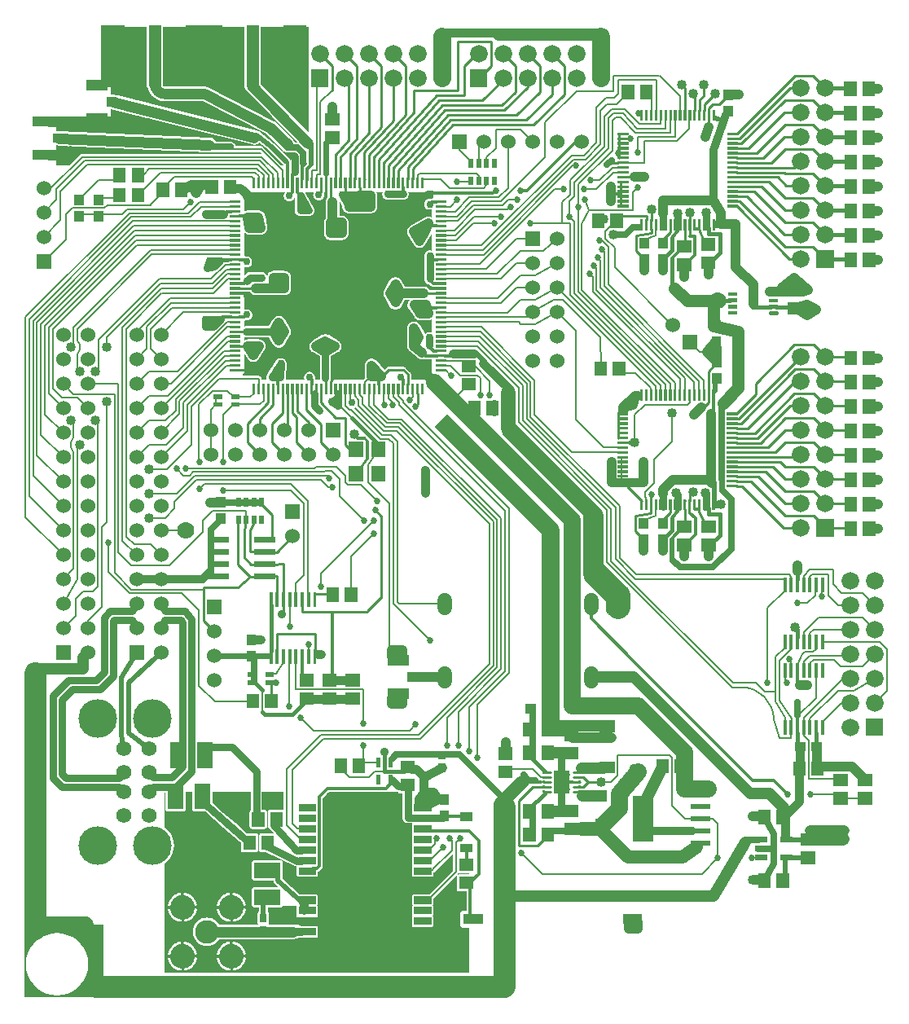
<source format=gbr>
G04 start of page 2 for group 0 idx 0 *
G04 Title: (unknown), component *
G04 Creator: pcb 20091103 *
G04 CreationDate: Mon 12 Dec 2011 01:01:08 AM GMT UTC *
G04 For: haunma *
G04 Format: Gerber/RS-274X *
G04 PCB-Dimensions: 360000 400000 *
G04 PCB-Coordinate-Origin: lower left *
%MOIN*%
%FSLAX25Y25*%
%LNFRONT*%
%ADD11C,0.0200*%
%ADD12C,0.0080*%
%ADD13C,0.0100*%
%ADD14C,0.0400*%
%ADD15C,0.0700*%
%ADD16C,0.0150*%
%ADD17C,0.0500*%
%ADD18C,0.0130*%
%ADD19C,0.0160*%
%ADD20C,0.0730*%
%ADD21C,0.0350*%
%ADD22C,0.0380*%
%ADD23C,0.0600*%
%ADD24C,0.0120*%
%ADD25C,0.0280*%
%ADD26C,0.0300*%
%ADD27C,0.0110*%
%ADD28C,0.0140*%
%ADD29C,0.0720*%
%ADD30C,0.0330*%
%ADD31C,0.0270*%
%ADD32C,0.0180*%
%ADD33C,0.0220*%
%ADD34C,0.0830*%
%ADD35C,0.1030*%
%ADD36C,0.0480*%
%ADD37C,0.0360*%
%ADD38C,0.0260*%
%ADD39C,0.0440*%
%ADD40C,0.0530*%
%ADD41C,0.0430*%
%ADD42C,0.0250*%
%ADD43C,0.0900*%
%ADD44C,0.0450*%
%ADD45C,0.0580*%
%ADD46C,0.0230*%
%ADD47C,0.0680*%
%ADD48C,0.1000*%
%ADD49C,0.0620*%
%ADD50C,0.1580*%
%ADD51C,0.0960*%
%ADD52R,0.0512X0.0512*%
%ADD53R,0.0154X0.0154*%
%ADD54R,0.0276X0.0276*%
%ADD55R,0.0315X0.0315*%
%ADD56R,0.0394X0.0394*%
%ADD57R,0.0591X0.0591*%
%ADD58R,0.0394X0.0394*%
%ADD59R,0.0413X0.0413*%
%ADD60R,0.0360X0.0360*%
%ADD61R,0.0650X0.0650*%
%ADD62R,0.0307X0.0307*%
%ADD63R,0.0472X0.0472*%
%ADD64R,0.0831X0.0831*%
%ADD65R,0.0201X0.0201*%
%ADD66R,0.0130X0.0130*%
%ADD67R,0.0240X0.0240*%
%ADD68R,0.0197X0.0197*%
%ADD69R,0.0110X0.0110*%
%ADD70R,0.0950X0.0950*%
%ADD71R,0.0500X0.0500*%
%ADD72R,0.0630X0.0630*%
%ADD73R,0.0160X0.0160*%
%ADD74C,0.0420*%
%ADD75C,0.0410*%
%ADD76C,0.1300*%
%ADD77C,0.0394*%
%ADD78C,0.0945*%
%ADD79C,0.0660*%
%ADD80C,0.0190*%
G54D11*G36*
X160542Y63902D02*X160466Y63825D01*
X160386Y63711D01*
X160327Y63585D01*
X160291Y63450D01*
X160279Y63311D01*
Y60161D01*
X160291Y60022D01*
X160327Y59887D01*
X160386Y59761D01*
X160466Y59647D01*
X160542Y59571D01*
X160466Y59495D01*
X160386Y59381D01*
X160327Y59255D01*
X160291Y59120D01*
X160279Y58981D01*
Y55831D01*
X160291Y55692D01*
X160327Y55557D01*
X160386Y55431D01*
X160466Y55317D01*
X160542Y55241D01*
X160466Y55164D01*
X160386Y55050D01*
X160327Y54924D01*
X160291Y54789D01*
X160279Y54650D01*
Y51500D01*
X160291Y51361D01*
X160327Y51226D01*
X160386Y51100D01*
X160466Y50986D01*
X160565Y50887D01*
X160679Y50807D01*
X160805Y50748D01*
X160940Y50712D01*
X161079Y50700D01*
X168166D01*
X168305Y50712D01*
X168440Y50748D01*
X168566Y50807D01*
X168680Y50887D01*
X168779Y50986D01*
X168859Y51100D01*
X168918Y51226D01*
X168954Y51361D01*
X168966Y51500D01*
Y52414D01*
X169008Y52418D01*
X169210Y52472D01*
X169400Y52561D01*
X169571Y52681D01*
X169719Y52829D01*
X169839Y53000D01*
X169877Y53081D01*
X177000Y60204D01*
Y53298D01*
X167341Y43639D01*
X161079D01*
X160940Y43627D01*
X160805Y43591D01*
X160679Y43532D01*
X160565Y43452D01*
X160466Y43353D01*
X160386Y43239D01*
X160327Y43113D01*
X160291Y42978D01*
X160279Y42839D01*
Y39689D01*
X160291Y39550D01*
X160327Y39415D01*
X160386Y39289D01*
X160466Y39175D01*
X160542Y39099D01*
X160466Y39022D01*
X160386Y38908D01*
X160327Y38782D01*
X160291Y38647D01*
X160279Y38508D01*
Y35358D01*
X160291Y35219D01*
X160327Y35084D01*
X160386Y34958D01*
X160466Y34844D01*
X160542Y34767D01*
X160466Y34691D01*
X160386Y34577D01*
X160327Y34451D01*
X160291Y34316D01*
X160279Y34177D01*
Y31027D01*
X160291Y30888D01*
X160327Y30753D01*
X160386Y30627D01*
X160466Y30513D01*
X160542Y30437D01*
X160466Y30361D01*
X160386Y30247D01*
X160327Y30121D01*
X160291Y29986D01*
X160279Y29847D01*
Y26697D01*
X160291Y26558D01*
X160327Y26423D01*
X160386Y26297D01*
X160466Y26183D01*
X160542Y26106D01*
X160466Y26030D01*
X160386Y25916D01*
X160327Y25790D01*
X160291Y25655D01*
X160279Y25516D01*
Y22366D01*
X160291Y22227D01*
X160327Y22092D01*
X160386Y21966D01*
X160466Y21852D01*
X160565Y21753D01*
X160679Y21673D01*
X160805Y21614D01*
X160940Y21578D01*
X161079Y21566D01*
X168166D01*
X168305Y21578D01*
X168440Y21614D01*
X168566Y21673D01*
X168680Y21753D01*
X168779Y21852D01*
X168859Y21966D01*
X168918Y22092D01*
X168954Y22227D01*
X168966Y22366D01*
Y25516D01*
X168954Y25655D01*
X168918Y25790D01*
X168859Y25916D01*
X168779Y26030D01*
X168702Y26107D01*
X168779Y26183D01*
X168859Y26297D01*
X168918Y26423D01*
X168954Y26558D01*
X168966Y26697D01*
Y29847D01*
X168954Y29986D01*
X168918Y30121D01*
X168859Y30247D01*
X168779Y30361D01*
X168703Y30437D01*
X168779Y30513D01*
X168859Y30627D01*
X168918Y30753D01*
X168954Y30888D01*
X168966Y31027D01*
Y34177D01*
X168954Y34316D01*
X168918Y34451D01*
X168859Y34577D01*
X168779Y34691D01*
X168702Y34768D01*
X168779Y34844D01*
X168859Y34958D01*
X168918Y35084D01*
X168954Y35219D01*
X168966Y35358D01*
Y38508D01*
X168954Y38647D01*
X168918Y38782D01*
X168859Y38908D01*
X168779Y39022D01*
X168702Y39098D01*
X168779Y39175D01*
X168859Y39289D01*
X168918Y39415D01*
X168954Y39550D01*
X168966Y39689D01*
Y41870D01*
X179048Y51952D01*
X179049Y51951D01*
X179092Y52002D01*
X179119Y52029D01*
X179140Y52059D01*
X179184Y52111D01*
X179217Y52168D01*
X179239Y52200D01*
X179252Y52229D01*
X179374Y52196D01*
X179548Y52181D01*
X183500D01*
Y51819D01*
X179548D01*
X179374Y51804D01*
X179206Y51759D01*
X179048Y51685D01*
X178905Y51585D01*
X178782Y51462D01*
X178682Y51319D01*
X178608Y51161D01*
X178563Y50993D01*
X178548Y50819D01*
Y45701D01*
X178563Y45527D01*
X178608Y45359D01*
X178682Y45201D01*
X178782Y45058D01*
X178905Y44935D01*
X179048Y44835D01*
X179206Y44761D01*
X179374Y44716D01*
X179548Y44701D01*
X182600D01*
Y36942D01*
X181429D01*
X181156Y36918D01*
X180890Y36847D01*
X180641Y36731D01*
X180417Y36574D01*
X180222Y36379D01*
X180065Y36155D01*
X179949Y35906D01*
X179878Y35640D01*
X179854Y35367D01*
Y31429D01*
X179878Y31156D01*
X179949Y30890D01*
X180065Y30641D01*
X180222Y30417D01*
X180417Y30222D01*
X180641Y30065D01*
X180890Y29949D01*
X181156Y29878D01*
X181429Y29854D01*
X183500D01*
Y11500D01*
X89477D01*
Y13213D01*
X89499Y13225D01*
X89955Y13543D01*
X90380Y13901D01*
X90769Y14298D01*
X91120Y14728D01*
X91430Y15190D01*
X91696Y15678D01*
X91915Y16188D01*
X92087Y16716D01*
X92208Y17259D01*
Y17258D01*
X92216Y17345D01*
X92208Y17432D01*
X92186Y17516D01*
X92149Y17595D01*
X92099Y17666D01*
X92037Y17728D01*
X91966Y17778D01*
X91887Y17814D01*
X91803Y17837D01*
X91716Y17845D01*
X91629Y17837D01*
X91545Y17815D01*
X91466Y17778D01*
X91395Y17728D01*
X91333Y17666D01*
X91283Y17595D01*
X91247Y17516D01*
X91224Y17432D01*
X91122Y16980D01*
X90979Y16540D01*
X90796Y16115D01*
X90575Y15708D01*
X90317Y15324D01*
X90024Y14965D01*
X89700Y14635D01*
X89477Y14447D01*
Y22154D01*
X89635Y22025D01*
X89965Y21701D01*
X90264Y21347D01*
X90529Y20967D01*
X90758Y20564D01*
X90948Y20142D01*
X91098Y19704D01*
X91208Y19255D01*
X91207D01*
X91231Y19171D01*
X91269Y19093D01*
X91320Y19022D01*
X91383Y18962D01*
X91455Y18913D01*
X91535Y18877D01*
X91619Y18856D01*
X91706Y18850D01*
X91793Y18859D01*
X91877Y18883D01*
X91955Y18921D01*
X92026Y18972D01*
X92086Y19035D01*
X92135Y19107D01*
X92171Y19187D01*
X92192Y19271D01*
X92198Y19358D01*
X92189Y19445D01*
X92058Y19985D01*
X91878Y20511D01*
X91649Y21017D01*
X91375Y21500D01*
X91057Y21956D01*
X90699Y22381D01*
X90302Y22770D01*
X89872Y23121D01*
X89477Y23386D01*
Y25300D01*
X111500D01*
X112021Y25346D01*
X112526Y25481D01*
X113000Y25702D01*
X113072Y25753D01*
X113046Y25655D01*
X113034Y25516D01*
Y22366D01*
X113046Y22227D01*
X113082Y22092D01*
X113141Y21966D01*
X113221Y21852D01*
X113320Y21753D01*
X113434Y21673D01*
X113560Y21614D01*
X113695Y21578D01*
X113834Y21566D01*
X120921D01*
X121060Y21578D01*
X121195Y21614D01*
X121321Y21673D01*
X121435Y21753D01*
X121534Y21852D01*
X121614Y21966D01*
X121673Y22092D01*
X121709Y22227D01*
X121721Y22366D01*
Y25516D01*
X121709Y25655D01*
X121673Y25790D01*
X121614Y25916D01*
X121534Y26030D01*
X121458Y26106D01*
X121534Y26183D01*
X121614Y26297D01*
X121673Y26423D01*
X121709Y26558D01*
X121721Y26697D01*
Y29847D01*
X121709Y29986D01*
X121673Y30121D01*
X121614Y30247D01*
X121534Y30361D01*
X121458Y30437D01*
X121534Y30513D01*
X121614Y30627D01*
X121673Y30753D01*
X121709Y30888D01*
X121721Y31027D01*
Y34177D01*
X121709Y34316D01*
X121673Y34451D01*
X121614Y34577D01*
X121534Y34691D01*
X121458Y34767D01*
X121534Y34844D01*
X121614Y34958D01*
X121673Y35084D01*
X121709Y35219D01*
X121721Y35358D01*
Y38508D01*
X121709Y38647D01*
X121673Y38782D01*
X121614Y38908D01*
X121534Y39022D01*
X121458Y39098D01*
X121534Y39175D01*
X121614Y39289D01*
X121673Y39415D01*
X121709Y39550D01*
X121721Y39689D01*
Y42839D01*
X121709Y42978D01*
X121673Y43113D01*
X121614Y43239D01*
X121534Y43353D01*
X121435Y43452D01*
X121321Y43532D01*
X121195Y43591D01*
X121060Y43627D01*
X120921Y43639D01*
X114334D01*
X107338Y49883D01*
X107355Y49919D01*
X107400Y50087D01*
X107415Y50261D01*
Y56561D01*
X107400Y56735D01*
X107355Y56903D01*
X107281Y57061D01*
X107181Y57204D01*
X107058Y57327D01*
X106915Y57427D01*
X106757Y57501D01*
X106589Y57546D01*
X106415Y57561D01*
X95785D01*
X95611Y57546D01*
X95443Y57501D01*
X95285Y57427D01*
X95142Y57327D01*
X95019Y57204D01*
X94919Y57061D01*
X94845Y56903D01*
X94800Y56735D01*
X94785Y56561D01*
Y50261D01*
X94800Y50087D01*
X94845Y49919D01*
X94919Y49761D01*
X95019Y49618D01*
X95142Y49495D01*
X95285Y49395D01*
X95443Y49321D01*
X95611Y49276D01*
X95785Y49261D01*
X103600D01*
Y49200D01*
X103613Y49053D01*
X103619Y48943D01*
X103624Y48921D01*
X103627Y48887D01*
X103667Y48738D01*
X103691Y48637D01*
X103701Y48613D01*
X103709Y48584D01*
X103763Y48468D01*
X103814Y48349D01*
X103829Y48327D01*
X103841Y48300D01*
X103930Y48172D01*
X103986Y48087D01*
X104002Y48069D01*
X104021Y48043D01*
X104124Y47940D01*
X104201Y47858D01*
X105679Y46539D01*
X95785D01*
X95611Y46524D01*
X95443Y46479D01*
X95285Y46405D01*
X95142Y46305D01*
X95019Y46182D01*
X94919Y46039D01*
X94845Y45881D01*
X94800Y45713D01*
X94785Y45539D01*
Y39239D01*
X94800Y39065D01*
X94845Y38897D01*
X94919Y38739D01*
X95019Y38596D01*
X95142Y38473D01*
X95285Y38373D01*
X95443Y38299D01*
X95611Y38254D01*
X95785Y38239D01*
X97600D01*
Y36533D01*
X97522Y36496D01*
X97379Y36396D01*
X97256Y36273D01*
X97156Y36130D01*
X97082Y35972D01*
X97037Y35804D01*
X97022Y35630D01*
Y32087D01*
X97037Y31913D01*
X97082Y31745D01*
X97156Y31587D01*
X97256Y31444D01*
X97379Y31321D01*
X97409Y31300D01*
X89477D01*
Y33213D01*
X89499Y33225D01*
X89955Y33543D01*
X90380Y33901D01*
X90769Y34298D01*
X91120Y34728D01*
X91430Y35190D01*
X91696Y35678D01*
X91915Y36188D01*
X92087Y36716D01*
X92208Y37259D01*
Y37258D01*
X92216Y37345D01*
X92208Y37432D01*
X92186Y37516D01*
X92149Y37595D01*
X92099Y37666D01*
X92037Y37728D01*
X91966Y37778D01*
X91887Y37814D01*
X91803Y37837D01*
X91716Y37845D01*
X91629Y37837D01*
X91545Y37815D01*
X91466Y37778D01*
X91395Y37728D01*
X91333Y37666D01*
X91283Y37595D01*
X91247Y37516D01*
X91224Y37432D01*
X91122Y36980D01*
X90979Y36540D01*
X90796Y36115D01*
X90575Y35708D01*
X90317Y35324D01*
X90024Y34965D01*
X89700Y34635D01*
X89477Y34447D01*
Y42154D01*
X89635Y42025D01*
X89965Y41701D01*
X90264Y41347D01*
X90529Y40967D01*
X90758Y40564D01*
X90948Y40142D01*
X91098Y39704D01*
X91208Y39255D01*
X91207D01*
X91231Y39171D01*
X91269Y39093D01*
X91320Y39022D01*
X91383Y38962D01*
X91455Y38913D01*
X91535Y38877D01*
X91619Y38856D01*
X91706Y38850D01*
X91793Y38859D01*
X91877Y38883D01*
X91955Y38921D01*
X92026Y38972D01*
X92086Y39035D01*
X92135Y39107D01*
X92171Y39187D01*
X92192Y39271D01*
X92198Y39358D01*
X92189Y39445D01*
X92058Y39985D01*
X91878Y40511D01*
X91649Y41017D01*
X91375Y41500D01*
X91057Y41956D01*
X90699Y42381D01*
X90302Y42770D01*
X89872Y43121D01*
X89477Y43386D01*
Y65353D01*
X90201Y64724D01*
Y61748D01*
X90216Y61574D01*
X90261Y61406D01*
X90335Y61248D01*
X90435Y61105D01*
X90558Y60982D01*
X90701Y60882D01*
X90859Y60808D01*
X91027Y60763D01*
X91201Y60748D01*
X96319D01*
X96493Y60763D01*
X96661Y60808D01*
X96819Y60882D01*
X96962Y60982D01*
X97085Y61105D01*
X97185Y61248D01*
X97259Y61406D01*
X97304Y61574D01*
X97319Y61748D01*
Y67652D01*
X97304Y67826D01*
X97259Y67994D01*
X97185Y68152D01*
X97085Y68295D01*
X96962Y68418D01*
X96819Y68518D01*
X96661Y68592D01*
X96493Y68637D01*
X96319Y68652D01*
X92692D01*
X89477Y71444D01*
Y85500D01*
X94199D01*
Y78047D01*
X94158Y78018D01*
X94035Y77895D01*
X93935Y77752D01*
X93861Y77594D01*
X93816Y77426D01*
X93801Y77252D01*
Y71348D01*
X93816Y71174D01*
X93861Y71006D01*
X93935Y70848D01*
X94035Y70705D01*
X94158Y70582D01*
X94301Y70482D01*
X94459Y70408D01*
X94627Y70363D01*
X94801Y70348D01*
X99919D01*
X100093Y70363D01*
X100261Y70408D01*
X100419Y70482D01*
X100562Y70582D01*
X100685Y70705D01*
X100785Y70848D01*
X100859Y71006D01*
X100904Y71174D01*
X100919Y71348D01*
Y77252D01*
X100904Y77426D01*
X100859Y77594D01*
X100785Y77752D01*
X100685Y77895D01*
X100562Y78018D01*
X100419Y78118D01*
X100261Y78192D01*
X100093Y78237D01*
X99919Y78252D01*
X98800D01*
Y85500D01*
X107799D01*
Y78165D01*
X107741Y78192D01*
X107573Y78237D01*
X107399Y78252D01*
X102281D01*
X102107Y78237D01*
X101939Y78192D01*
X101781Y78118D01*
X101638Y78018D01*
X101515Y77895D01*
X101415Y77752D01*
X101341Y77594D01*
X101296Y77426D01*
X101281Y77252D01*
Y71348D01*
X101296Y71174D01*
X101341Y71006D01*
X101415Y70848D01*
X101515Y70705D01*
X101638Y70582D01*
X101781Y70482D01*
X101939Y70408D01*
X102083Y70369D01*
X102084Y70368D01*
X103617Y68652D01*
X98681D01*
X98507Y68637D01*
X98339Y68592D01*
X98181Y68518D01*
X98038Y68418D01*
X97915Y68295D01*
X97815Y68152D01*
X97741Y67994D01*
X97696Y67826D01*
X97681Y67652D01*
Y61748D01*
X97696Y61574D01*
X97741Y61406D01*
X97815Y61248D01*
X97915Y61105D01*
X98038Y60982D01*
X98181Y60882D01*
X98339Y60808D01*
X98507Y60763D01*
X98681Y60748D01*
X100437D01*
X112222Y55218D01*
X112223Y55217D01*
X112328Y55179D01*
X112413Y55139D01*
X112500Y55116D01*
X112600Y55079D01*
X112712Y55059D01*
X112801Y55035D01*
X112886Y55028D01*
X112994Y55008D01*
X113109D01*
X113121Y55007D01*
X113082Y54924D01*
X113046Y54789D01*
X113034Y54650D01*
Y51500D01*
X113046Y51361D01*
X113082Y51226D01*
X113141Y51100D01*
X113221Y50986D01*
X113320Y50887D01*
X113434Y50807D01*
X113560Y50748D01*
X113695Y50712D01*
X113834Y50700D01*
X120921D01*
X121060Y50712D01*
X121195Y50748D01*
X121321Y50807D01*
X121435Y50887D01*
X121534Y50986D01*
X121614Y51100D01*
X121673Y51226D01*
X121709Y51361D01*
X121721Y51500D01*
Y52769D01*
X121779Y52784D01*
X121847Y52816D01*
X121891Y52832D01*
X121936Y52858D01*
X122000Y52888D01*
X122058Y52928D01*
X122102Y52954D01*
X122139Y52985D01*
X122200Y53028D01*
X122252Y53080D01*
X122289Y53111D01*
X123389Y54211D01*
X123390Y54210D01*
X123432Y54260D01*
X123472Y54300D01*
X123505Y54347D01*
X123547Y54397D01*
X123581Y54455D01*
X123612Y54500D01*
X123635Y54548D01*
X123669Y54608D01*
X123689Y54664D01*
X123716Y54721D01*
X123734Y54789D01*
X123752Y54838D01*
X123762Y54892D01*
X123779Y54957D01*
X123784Y55017D01*
X123795Y55078D01*
Y55142D01*
X123800Y55200D01*
Y83022D01*
X126278Y85500D01*
X154570D01*
X154608Y85359D01*
X154682Y85201D01*
X154782Y85058D01*
X154905Y84935D01*
X155048Y84835D01*
X155206Y84761D01*
X155374Y84716D01*
X155548Y84701D01*
X156400D01*
Y75000D01*
X156435Y74601D01*
X156539Y74213D01*
X156708Y73850D01*
X156938Y73522D01*
X157222Y73238D01*
X157550Y73008D01*
X157913Y72839D01*
X158301Y72735D01*
X158700Y72700D01*
X160423D01*
X160466Y72639D01*
X160542Y72563D01*
X160466Y72487D01*
X160386Y72373D01*
X160327Y72247D01*
X160291Y72112D01*
X160279Y71973D01*
Y68823D01*
X160291Y68684D01*
X160327Y68549D01*
X160386Y68423D01*
X160466Y68309D01*
X160543Y68233D01*
X160466Y68156D01*
X160386Y68042D01*
X160327Y67916D01*
X160291Y67781D01*
X160279Y67642D01*
Y64492D01*
X160291Y64353D01*
X160327Y64218D01*
X160386Y64092D01*
X160466Y63978D01*
X160542Y63902D01*
G37*
G36*
X89477Y71444D02*X83123Y76961D01*
Y85500D01*
X89477D01*
Y71444D01*
G37*
G36*
Y31300D02*X83123D01*
Y33214D01*
X83189Y33170D01*
X83677Y32904D01*
X84187Y32685D01*
X84715Y32513D01*
X85258Y32392D01*
X85257D01*
X85344Y32384D01*
X85431Y32392D01*
X85515Y32414D01*
X85594Y32451D01*
X85665Y32501D01*
X85727Y32563D01*
X85777Y32634D01*
X85813Y32713D01*
X85836Y32797D01*
X85844Y32884D01*
X85836Y32971D01*
X85814Y33055D01*
X85777Y33134D01*
X85727Y33205D01*
X85665Y33267D01*
X85594Y33317D01*
X85515Y33353D01*
X85431Y33376D01*
X84979Y33478D01*
X84539Y33621D01*
X84114Y33804D01*
X83707Y34025D01*
X83323Y34283D01*
X83123Y34446D01*
Y42155D01*
X83253Y42265D01*
X83633Y42530D01*
X84036Y42759D01*
X84458Y42949D01*
X84896Y43099D01*
X85345Y43209D01*
Y43208D01*
X85429Y43232D01*
X85507Y43270D01*
X85578Y43321D01*
X85638Y43384D01*
X85687Y43456D01*
X85723Y43536D01*
X85744Y43620D01*
X85750Y43707D01*
X85741Y43794D01*
X85717Y43878D01*
X85679Y43956D01*
X85628Y44027D01*
X85565Y44087D01*
X85493Y44136D01*
X85413Y44172D01*
X85329Y44193D01*
X85242Y44199D01*
X85155Y44190D01*
X84615Y44059D01*
X84089Y43879D01*
X83583Y43650D01*
X83123Y43389D01*
Y70870D01*
X89477Y65353D01*
Y43386D01*
X89410Y43431D01*
X88922Y43697D01*
X88412Y43916D01*
X87884Y44088D01*
X87341Y44209D01*
X87342D01*
X87255Y44217D01*
X87168Y44209D01*
X87084Y44187D01*
X87005Y44150D01*
X86934Y44100D01*
X86872Y44038D01*
X86822Y43967D01*
X86786Y43888D01*
X86763Y43804D01*
X86755Y43717D01*
X86763Y43630D01*
X86785Y43546D01*
X86822Y43467D01*
X86872Y43396D01*
X86934Y43334D01*
X87005Y43284D01*
X87084Y43248D01*
X87168Y43225D01*
X87620Y43123D01*
X88060Y42980D01*
X88485Y42797D01*
X88892Y42576D01*
X89276Y42318D01*
X89477Y42154D01*
Y34447D01*
X89346Y34336D01*
X88966Y34071D01*
X88563Y33842D01*
X88141Y33652D01*
X87703Y33502D01*
X87254Y33392D01*
Y33393D01*
X87170Y33369D01*
X87092Y33331D01*
X87021Y33280D01*
X86961Y33217D01*
X86912Y33145D01*
X86876Y33065D01*
X86855Y32981D01*
X86849Y32894D01*
X86858Y32807D01*
X86882Y32723D01*
X86920Y32645D01*
X86971Y32574D01*
X87034Y32514D01*
X87106Y32465D01*
X87186Y32429D01*
X87270Y32408D01*
X87357Y32402D01*
X87444Y32411D01*
X87984Y32542D01*
X88510Y32722D01*
X89016Y32951D01*
X89477Y33213D01*
Y31300D01*
G37*
G36*
Y11500D02*X83123D01*
Y13214D01*
X83189Y13170D01*
X83677Y12904D01*
X84187Y12685D01*
X84715Y12513D01*
X85258Y12392D01*
X85257D01*
X85344Y12384D01*
X85431Y12392D01*
X85515Y12414D01*
X85594Y12451D01*
X85665Y12501D01*
X85727Y12563D01*
X85777Y12634D01*
X85813Y12713D01*
X85836Y12797D01*
X85844Y12884D01*
X85836Y12971D01*
X85814Y13055D01*
X85777Y13134D01*
X85727Y13205D01*
X85665Y13267D01*
X85594Y13317D01*
X85515Y13353D01*
X85431Y13376D01*
X84979Y13478D01*
X84539Y13621D01*
X84114Y13804D01*
X83707Y14025D01*
X83323Y14283D01*
X83123Y14446D01*
Y22155D01*
X83253Y22265D01*
X83633Y22530D01*
X84036Y22759D01*
X84458Y22949D01*
X84896Y23099D01*
X85345Y23209D01*
Y23208D01*
X85429Y23232D01*
X85507Y23270D01*
X85578Y23321D01*
X85638Y23384D01*
X85687Y23456D01*
X85723Y23536D01*
X85744Y23620D01*
X85750Y23707D01*
X85741Y23794D01*
X85717Y23878D01*
X85679Y23956D01*
X85628Y24027D01*
X85565Y24087D01*
X85493Y24136D01*
X85413Y24172D01*
X85329Y24193D01*
X85242Y24199D01*
X85155Y24190D01*
X84615Y24059D01*
X84089Y23879D01*
X83583Y23650D01*
X83123Y23389D01*
Y25300D01*
X89477D01*
Y23386D01*
X89410Y23431D01*
X88922Y23697D01*
X88412Y23916D01*
X87884Y24088D01*
X87341Y24209D01*
X87342D01*
X87255Y24217D01*
X87168Y24209D01*
X87084Y24187D01*
X87005Y24150D01*
X86934Y24100D01*
X86872Y24038D01*
X86822Y23967D01*
X86786Y23888D01*
X86763Y23804D01*
X86755Y23717D01*
X86763Y23630D01*
X86785Y23546D01*
X86822Y23467D01*
X86872Y23396D01*
X86934Y23334D01*
X87005Y23284D01*
X87084Y23248D01*
X87168Y23225D01*
X87620Y23123D01*
X88060Y22980D01*
X88485Y22797D01*
X88892Y22576D01*
X89276Y22318D01*
X89477Y22154D01*
Y14447D01*
X89346Y14336D01*
X88966Y14071D01*
X88563Y13842D01*
X88141Y13652D01*
X87703Y13502D01*
X87254Y13392D01*
Y13393D01*
X87170Y13369D01*
X87092Y13331D01*
X87021Y13280D01*
X86961Y13217D01*
X86912Y13145D01*
X86876Y13065D01*
X86855Y12981D01*
X86849Y12894D01*
X86858Y12807D01*
X86882Y12723D01*
X86920Y12645D01*
X86971Y12574D01*
X87034Y12514D01*
X87106Y12465D01*
X87186Y12429D01*
X87270Y12408D01*
X87357Y12402D01*
X87444Y12411D01*
X87984Y12542D01*
X88510Y12722D01*
X89016Y12951D01*
X89477Y13213D01*
Y11500D01*
G37*
G36*
X83123Y76961D02*X78661Y80835D01*
Y85500D01*
X83123D01*
Y76961D01*
G37*
G36*
Y11500D02*X69477D01*
Y13213D01*
X69499Y13225D01*
X69955Y13543D01*
X70380Y13901D01*
X70769Y14298D01*
X71120Y14728D01*
X71430Y15190D01*
X71696Y15678D01*
X71915Y16188D01*
X72087Y16716D01*
X72208Y17259D01*
Y17258D01*
X72216Y17345D01*
X72208Y17432D01*
X72186Y17516D01*
X72149Y17595D01*
X72099Y17666D01*
X72037Y17728D01*
X71966Y17778D01*
X71887Y17814D01*
X71803Y17837D01*
X71716Y17845D01*
X71629Y17837D01*
X71545Y17815D01*
X71466Y17778D01*
X71395Y17728D01*
X71333Y17666D01*
X71283Y17595D01*
X71247Y17516D01*
X71224Y17432D01*
X71122Y16980D01*
X70979Y16540D01*
X70796Y16115D01*
X70575Y15708D01*
X70317Y15324D01*
X70024Y14965D01*
X69700Y14635D01*
X69477Y14447D01*
Y22154D01*
X69635Y22025D01*
X69965Y21701D01*
X70264Y21347D01*
X70529Y20967D01*
X70758Y20564D01*
X70948Y20142D01*
X71098Y19704D01*
X71208Y19255D01*
X71207D01*
X71231Y19171D01*
X71269Y19093D01*
X71320Y19022D01*
X71383Y18962D01*
X71455Y18913D01*
X71535Y18877D01*
X71619Y18856D01*
X71706Y18850D01*
X71793Y18859D01*
X71877Y18883D01*
X71955Y18921D01*
X72026Y18972D01*
X72086Y19035D01*
X72135Y19107D01*
X72171Y19187D01*
X72192Y19271D01*
X72198Y19358D01*
X72189Y19445D01*
X72058Y19985D01*
X71878Y20511D01*
X71649Y21017D01*
X71375Y21500D01*
X71057Y21956D01*
X70699Y22381D01*
X70302Y22770D01*
X69872Y23121D01*
X69477Y23386D01*
Y33213D01*
X69499Y33225D01*
X69955Y33543D01*
X70380Y33901D01*
X70769Y34298D01*
X71120Y34728D01*
X71430Y35190D01*
X71696Y35678D01*
X71915Y36188D01*
X72087Y36716D01*
X72208Y37259D01*
Y37258D01*
X72216Y37345D01*
X72208Y37432D01*
X72186Y37516D01*
X72149Y37595D01*
X72099Y37666D01*
X72037Y37728D01*
X71966Y37778D01*
X71887Y37814D01*
X71803Y37837D01*
X71716Y37845D01*
X71629Y37837D01*
X71545Y37815D01*
X71466Y37778D01*
X71395Y37728D01*
X71333Y37666D01*
X71283Y37595D01*
X71247Y37516D01*
X71224Y37432D01*
X71122Y36980D01*
X70979Y36540D01*
X70796Y36115D01*
X70575Y35708D01*
X70317Y35324D01*
X70024Y34965D01*
X69700Y34635D01*
X69477Y34447D01*
Y42154D01*
X69635Y42025D01*
X69965Y41701D01*
X70264Y41347D01*
X70529Y40967D01*
X70758Y40564D01*
X70948Y40142D01*
X71098Y39704D01*
X71208Y39255D01*
X71207D01*
X71231Y39171D01*
X71269Y39093D01*
X71320Y39022D01*
X71383Y38962D01*
X71455Y38913D01*
X71535Y38877D01*
X71619Y38856D01*
X71706Y38850D01*
X71793Y38859D01*
X71877Y38883D01*
X71955Y38921D01*
X72026Y38972D01*
X72086Y39035D01*
X72135Y39107D01*
X72171Y39187D01*
X72192Y39271D01*
X72198Y39358D01*
X72189Y39445D01*
X72058Y39985D01*
X71878Y40511D01*
X71649Y41017D01*
X71375Y41500D01*
X71057Y41956D01*
X70699Y42381D01*
X70302Y42770D01*
X69872Y43121D01*
X69477Y43386D01*
Y85500D01*
X70361D01*
Y78385D01*
X70376Y78211D01*
X70421Y78043D01*
X70495Y77885D01*
X70595Y77742D01*
X70718Y77619D01*
X70861Y77519D01*
X71019Y77445D01*
X71187Y77400D01*
X71361Y77385D01*
X75620D01*
X83123Y70870D01*
Y43389D01*
X83100Y43376D01*
X82644Y43058D01*
X82219Y42700D01*
X81830Y42303D01*
X81479Y41873D01*
X81169Y41411D01*
X80903Y40923D01*
X80684Y40413D01*
X80512Y39885D01*
X80391Y39342D01*
Y39343D01*
X80383Y39256D01*
X80391Y39169D01*
X80413Y39085D01*
X80450Y39006D01*
X80500Y38935D01*
X80562Y38873D01*
X80633Y38823D01*
X80712Y38787D01*
X80796Y38764D01*
X80883Y38756D01*
X80970Y38764D01*
X81054Y38786D01*
X81133Y38823D01*
X81204Y38873D01*
X81266Y38935D01*
X81316Y39006D01*
X81352Y39085D01*
X81375Y39169D01*
X81477Y39621D01*
X81620Y40061D01*
X81803Y40486D01*
X82024Y40893D01*
X82282Y41277D01*
X82575Y41636D01*
X82899Y41966D01*
X83123Y42155D01*
Y34446D01*
X82964Y34576D01*
X82634Y34900D01*
X82335Y35254D01*
X82070Y35634D01*
X81841Y36037D01*
X81651Y36459D01*
X81501Y36897D01*
X81391Y37346D01*
X81392D01*
X81368Y37430D01*
X81330Y37508D01*
X81279Y37579D01*
X81216Y37639D01*
X81144Y37688D01*
X81064Y37724D01*
X80980Y37745D01*
X80893Y37751D01*
X80806Y37742D01*
X80722Y37718D01*
X80644Y37680D01*
X80573Y37629D01*
X80513Y37566D01*
X80464Y37494D01*
X80428Y37414D01*
X80407Y37330D01*
X80401Y37243D01*
X80410Y37156D01*
X80541Y36616D01*
X80721Y36090D01*
X80950Y35584D01*
X81224Y35101D01*
X81542Y34645D01*
X81900Y34220D01*
X82297Y33831D01*
X82727Y33480D01*
X83123Y33214D01*
Y31300D01*
X81253D01*
X80743Y32028D01*
X80028Y32743D01*
X79200Y33323D01*
X78284Y33750D01*
X77307Y34012D01*
X76300Y34100D01*
X75293Y34012D01*
X74316Y33750D01*
X73400Y33323D01*
X72572Y32743D01*
X71857Y32028D01*
X71277Y31200D01*
X70850Y30284D01*
X70588Y29307D01*
X70500Y28300D01*
X70588Y27293D01*
X70850Y26316D01*
X71277Y25400D01*
X71857Y24572D01*
X72572Y23857D01*
X73400Y23277D01*
X74316Y22850D01*
X75293Y22588D01*
X76300Y22500D01*
X77307Y22588D01*
X78284Y22850D01*
X79200Y23277D01*
X80028Y23857D01*
X80743Y24572D01*
X81253Y25300D01*
X83123D01*
Y23389D01*
X83100Y23376D01*
X82644Y23058D01*
X82219Y22700D01*
X81830Y22303D01*
X81479Y21873D01*
X81169Y21411D01*
X80903Y20923D01*
X80684Y20413D01*
X80512Y19885D01*
X80391Y19342D01*
Y19343D01*
X80383Y19256D01*
X80391Y19169D01*
X80413Y19085D01*
X80450Y19006D01*
X80500Y18935D01*
X80562Y18873D01*
X80633Y18823D01*
X80712Y18787D01*
X80796Y18764D01*
X80883Y18756D01*
X80970Y18764D01*
X81054Y18786D01*
X81133Y18823D01*
X81204Y18873D01*
X81266Y18935D01*
X81316Y19006D01*
X81352Y19085D01*
X81375Y19169D01*
X81477Y19621D01*
X81620Y20061D01*
X81803Y20486D01*
X82024Y20893D01*
X82282Y21277D01*
X82575Y21636D01*
X82899Y21966D01*
X83123Y22155D01*
Y14446D01*
X82964Y14576D01*
X82634Y14900D01*
X82335Y15254D01*
X82070Y15634D01*
X81841Y16037D01*
X81651Y16459D01*
X81501Y16897D01*
X81391Y17346D01*
X81392D01*
X81368Y17430D01*
X81330Y17508D01*
X81279Y17579D01*
X81216Y17639D01*
X81144Y17688D01*
X81064Y17724D01*
X80980Y17745D01*
X80893Y17751D01*
X80806Y17742D01*
X80722Y17718D01*
X80644Y17680D01*
X80573Y17629D01*
X80513Y17566D01*
X80464Y17494D01*
X80428Y17414D01*
X80407Y17330D01*
X80401Y17243D01*
X80410Y17156D01*
X80541Y16616D01*
X80721Y16090D01*
X80950Y15584D01*
X81224Y15101D01*
X81542Y14645D01*
X81900Y14220D01*
X82297Y13831D01*
X82727Y13480D01*
X83123Y13214D01*
Y11500D01*
G37*
G36*
X69477D02*X63123D01*
Y13214D01*
X63189Y13170D01*
X63677Y12904D01*
X64187Y12685D01*
X64715Y12513D01*
X65258Y12392D01*
X65257D01*
X65344Y12384D01*
X65431Y12392D01*
X65515Y12414D01*
X65594Y12451D01*
X65665Y12501D01*
X65727Y12563D01*
X65777Y12634D01*
X65813Y12713D01*
X65836Y12797D01*
X65844Y12884D01*
X65836Y12971D01*
X65814Y13055D01*
X65777Y13134D01*
X65727Y13205D01*
X65665Y13267D01*
X65594Y13317D01*
X65515Y13353D01*
X65431Y13376D01*
X64979Y13478D01*
X64539Y13621D01*
X64114Y13804D01*
X63707Y14025D01*
X63323Y14283D01*
X63123Y14446D01*
Y22155D01*
X63253Y22265D01*
X63633Y22530D01*
X64036Y22759D01*
X64458Y22949D01*
X64896Y23099D01*
X65345Y23209D01*
Y23208D01*
X65429Y23232D01*
X65507Y23270D01*
X65578Y23321D01*
X65638Y23384D01*
X65687Y23456D01*
X65723Y23536D01*
X65744Y23620D01*
X65750Y23707D01*
X65741Y23794D01*
X65717Y23878D01*
X65679Y23956D01*
X65628Y24027D01*
X65565Y24087D01*
X65493Y24136D01*
X65413Y24172D01*
X65329Y24193D01*
X65242Y24199D01*
X65155Y24190D01*
X64615Y24059D01*
X64089Y23879D01*
X63583Y23650D01*
X63123Y23389D01*
Y33214D01*
X63189Y33170D01*
X63677Y32904D01*
X64187Y32685D01*
X64715Y32513D01*
X65258Y32392D01*
X65257D01*
X65344Y32384D01*
X65431Y32392D01*
X65515Y32414D01*
X65594Y32451D01*
X65665Y32501D01*
X65727Y32563D01*
X65777Y32634D01*
X65813Y32713D01*
X65836Y32797D01*
X65844Y32884D01*
X65836Y32971D01*
X65814Y33055D01*
X65777Y33134D01*
X65727Y33205D01*
X65665Y33267D01*
X65594Y33317D01*
X65515Y33353D01*
X65431Y33376D01*
X64979Y33478D01*
X64539Y33621D01*
X64114Y33804D01*
X63707Y34025D01*
X63323Y34283D01*
X63123Y34446D01*
Y42155D01*
X63253Y42265D01*
X63633Y42530D01*
X64036Y42759D01*
X64458Y42949D01*
X64896Y43099D01*
X65345Y43209D01*
Y43208D01*
X65429Y43232D01*
X65507Y43270D01*
X65578Y43321D01*
X65638Y43384D01*
X65687Y43456D01*
X65723Y43536D01*
X65744Y43620D01*
X65750Y43707D01*
X65741Y43794D01*
X65717Y43878D01*
X65679Y43956D01*
X65628Y44027D01*
X65565Y44087D01*
X65493Y44136D01*
X65413Y44172D01*
X65329Y44193D01*
X65242Y44199D01*
X65155Y44190D01*
X64615Y44059D01*
X64089Y43879D01*
X63583Y43650D01*
X63123Y43389D01*
Y77385D01*
X66639D01*
X66813Y77400D01*
X66981Y77445D01*
X67139Y77519D01*
X67282Y77619D01*
X67405Y77742D01*
X67505Y77885D01*
X67579Y78043D01*
X67624Y78211D01*
X67639Y78385D01*
Y85500D01*
X69477D01*
Y43386D01*
X69410Y43431D01*
X68922Y43697D01*
X68412Y43916D01*
X67884Y44088D01*
X67341Y44209D01*
X67342D01*
X67255Y44217D01*
X67168Y44209D01*
X67084Y44187D01*
X67005Y44150D01*
X66934Y44100D01*
X66872Y44038D01*
X66822Y43967D01*
X66786Y43888D01*
X66763Y43804D01*
X66755Y43717D01*
X66763Y43630D01*
X66785Y43546D01*
X66822Y43467D01*
X66872Y43396D01*
X66934Y43334D01*
X67005Y43284D01*
X67084Y43248D01*
X67168Y43225D01*
X67620Y43123D01*
X68060Y42980D01*
X68485Y42797D01*
X68892Y42576D01*
X69276Y42318D01*
X69477Y42154D01*
Y34447D01*
X69346Y34336D01*
X68966Y34071D01*
X68563Y33842D01*
X68141Y33652D01*
X67703Y33502D01*
X67254Y33392D01*
Y33393D01*
X67170Y33369D01*
X67092Y33331D01*
X67021Y33280D01*
X66961Y33217D01*
X66912Y33145D01*
X66876Y33065D01*
X66855Y32981D01*
X66849Y32894D01*
X66858Y32807D01*
X66882Y32723D01*
X66920Y32645D01*
X66971Y32574D01*
X67034Y32514D01*
X67106Y32465D01*
X67186Y32429D01*
X67270Y32408D01*
X67357Y32402D01*
X67444Y32411D01*
X67984Y32542D01*
X68510Y32722D01*
X69016Y32951D01*
X69477Y33213D01*
Y23386D01*
X69410Y23431D01*
X68922Y23697D01*
X68412Y23916D01*
X67884Y24088D01*
X67341Y24209D01*
X67342D01*
X67255Y24217D01*
X67168Y24209D01*
X67084Y24187D01*
X67005Y24150D01*
X66934Y24100D01*
X66872Y24038D01*
X66822Y23967D01*
X66786Y23888D01*
X66763Y23804D01*
X66755Y23717D01*
X66763Y23630D01*
X66785Y23546D01*
X66822Y23467D01*
X66872Y23396D01*
X66934Y23334D01*
X67005Y23284D01*
X67084Y23248D01*
X67168Y23225D01*
X67620Y23123D01*
X68060Y22980D01*
X68485Y22797D01*
X68892Y22576D01*
X69276Y22318D01*
X69477Y22154D01*
Y14447D01*
X69346Y14336D01*
X68966Y14071D01*
X68563Y13842D01*
X68141Y13652D01*
X67703Y13502D01*
X67254Y13392D01*
Y13393D01*
X67170Y13369D01*
X67092Y13331D01*
X67021Y13280D01*
X66961Y13217D01*
X66912Y13145D01*
X66876Y13065D01*
X66855Y12981D01*
X66849Y12894D01*
X66858Y12807D01*
X66882Y12723D01*
X66920Y12645D01*
X66971Y12574D01*
X67034Y12514D01*
X67106Y12465D01*
X67186Y12429D01*
X67270Y12408D01*
X67357Y12402D01*
X67444Y12411D01*
X67984Y12542D01*
X68510Y12722D01*
X69016Y12951D01*
X69477Y13213D01*
Y11500D01*
G37*
G36*
X63123D02*X59000D01*
Y56287D01*
X59756Y56816D01*
X60853Y57913D01*
X61743Y59184D01*
X62398Y60590D01*
X62800Y62089D01*
X62935Y63634D01*
X62800Y65179D01*
X62398Y66678D01*
X61743Y68084D01*
X60853Y69355D01*
X59756Y70452D01*
X59000Y70981D01*
Y85263D01*
X59339D01*
Y78385D01*
X59354Y78211D01*
X59399Y78043D01*
X59473Y77885D01*
X59573Y77742D01*
X59696Y77619D01*
X59839Y77519D01*
X59997Y77445D01*
X60165Y77400D01*
X60339Y77385D01*
X63123D01*
Y43389D01*
X63100Y43376D01*
X62644Y43058D01*
X62219Y42700D01*
X61830Y42303D01*
X61479Y41873D01*
X61169Y41411D01*
X60903Y40923D01*
X60684Y40413D01*
X60512Y39885D01*
X60391Y39342D01*
Y39343D01*
X60383Y39256D01*
X60391Y39169D01*
X60413Y39085D01*
X60450Y39006D01*
X60500Y38935D01*
X60562Y38873D01*
X60633Y38823D01*
X60712Y38787D01*
X60796Y38764D01*
X60883Y38756D01*
X60970Y38764D01*
X61054Y38786D01*
X61133Y38823D01*
X61204Y38873D01*
X61266Y38935D01*
X61316Y39006D01*
X61352Y39085D01*
X61375Y39169D01*
X61477Y39621D01*
X61620Y40061D01*
X61803Y40486D01*
X62024Y40893D01*
X62282Y41277D01*
X62575Y41636D01*
X62899Y41966D01*
X63123Y42155D01*
Y34446D01*
X62964Y34576D01*
X62634Y34900D01*
X62335Y35254D01*
X62070Y35634D01*
X61841Y36037D01*
X61651Y36459D01*
X61501Y36897D01*
X61391Y37346D01*
X61392D01*
X61368Y37430D01*
X61330Y37508D01*
X61279Y37579D01*
X61216Y37639D01*
X61144Y37688D01*
X61064Y37724D01*
X60980Y37745D01*
X60893Y37751D01*
X60806Y37742D01*
X60722Y37718D01*
X60644Y37680D01*
X60573Y37629D01*
X60513Y37566D01*
X60464Y37494D01*
X60428Y37414D01*
X60407Y37330D01*
X60401Y37243D01*
X60410Y37156D01*
X60541Y36616D01*
X60721Y36090D01*
X60950Y35584D01*
X61224Y35101D01*
X61542Y34645D01*
X61900Y34220D01*
X62297Y33831D01*
X62727Y33480D01*
X63123Y33214D01*
Y23389D01*
X63100Y23376D01*
X62644Y23058D01*
X62219Y22700D01*
X61830Y22303D01*
X61479Y21873D01*
X61169Y21411D01*
X60903Y20923D01*
X60684Y20413D01*
X60512Y19885D01*
X60391Y19342D01*
Y19343D01*
X60383Y19256D01*
X60391Y19169D01*
X60413Y19085D01*
X60450Y19006D01*
X60500Y18935D01*
X60562Y18873D01*
X60633Y18823D01*
X60712Y18787D01*
X60796Y18764D01*
X60883Y18756D01*
X60970Y18764D01*
X61054Y18786D01*
X61133Y18823D01*
X61204Y18873D01*
X61266Y18935D01*
X61316Y19006D01*
X61352Y19085D01*
X61375Y19169D01*
X61477Y19621D01*
X61620Y20061D01*
X61803Y20486D01*
X62024Y20893D01*
X62282Y21277D01*
X62575Y21636D01*
X62899Y21966D01*
X63123Y22155D01*
Y14446D01*
X62964Y14576D01*
X62634Y14900D01*
X62335Y15254D01*
X62070Y15634D01*
X61841Y16037D01*
X61651Y16459D01*
X61501Y16897D01*
X61391Y17346D01*
X61392D01*
X61368Y17430D01*
X61330Y17508D01*
X61279Y17579D01*
X61216Y17639D01*
X61144Y17688D01*
X61064Y17724D01*
X60980Y17745D01*
X60893Y17751D01*
X60806Y17742D01*
X60722Y17718D01*
X60644Y17680D01*
X60573Y17629D01*
X60513Y17566D01*
X60464Y17494D01*
X60428Y17414D01*
X60407Y17330D01*
X60401Y17243D01*
X60410Y17156D01*
X60541Y16616D01*
X60721Y16090D01*
X60950Y15584D01*
X61224Y15101D01*
X61542Y14645D01*
X61900Y14220D01*
X62297Y13831D01*
X62727Y13480D01*
X63123Y13214D01*
Y11500D01*
G37*
G36*
X113000Y38700D02*Y31300D01*
X101391D01*
X101421Y31321D01*
X101544Y31444D01*
X101644Y31587D01*
X101718Y31745D01*
X101763Y31913D01*
X101778Y32087D01*
Y35630D01*
X101763Y35804D01*
X101718Y35972D01*
X101644Y36130D01*
X101544Y36273D01*
X101421Y36396D01*
X101278Y36496D01*
X101200Y36533D01*
Y38239D01*
X106415D01*
X106589Y38254D01*
X106757Y38299D01*
X106915Y38373D01*
X107058Y38473D01*
X107181Y38596D01*
X107254Y38700D01*
X113000D01*
G37*
G36*
X91100Y255700D02*Y256357D01*
X91279Y256536D01*
X91429Y256750D01*
X91540Y256987D01*
X91607Y257240D01*
X91630Y257500D01*
Y258602D01*
X91607Y258862D01*
X91561Y259035D01*
X91607Y259208D01*
X91630Y259468D01*
Y260570D01*
X91607Y260830D01*
X91561Y261003D01*
X91607Y261177D01*
X91630Y261437D01*
Y262539D01*
X91607Y262799D01*
X91561Y262972D01*
X91607Y263145D01*
X91630Y263405D01*
Y264507D01*
X91607Y264767D01*
X91561Y264940D01*
X91574Y264988D01*
X92893Y262769D01*
X92894Y262768D01*
X93029Y262581D01*
X93037Y262569D01*
X93132Y262429D01*
X93142Y262419D01*
X93155Y262400D01*
X93169Y262386D01*
X93179Y262372D01*
X93335Y262220D01*
X93363Y262192D01*
X93473Y262079D01*
X93484Y262071D01*
X93500Y262055D01*
X93515Y262044D01*
X93529Y262031D01*
X93713Y261906D01*
X93740Y261887D01*
X93869Y261794D01*
X93881Y261788D01*
X93900Y261775D01*
X93918Y261767D01*
X93932Y261757D01*
X94145Y261661D01*
X94166Y261651D01*
X94309Y261582D01*
X94322Y261578D01*
X94342Y261569D01*
X94357Y261565D01*
X94377Y261556D01*
X94605Y261498D01*
X94778Y261450D01*
X94794Y261448D01*
X94814Y261443D01*
X94827Y261442D01*
X94850Y261436D01*
X95102Y261417D01*
X95264Y261401D01*
X95277Y261402D01*
X95300Y261400D01*
X95317Y261401D01*
X95337Y261400D01*
X95592Y261426D01*
X95750Y261437D01*
X95767Y261441D01*
X95786Y261443D01*
X95800Y261447D01*
X95823Y261449D01*
X96021Y261505D01*
X96028Y261507D01*
X96223Y261557D01*
X96237Y261563D01*
X96258Y261569D01*
X96276Y261578D01*
X96292Y261582D01*
X96494Y261679D01*
X96510Y261687D01*
X96668Y261758D01*
X96678Y261765D01*
X96700Y261775D01*
X96716Y261786D01*
X96732Y261794D01*
X96919Y261929D01*
X96931Y261937D01*
X97071Y262032D01*
X97081Y262042D01*
X97100Y262055D01*
X97114Y262069D01*
X97128Y262079D01*
X97280Y262235D01*
X97304Y262259D01*
X97421Y262373D01*
X97429Y262384D01*
X97445Y262400D01*
X97456Y262415D01*
X97469Y262429D01*
X97599Y262620D01*
X97706Y262769D01*
X97721Y262795D01*
X97725Y262800D01*
X97729Y262808D01*
X99906Y266469D01*
X99907Y266468D01*
X99917Y266488D01*
X99925Y266500D01*
X100006Y266674D01*
X100119Y266908D01*
X100125Y266929D01*
X100131Y266942D01*
X100171Y267091D01*
X100252Y267378D01*
X100255Y267406D01*
X100257Y267414D01*
X100266Y267512D01*
X100301Y267863D01*
X100299Y267889D01*
X100300Y267900D01*
X100285Y268069D01*
X100264Y268350D01*
X100258Y268372D01*
Y268373D01*
X100257Y268386D01*
X100212Y268554D01*
X100209Y268565D01*
X100144Y268823D01*
X100135Y268843D01*
X100131Y268858D01*
X100056Y269019D01*
X99944Y269269D01*
X99930Y269290D01*
X99925Y269300D01*
X99853Y269403D01*
X99669Y269672D01*
X99654Y269687D01*
X99645Y269700D01*
X99509Y269836D01*
X99328Y270022D01*
X99310Y270035D01*
X99300Y270045D01*
X99149Y270151D01*
X98932Y270307D01*
X98912Y270317D01*
X98900Y270325D01*
X98726Y270406D01*
X98492Y270519D01*
X98471Y270525D01*
X98458Y270531D01*
X98309Y270571D01*
X98022Y270652D01*
X97994Y270655D01*
X97986Y270657D01*
X97888Y270666D01*
X97537Y270701D01*
X97511Y270699D01*
X97500Y270700D01*
X93100D01*
X93084Y270699D01*
X93064Y270700D01*
X92811Y270674D01*
X92614Y270657D01*
X92599Y270653D01*
X92579Y270651D01*
X92341Y270584D01*
X92142Y270531D01*
X92127Y270524D01*
X92109Y270519D01*
X91894Y270416D01*
X91700Y270325D01*
X91686Y270315D01*
X91669Y270307D01*
X91630Y270279D01*
Y270413D01*
X91607Y270673D01*
X91561Y270846D01*
X91607Y271019D01*
X91630Y271279D01*
Y271608D01*
X91901Y271535D01*
X92300Y271500D01*
X101710D01*
X103393Y268669D01*
X103394Y268668D01*
X103529Y268481D01*
X103537Y268469D01*
X103632Y268329D01*
X103642Y268319D01*
X103655Y268300D01*
X103669Y268286D01*
X103679Y268272D01*
X103835Y268120D01*
X103863Y268092D01*
X103973Y267979D01*
X103984Y267971D01*
X104000Y267955D01*
X104015Y267944D01*
X104029Y267931D01*
X104213Y267806D01*
X104240Y267787D01*
X104369Y267694D01*
X104381Y267688D01*
X104400Y267675D01*
X104418Y267667D01*
X104432Y267657D01*
X104645Y267561D01*
X104666Y267551D01*
X104809Y267482D01*
X104822Y267478D01*
X104842Y267469D01*
X104857Y267465D01*
X104877Y267456D01*
X105105Y267398D01*
X105278Y267350D01*
X105294Y267348D01*
X105314Y267343D01*
X105327Y267342D01*
X105350Y267336D01*
X105602Y267317D01*
X105764Y267301D01*
X105777Y267302D01*
X105800Y267300D01*
X105817Y267301D01*
X105837Y267300D01*
X106092Y267326D01*
X106250Y267337D01*
X106267Y267341D01*
X106286Y267343D01*
X106300Y267347D01*
X106323Y267349D01*
X106521Y267405D01*
X106528Y267407D01*
X106723Y267457D01*
X106737Y267463D01*
X106758Y267469D01*
X106776Y267477D01*
X106792Y267482D01*
X107012Y267588D01*
X107168Y267658D01*
X107178Y267665D01*
X107200Y267675D01*
X107216Y267686D01*
X107232Y267694D01*
X107425Y267833D01*
X107428Y267835D01*
X107571Y267932D01*
X107581Y267942D01*
X107600Y267955D01*
X107614Y267969D01*
X107628Y267979D01*
X107780Y268135D01*
X107808Y268163D01*
X107921Y268273D01*
X107929Y268284D01*
X107945Y268300D01*
X107956Y268315D01*
X107969Y268329D01*
X108099Y268520D01*
X108206Y268669D01*
X108221Y268695D01*
X108225Y268700D01*
X108229Y268708D01*
X110406Y272369D01*
X110407Y272368D01*
X110417Y272388D01*
X110425Y272400D01*
X110433Y272418D01*
X110443Y272432D01*
X110516Y272594D01*
X110619Y272808D01*
X110625Y272829D01*
X110631Y272842D01*
X110635Y272857D01*
X110644Y272877D01*
X110691Y273063D01*
X110752Y273278D01*
X110755Y273306D01*
X110757Y273314D01*
X110758Y273327D01*
X110764Y273350D01*
X110776Y273512D01*
X110801Y273763D01*
X110799Y273789D01*
X110800Y273800D01*
X110799Y273817D01*
X110800Y273837D01*
X110780Y274033D01*
X110764Y274250D01*
X110758Y274273D01*
X110757Y274286D01*
X110753Y274300D01*
X110751Y274323D01*
X110697Y274512D01*
X110644Y274723D01*
X110635Y274743D01*
X110631Y274758D01*
X110622Y274776D01*
X110618Y274792D01*
X110544Y274946D01*
X110444Y275169D01*
X110430Y275190D01*
X110425Y275200D01*
X110414Y275216D01*
X110406Y275232D01*
X108246Y278865D01*
X108244Y278869D01*
X108240Y278875D01*
X108206Y278932D01*
X108207Y278931D01*
X108111Y279064D01*
X107969Y279272D01*
X107953Y279288D01*
X107945Y279300D01*
X107932Y279313D01*
X107922Y279327D01*
X107788Y279457D01*
X107628Y279622D01*
X107610Y279635D01*
X107600Y279645D01*
X107584Y279656D01*
X107572Y279668D01*
X107423Y279769D01*
X107232Y279907D01*
X107212Y279917D01*
X107200Y279925D01*
X107185Y279932D01*
X107169Y279943D01*
X106991Y280023D01*
X106792Y280119D01*
X106771Y280125D01*
X106758Y280131D01*
X106740Y280136D01*
X106724Y280143D01*
X106555Y280186D01*
X106322Y280252D01*
X106294Y280255D01*
X106286Y280257D01*
X106274Y280258D01*
X106251Y280264D01*
X106085Y280276D01*
X105837Y280301D01*
X105811Y280299D01*
X105800Y280300D01*
X105784Y280299D01*
X105764Y280300D01*
X105573Y280281D01*
X105350Y280264D01*
X105327Y280258D01*
X105314Y280257D01*
X105299Y280253D01*
X105279Y280251D01*
X105094Y280199D01*
X104877Y280144D01*
X104857Y280135D01*
X104842Y280131D01*
X104827Y280124D01*
X104809Y280119D01*
X104642Y280038D01*
X104431Y279944D01*
X104410Y279930D01*
X104400Y279925D01*
X104386Y279915D01*
X104369Y279907D01*
X104236Y279811D01*
X104028Y279669D01*
X104012Y279653D01*
X104000Y279645D01*
X103987Y279632D01*
X103973Y279622D01*
X103843Y279488D01*
X103678Y279328D01*
X103665Y279310D01*
X103655Y279300D01*
X103644Y279284D01*
X103632Y279272D01*
X103527Y279118D01*
X103393Y278932D01*
X101709Y276100D01*
X92300D01*
X91901Y276065D01*
X91630Y275992D01*
Y276318D01*
X91607Y276578D01*
X91561Y276751D01*
X91607Y276925D01*
X91630Y277185D01*
Y278287D01*
X91628Y278306D01*
X91685Y278311D01*
X91726D01*
X91766Y278318D01*
X91847Y278325D01*
X91926Y278346D01*
X91966Y278353D01*
X92005Y278367D01*
X92083Y278388D01*
X92150Y278420D01*
X92195Y278436D01*
X92196D01*
X92201Y278435D01*
X92600Y278400D01*
X92999Y278435D01*
X93387Y278539D01*
X93750Y278708D01*
X94078Y278938D01*
X94362Y279222D01*
X94592Y279550D01*
X94761Y279913D01*
X94865Y280301D01*
X94900Y280700D01*
X94865Y281099D01*
X94761Y281487D01*
X94592Y281850D01*
X94362Y282178D01*
X94078Y282462D01*
X93750Y282692D01*
X93387Y282861D01*
X92999Y282965D01*
X92600Y283000D01*
X92201Y282965D01*
X91813Y282861D01*
X91587Y282756D01*
X91607Y282830D01*
X91630Y283090D01*
Y284192D01*
X91607Y284452D01*
X91561Y284625D01*
X91607Y284799D01*
X91630Y285059D01*
Y286161D01*
X91607Y286421D01*
X91561Y286594D01*
X91607Y286767D01*
X91630Y287027D01*
Y288129D01*
X91607Y288389D01*
X91561Y288562D01*
X91607Y288736D01*
X91630Y288996D01*
Y290098D01*
X91620Y290215D01*
X93921D01*
X93975Y290100D01*
X94255Y289700D01*
X94600Y289355D01*
X95000Y289075D01*
X95442Y288869D01*
X95914Y288743D01*
X96400Y288700D01*
X108000D01*
X108486Y288743D01*
X108958Y288869D01*
X109400Y289075D01*
X109800Y289355D01*
X110145Y289700D01*
X110425Y290100D01*
X110631Y290542D01*
X110757Y291014D01*
X110800Y291500D01*
Y295900D01*
X110789Y296026D01*
Y296144D01*
X110768Y296267D01*
X110757Y296386D01*
X110728Y296496D01*
X110705Y296625D01*
X110661Y296746D01*
X110631Y296858D01*
X110581Y296966D01*
X110538Y297083D01*
X110476Y297191D01*
X110425Y297300D01*
X110355Y297401D01*
X110294Y297506D01*
X110215Y297601D01*
X110145Y297700D01*
X110060Y297785D01*
X109980Y297880D01*
X109887Y297958D01*
X109800Y298045D01*
X109700Y298115D01*
X109606Y298194D01*
X109499Y298256D01*
X109400Y298325D01*
X109288Y298377D01*
X109183Y298438D01*
X109066Y298481D01*
X108958Y298531D01*
X108847Y298561D01*
X108725Y298605D01*
X108595Y298628D01*
X108486Y298657D01*
X108367Y298668D01*
X108244Y298689D01*
X108124D01*
X108000Y298700D01*
X103600D01*
X103114Y298657D01*
X102642Y298531D01*
X102200Y298325D01*
X101800Y298045D01*
X101455Y297700D01*
X101175Y297300D01*
X100969Y296858D01*
X100892Y296571D01*
X100861Y296687D01*
X100692Y297050D01*
X100462Y297378D01*
X100178Y297662D01*
X99850Y297892D01*
X99487Y298061D01*
X99099Y298165D01*
X98700Y298200D01*
X94000D01*
X93908Y298192D01*
X93799D01*
X93689Y298173D01*
X93601Y298165D01*
X93519Y298143D01*
X93404Y298123D01*
X93294Y298083D01*
X93213Y298061D01*
X93131Y298023D01*
X93028Y297985D01*
X92934Y297931D01*
X92850Y297892D01*
X92777Y297841D01*
X92680Y297785D01*
X92592Y297711D01*
X92522Y297662D01*
X92461Y297601D01*
X92373Y297527D01*
X91622Y296776D01*
X91630Y296870D01*
Y297972D01*
X91607Y298232D01*
X91561Y298405D01*
X91607Y298578D01*
X91630Y298838D01*
Y299940D01*
X91607Y300200D01*
X91580Y300301D01*
X91713Y300239D01*
X92101Y300135D01*
X92500Y300100D01*
X92899Y300135D01*
X93287Y300239D01*
X93650Y300408D01*
X93978Y300638D01*
X94262Y300922D01*
X94492Y301250D01*
X94661Y301613D01*
X94765Y302001D01*
X94800Y302400D01*
X94765Y302799D01*
X94661Y303187D01*
X94492Y303550D01*
X94262Y303878D01*
X93978Y304162D01*
X93650Y304392D01*
X93287Y304561D01*
X92899Y304665D01*
X92500Y304700D01*
X92101Y304665D01*
X92034Y304647D01*
X91981Y304661D01*
X91937Y304677D01*
X91891Y304685D01*
X91817Y304705D01*
X91746Y304711D01*
X91697Y304720D01*
X91643D01*
X91628Y304721D01*
X91630Y304744D01*
Y305846D01*
X91607Y306106D01*
X91561Y306279D01*
X91607Y306452D01*
X91630Y306712D01*
Y307814D01*
X91607Y308074D01*
X91561Y308247D01*
X91607Y308421D01*
X91630Y308681D01*
Y309783D01*
X91607Y310043D01*
X91561Y310216D01*
X91607Y310389D01*
X91630Y310649D01*
Y311751D01*
X91607Y312011D01*
X91561Y312184D01*
X91607Y312358D01*
X91630Y312618D01*
Y313720D01*
X91607Y313980D01*
X91561Y314153D01*
X91607Y314326D01*
X91626Y314541D01*
X91655Y314500D01*
X91668Y314487D01*
X91673Y314480D01*
X91773Y314382D01*
X92000Y314155D01*
X92016Y314143D01*
X92022Y314138D01*
X92141Y314056D01*
X92400Y313875D01*
X92416Y313868D01*
X92424Y313862D01*
X92587Y313788D01*
X92842Y313669D01*
X92857Y313665D01*
X92868Y313660D01*
X93053Y313613D01*
X93314Y313543D01*
X93331Y313541D01*
X93341Y313539D01*
X93498Y313527D01*
X93800Y313500D01*
X98200D01*
X98209Y313501D01*
X98221Y313500D01*
X98473Y313524D01*
X98686Y313543D01*
X98692Y313545D01*
X98706Y313546D01*
X98953Y313614D01*
X99158Y313669D01*
X99168Y313674D01*
X99177Y313676D01*
X99345Y313756D01*
X99600Y313875D01*
X99611Y313882D01*
X99615Y313884D01*
X99618Y313886D01*
X99619Y313887D01*
X99623Y313889D01*
X99760Y313987D01*
X100000Y314155D01*
X100008Y314163D01*
X100015Y314168D01*
X100020Y314173D01*
X100155Y314310D01*
X100345Y314500D01*
X100354Y314512D01*
X100358Y314516D01*
X100453Y314654D01*
X100625Y314900D01*
X100629Y314910D01*
X100635Y314918D01*
X100637Y314923D01*
X100638Y314924D01*
X100702Y315064D01*
X100736Y315138D01*
X100831Y315342D01*
X100834Y315353D01*
X100838Y315362D01*
X100839Y315366D01*
X100840Y315368D01*
X100868Y315476D01*
X100904Y315613D01*
X100957Y315814D01*
X100958Y315822D01*
X100961Y315834D01*
X100984Y316116D01*
X101000Y316300D01*
X100999Y316309D01*
X101000Y316321D01*
X100976Y316573D01*
X100957Y316786D01*
X100955Y316792D01*
X100954Y316806D01*
X100952Y316814D01*
X100152Y321113D01*
X100153Y321112D01*
X100090Y321337D01*
X100031Y321558D01*
X100025Y321572D01*
X100022Y321582D01*
X99939Y321757D01*
X99825Y322000D01*
X99819Y322009D01*
X99812Y322023D01*
X99668Y322225D01*
X99545Y322400D01*
X99536Y322409D01*
X99528Y322420D01*
X99354Y322591D01*
X99200Y322745D01*
X99191Y322752D01*
X99180Y322762D01*
X98982Y322898D01*
X98800Y323025D01*
X98788Y323031D01*
X98777Y323038D01*
X98593Y323121D01*
X98572Y323131D01*
X98358Y323231D01*
X98343Y323235D01*
X98333Y323240D01*
X98075Y323307D01*
X97886Y323357D01*
X97876Y323358D01*
X97860Y323362D01*
X97598Y323383D01*
X97400Y323400D01*
X93000D01*
X92991Y323399D01*
X92981Y323400D01*
X92974D01*
X92798Y323383D01*
X92630Y323367D01*
X92514Y323357D01*
X92505Y323355D01*
X92494Y323354D01*
X92488Y323353D01*
X92333Y323309D01*
X92253Y323287D01*
X92042Y323231D01*
X92033Y323226D01*
X92024Y323224D01*
X92022Y323223D01*
X92018Y323222D01*
X91784Y323111D01*
X91630Y323039D01*
Y323562D01*
X91607Y323822D01*
X91561Y323995D01*
X91607Y324169D01*
X91630Y324429D01*
Y325531D01*
X91607Y325791D01*
X91561Y325964D01*
X91607Y326137D01*
X91630Y326397D01*
Y327499D01*
X91607Y327759D01*
X91540Y328012D01*
X91429Y328249D01*
X91279Y328463D01*
X91100Y328642D01*
Y329999D01*
X91450Y330162D01*
X91836Y330432D01*
X92168Y330764D01*
X92438Y331150D01*
X92601Y331500D01*
X93785D01*
X93851Y331406D01*
X94036Y331221D01*
X94250Y331071D01*
X94487Y330960D01*
X94740Y330893D01*
X95000Y330870D01*
X96102D01*
X96362Y330893D01*
X96535Y330939D01*
X96708Y330893D01*
X96968Y330870D01*
X98070D01*
X98330Y330893D01*
X98503Y330939D01*
X98677Y330893D01*
X98937Y330870D01*
X100039D01*
X100299Y330893D01*
X100472Y330939D01*
X100645Y330893D01*
X100905Y330870D01*
X102007D01*
X102267Y330893D01*
X102440Y330939D01*
X102614Y330893D01*
X102874Y330870D01*
X103976D01*
X104236Y330893D01*
X104409Y330939D01*
X104582Y330893D01*
X104842Y330870D01*
X105944D01*
X106204Y330893D01*
X106377Y330939D01*
X106551Y330893D01*
X106811Y330870D01*
X107913D01*
X108173Y330893D01*
X108179Y330895D01*
X108008Y330650D01*
X107839Y330287D01*
X107735Y329899D01*
X107700Y329500D01*
X107735Y329101D01*
X107839Y328713D01*
X108008Y328350D01*
X108238Y328022D01*
X108522Y327738D01*
X108850Y327508D01*
X109213Y327339D01*
X109601Y327235D01*
X110000Y327200D01*
X110399Y327235D01*
X110787Y327339D01*
X111150Y327508D01*
X111478Y327738D01*
X111762Y328022D01*
X111992Y328350D01*
X112161Y328713D01*
X112265Y329101D01*
X112300Y329500D01*
Y323400D01*
X112335Y323001D01*
X112439Y322613D01*
X112608Y322250D01*
X112838Y321922D01*
X113122Y321638D01*
X113450Y321408D01*
X113813Y321239D01*
X114201Y321135D01*
X114600Y321100D01*
X118000D01*
X118156Y321114D01*
X118365Y321129D01*
X118383Y321134D01*
X118399Y321135D01*
X118572Y321181D01*
X118754Y321227D01*
X118772Y321235D01*
X118787Y321239D01*
X118934Y321307D01*
X119120Y321391D01*
X119134Y321401D01*
X119150Y321408D01*
X119294Y321509D01*
X119452Y321616D01*
X119466Y321630D01*
X119478Y321638D01*
X119588Y321748D01*
X119740Y321895D01*
X119753Y321913D01*
X119762Y321922D01*
X119861Y322062D01*
X119974Y322220D01*
X119981Y322234D01*
X119992Y322250D01*
X120080Y322438D01*
X120149Y322581D01*
X120154Y322597D01*
X120161Y322613D01*
X120203Y322770D01*
X120259Y322967D01*
X120261Y322986D01*
X120265Y323001D01*
X120280Y323175D01*
X120300Y323365D01*
X120299Y323384D01*
X120300Y323400D01*
X120287Y323542D01*
X120271Y323765D01*
X120266Y323783D01*
X120265Y323799D01*
X120219Y323972D01*
X120173Y324154D01*
X120165Y324172D01*
X120161Y324187D01*
X120088Y324345D01*
X120009Y324520D01*
X116609Y330620D01*
X116610Y330619D01*
X116599Y330636D01*
X116592Y330650D01*
X116516Y330758D01*
X116426Y330890D01*
X116653Y330870D01*
X117755D01*
X118015Y330893D01*
X118188Y330939D01*
X118362Y330893D01*
X118622Y330870D01*
X119724D01*
X119984Y330893D01*
X120042Y330908D01*
X119939Y330687D01*
X119835Y330299D01*
X119800Y329900D01*
X119835Y329501D01*
X119939Y329113D01*
X120108Y328750D01*
X120338Y328422D01*
X120622Y328138D01*
X120950Y327908D01*
X121313Y327739D01*
X121701Y327635D01*
X122100Y327600D01*
X122499Y327635D01*
X122887Y327739D01*
X123250Y327908D01*
X123578Y328138D01*
X123862Y328422D01*
X124092Y328750D01*
X124261Y329113D01*
X124365Y329501D01*
X124400Y329900D01*
X124365Y330299D01*
X124336Y330407D01*
X124357Y330463D01*
X124369Y330534D01*
X124380Y330574D01*
X124384Y330619D01*
X124396Y330687D01*
Y330755D01*
X124400Y330800D01*
Y330881D01*
X124527Y330870D01*
X125629D01*
X125800Y330885D01*
Y328945D01*
X125555Y328700D01*
X125275Y328300D01*
X125069Y327858D01*
X124943Y327386D01*
X124900Y326900D01*
Y320221D01*
X124882Y320196D01*
X124807Y320106D01*
X124749Y320005D01*
X124675Y319900D01*
X124622Y319785D01*
X124563Y319684D01*
X124523Y319573D01*
X124469Y319458D01*
X124437Y319336D01*
X124396Y319225D01*
X124375Y319105D01*
X124343Y318986D01*
X124332Y318865D01*
X124311Y318745D01*
Y318624D01*
X124300Y318500D01*
Y314100D01*
X124343Y313614D01*
X124469Y313142D01*
X124675Y312700D01*
X124955Y312300D01*
X125300Y311955D01*
X125700Y311675D01*
X126142Y311469D01*
X126614Y311343D01*
X127100Y311300D01*
X131500D01*
X131625Y311311D01*
X131745D01*
X131865Y311332D01*
X131986Y311343D01*
X132102Y311374D01*
X132225Y311396D01*
X132336Y311437D01*
X132458Y311469D01*
X132576Y311524D01*
X132684Y311563D01*
X132785Y311621D01*
X132900Y311675D01*
X133005Y311749D01*
X133106Y311807D01*
X133193Y311880D01*
X133300Y311955D01*
X133393Y312048D01*
X133480Y312121D01*
X133553Y312208D01*
X133645Y312300D01*
X133718Y312404D01*
X133794Y312495D01*
X133851Y312595D01*
X133925Y312700D01*
X133981Y312821D01*
X134037Y312918D01*
X134074Y313021D01*
X134131Y313142D01*
X134166Y313271D01*
X134204Y313376D01*
X134225Y313493D01*
X134257Y313614D01*
X134268Y313737D01*
X134289Y313857D01*
Y313976D01*
X134300Y314100D01*
Y318500D01*
X134257Y318986D01*
X134131Y319458D01*
X133925Y319900D01*
X133645Y320300D01*
X133300Y320645D01*
X132900Y320925D01*
X132458Y321131D01*
X131986Y321257D01*
X131500Y321300D01*
X130500D01*
Y326900D01*
X130476Y327167D01*
X131709Y325154D01*
Y325105D01*
X131700Y325000D01*
X131712Y324864D01*
X131714Y324724D01*
X131734Y324619D01*
X131743Y324514D01*
X131779Y324379D01*
X131804Y324245D01*
X131841Y324146D01*
X131869Y324042D01*
X131928Y323915D01*
X131976Y323788D01*
X132029Y323698D01*
X132075Y323600D01*
X132156Y323485D01*
X132225Y323368D01*
X132292Y323290D01*
X132355Y323200D01*
X132457Y323098D01*
X132543Y322998D01*
X132621Y322934D01*
X132700Y322855D01*
X132818Y322773D01*
X132920Y322689D01*
X133008Y322640D01*
X133100Y322575D01*
X133230Y322514D01*
X133346Y322449D01*
X133444Y322415D01*
X133542Y322369D01*
X133679Y322332D01*
X133806Y322288D01*
X133910Y322271D01*
X134014Y322243D01*
X134152Y322231D01*
X134288Y322208D01*
X134395Y322209D01*
X134500Y322200D01*
X143200D01*
X143686Y322243D01*
X144158Y322369D01*
X144600Y322575D01*
X145000Y322855D01*
X145345Y323200D01*
X145625Y323600D01*
X145831Y324042D01*
X145957Y324514D01*
X146000Y325000D01*
Y329400D01*
X145957Y329886D01*
X145831Y330358D01*
X145625Y330800D01*
X145561Y330892D01*
X145574Y330893D01*
X145747Y330939D01*
X145921Y330893D01*
X146181Y330870D01*
X147283D01*
X147543Y330893D01*
X147716Y330939D01*
X147889Y330893D01*
X148149Y330870D01*
X148234D01*
X148135Y330499D01*
X148100Y330100D01*
X148135Y329701D01*
X148239Y329313D01*
X148408Y328950D01*
X148638Y328622D01*
X148922Y328338D01*
X149250Y328108D01*
X149613Y327939D01*
X150001Y327835D01*
X150400Y327800D01*
X156600D01*
X156999Y327835D01*
X157387Y327939D01*
X157750Y328108D01*
X158078Y328338D01*
X158362Y328622D01*
X158592Y328950D01*
X158761Y329313D01*
X158865Y329701D01*
X158900Y330100D01*
X158865Y330499D01*
X158766Y330870D01*
X159094D01*
X159354Y330893D01*
X159527Y330939D01*
X159700Y330893D01*
X159960Y330870D01*
X161062D01*
X161322Y330893D01*
X161495Y330939D01*
X161669Y330893D01*
X161929Y330870D01*
X163031D01*
X163291Y330893D01*
X163464Y330939D01*
X163637Y330893D01*
X163897Y330870D01*
X164999D01*
X165259Y330893D01*
X165512Y330960D01*
X165749Y331071D01*
X165963Y331221D01*
X166148Y331406D01*
X166214Y331500D01*
X168900D01*
Y328643D01*
X168721Y328464D01*
X168640Y328349D01*
X168449D01*
X168392Y328344D01*
X168327D01*
X168267Y328333D01*
X168206Y328328D01*
X168139Y328310D01*
X168087Y328301D01*
X168036Y328283D01*
X167970Y328265D01*
X167944Y328253D01*
X167899Y328265D01*
X167500Y328300D01*
X167101Y328265D01*
X166713Y328161D01*
X166350Y327992D01*
X166022Y327762D01*
X165738Y327478D01*
X165508Y327150D01*
X165339Y326787D01*
X165235Y326399D01*
X165200Y326000D01*
X165235Y325601D01*
X165339Y325213D01*
X165508Y324850D01*
X165738Y324522D01*
X166022Y324238D01*
X166350Y324008D01*
X166713Y323839D01*
X167101Y323735D01*
X167500Y323700D01*
X167899Y323735D01*
X168287Y323839D01*
X168413Y323898D01*
X168393Y323823D01*
X168370Y323563D01*
Y322461D01*
X168393Y322201D01*
X168439Y322028D01*
X168393Y321855D01*
X168370Y321595D01*
Y320540D01*
X168236Y320603D01*
X168067Y320690D01*
X168015Y320706D01*
X167960Y320732D01*
X167773Y320782D01*
X167601Y320836D01*
X167541Y320844D01*
X167488Y320858D01*
X167317Y320873D01*
X167117Y320899D01*
X167056Y320896D01*
X167002Y320901D01*
X166822Y320886D01*
X166629Y320877D01*
X166570Y320864D01*
X166515Y320859D01*
X166339Y320812D01*
X166153Y320770D01*
X166100Y320748D01*
X166044Y320733D01*
X165875Y320654D01*
X165702Y320582D01*
X165656Y320552D01*
X165601Y320527D01*
X159701Y317127D01*
X159702Y317126D01*
X159698Y317124D01*
X159298Y316844D01*
X158953Y316498D01*
X158853Y316355D01*
X158788Y316262D01*
X158676Y316102D01*
X158674Y316098D01*
X158468Y315656D01*
X158349Y315211D01*
X158343Y315188D01*
X158342Y315184D01*
X158315Y314870D01*
X158300Y314702D01*
Y314698D01*
X158309Y314592D01*
X158342Y314216D01*
X158343Y314212D01*
X158406Y313976D01*
X158431Y313882D01*
X158469Y313740D01*
X158648Y313358D01*
X158674Y313302D01*
X158676Y313298D01*
X160876Y309498D01*
X160877Y309497D01*
X160917Y309440D01*
X161016Y309300D01*
X161119Y309145D01*
X161136Y309128D01*
X161155Y309100D01*
X161342Y308913D01*
X161457Y308793D01*
X161476Y308779D01*
X161500Y308755D01*
X161704Y308613D01*
X161851Y308505D01*
X161872Y308495D01*
X161900Y308475D01*
X161903Y308473D01*
X162137Y308365D01*
X162289Y308290D01*
X162310Y308284D01*
X162342Y308269D01*
X162466Y308236D01*
X162595Y308201D01*
X162758Y308154D01*
X162782Y308151D01*
X162817Y308142D01*
X163040Y308123D01*
X163243Y308101D01*
X163269Y308103D01*
X163300Y308100D01*
X163304D01*
X163549Y308122D01*
X163729Y308134D01*
X163752Y308140D01*
X163790Y308143D01*
X164061Y308216D01*
X164203Y308251D01*
X164221Y308259D01*
X164259Y308269D01*
X164437Y308352D01*
X164517Y308389D01*
X164650Y308448D01*
X164668Y308460D01*
X164700Y308475D01*
X164703Y308477D01*
X164760Y308517D01*
X164900Y308615D01*
X165055Y308719D01*
X165072Y308736D01*
X165100Y308755D01*
X165287Y308942D01*
X165407Y309057D01*
X165421Y309076D01*
X165445Y309100D01*
X165590Y309307D01*
X165695Y309451D01*
X165722Y309496D01*
X165725Y309500D01*
X165727Y309503D01*
X165729Y309508D01*
X167967Y313204D01*
X167995Y313251D01*
X167996Y313250D01*
X168010Y313279D01*
X168025Y313300D01*
X168108Y313478D01*
X168189Y313634D01*
X168425Y314207D01*
X168439Y314154D01*
X168393Y313981D01*
X168370Y313721D01*
Y312619D01*
X168393Y312359D01*
X168439Y312186D01*
X168393Y312012D01*
X168370Y311752D01*
Y310650D01*
X168393Y310390D01*
X168439Y310217D01*
X168393Y310044D01*
X168370Y309784D01*
Y308682D01*
X168393Y308422D01*
X168439Y308249D01*
X168393Y308075D01*
X168370Y307815D01*
Y306922D01*
X168287Y306961D01*
X167899Y307065D01*
X167500Y307100D01*
X167101Y307065D01*
X166713Y306961D01*
X166350Y306792D01*
X166022Y306562D01*
X165738Y306278D01*
X165508Y305950D01*
X165339Y305587D01*
X165235Y305199D01*
X165200Y304800D01*
Y295500D01*
X165235Y295101D01*
X165339Y294713D01*
X165508Y294350D01*
X165738Y294022D01*
X166022Y293738D01*
X166350Y293508D01*
X166713Y293339D01*
X167101Y293235D01*
X167444Y293205D01*
X168075Y292574D01*
X168269Y292412D01*
X168396Y292338D01*
X168393Y292327D01*
X168370Y292067D01*
Y290965D01*
X168380Y290849D01*
X167549D01*
X167525Y290900D01*
X167245Y291300D01*
X166900Y291645D01*
X166500Y291925D01*
X166058Y292131D01*
X165586Y292257D01*
X165100Y292300D01*
X157314D01*
X155932Y294688D01*
X155927Y294698D01*
X155647Y295098D01*
X155646Y295099D01*
X155644Y295102D01*
X155531Y295215D01*
X155303Y295444D01*
X154903Y295724D01*
X154461Y295931D01*
X153989Y296058D01*
X153503Y296101D01*
X153017Y296059D01*
X152545Y295933D01*
X152542Y295931D01*
X152540D01*
X152442Y295885D01*
X152102Y295727D01*
X151702Y295447D01*
X151701Y295446D01*
X151698Y295444D01*
X151585Y295331D01*
X151356Y295103D01*
X151076Y294703D01*
X148876Y290903D01*
X148877Y290902D01*
X148875Y290900D01*
X148874Y290898D01*
X148668Y290456D01*
X148542Y289984D01*
X148507Y289584D01*
X148500Y289500D01*
Y289498D01*
X148543Y289012D01*
X148669Y288540D01*
X148862Y288128D01*
X148875Y288100D01*
X148876Y288098D01*
X151076Y284298D01*
X151077Y284297D01*
X151117Y284240D01*
X151355Y283900D01*
X151700Y283555D01*
X152100Y283275D01*
X152103Y283273D01*
X152285Y283189D01*
X152542Y283069D01*
X152666Y283036D01*
X153017Y282942D01*
X153346Y282914D01*
X153500Y282900D01*
X153504D01*
X153990Y282943D01*
X154387Y283050D01*
X154459Y283069D01*
X154637Y283152D01*
X154900Y283275D01*
X154903Y283277D01*
X154960Y283317D01*
X155300Y283555D01*
X155645Y283900D01*
X155925Y284300D01*
X155927Y284303D01*
X155931Y284312D01*
X157314Y286700D01*
X159243D01*
X159162Y286607D01*
X159055Y286500D01*
X158999Y286420D01*
X158933Y286344D01*
X158856Y286215D01*
X158775Y286100D01*
X158733Y286011D01*
X158682Y285925D01*
X158630Y285789D01*
X158569Y285658D01*
X158543Y285561D01*
X158508Y285469D01*
X158480Y285325D01*
X158443Y285186D01*
X158435Y285092D01*
X158415Y284990D01*
X158413Y284844D01*
X158400Y284700D01*
X158409Y284603D01*
X158407Y284502D01*
X158431Y284354D01*
X158443Y284214D01*
X158468Y284121D01*
X158484Y284020D01*
X158532Y283882D01*
X158569Y283742D01*
X158612Y283650D01*
X158643Y283559D01*
X158713Y283432D01*
X158775Y283300D01*
X158831Y283220D01*
X158880Y283132D01*
X161180Y279732D01*
X161181Y279731D01*
X161270Y279622D01*
X161355Y279500D01*
X161429Y279426D01*
X161489Y279352D01*
X161596Y279259D01*
X161700Y279155D01*
X161780Y279099D01*
X161857Y279032D01*
X161984Y278956D01*
X162100Y278875D01*
X162192Y278832D01*
X162276Y278782D01*
X162409Y278731D01*
X162542Y278669D01*
X162635Y278644D01*
X162732Y278607D01*
X162883Y278578D01*
X163014Y278543D01*
X163108Y278535D01*
X163211Y278515D01*
X163358Y278513D01*
X163500Y278500D01*
X166900D01*
X167028Y278511D01*
X167136D01*
X167254Y278531D01*
X167386Y278543D01*
X167502Y278574D01*
X167617Y278594D01*
X167730Y278635D01*
X167858Y278669D01*
X167976Y278724D01*
X168076Y278760D01*
X168176Y278817D01*
X168300Y278875D01*
X168389Y278938D01*
X168393Y278894D01*
X168439Y278721D01*
X168393Y278548D01*
X168370Y278288D01*
Y277186D01*
X168393Y276926D01*
X168439Y276753D01*
X168393Y276579D01*
X168370Y276319D01*
Y275217D01*
X168393Y274957D01*
X168439Y274784D01*
X168393Y274611D01*
X168370Y274351D01*
Y273476D01*
X168187Y273561D01*
X167799Y273665D01*
X167400Y273700D01*
X167001Y273665D01*
X166613Y273561D01*
X166250Y273392D01*
X165922Y273162D01*
X165638Y272878D01*
X165547Y272748D01*
X165522Y272796D01*
X165476Y272907D01*
X163576Y276507D01*
X163577Y276506D01*
X163547Y276552D01*
X163525Y276600D01*
X163420Y276749D01*
X163313Y276916D01*
X163275Y276956D01*
X163245Y277000D01*
X163104Y277141D01*
X162981Y277274D01*
X162939Y277306D01*
X162900Y277345D01*
X162743Y277455D01*
X162592Y277570D01*
X162542Y277596D01*
X162500Y277625D01*
X162342Y277699D01*
X162158Y277793D01*
X162103Y277810D01*
X162058Y277831D01*
X161891Y277875D01*
X161692Y277937D01*
X161634Y277944D01*
X161586Y277957D01*
X161411Y277972D01*
X161207Y277998D01*
X161153Y277995D01*
X161100Y278000D01*
X160905Y277983D01*
X160720Y277974D01*
X160665Y277962D01*
X160614Y277957D01*
X160440Y277911D01*
X160244Y277866D01*
X160193Y277845D01*
X160142Y277831D01*
X159979Y277755D01*
X159794Y277677D01*
X159748Y277647D01*
X159700Y277625D01*
X159551Y277520D01*
X159384Y277413D01*
X159344Y277375D01*
X159300Y277345D01*
X159159Y277204D01*
X159026Y277081D01*
X158994Y277039D01*
X158955Y277000D01*
X158845Y276844D01*
X158730Y276692D01*
X158704Y276642D01*
X158675Y276600D01*
X158601Y276442D01*
X158507Y276258D01*
X158490Y276203D01*
X158469Y276158D01*
X158425Y275993D01*
X158363Y275792D01*
X158356Y275733D01*
X158343Y275686D01*
X158327Y275505D01*
X158302Y275307D01*
X158305Y275253D01*
X158300Y275200D01*
Y268000D01*
X158305Y267940D01*
X158303Y267893D01*
X158323Y267734D01*
X158340Y267529D01*
X158343Y267519D01*
Y267514D01*
X158358Y267459D01*
X158364Y267409D01*
X158412Y267254D01*
X158463Y267057D01*
X158468Y267047D01*
X158469Y267042D01*
X158494Y266988D01*
X158508Y266943D01*
X158577Y266809D01*
X158667Y266613D01*
X158673Y266604D01*
X158675Y266600D01*
X158711Y266549D01*
X158731Y266509D01*
X158817Y266395D01*
X158945Y266212D01*
X158955Y266200D01*
X158998Y266158D01*
X159026Y266120D01*
X159140Y266014D01*
X159288Y265865D01*
X162588Y263065D01*
X162589Y263064D01*
X162596Y263059D01*
X162600Y263055D01*
X162730Y262964D01*
X162987Y262782D01*
X162996Y262778D01*
X163000Y262775D01*
X163147Y262707D01*
X163429Y262573D01*
X163440Y262570D01*
X163442Y262569D01*
X163540Y262543D01*
X163900Y262445D01*
X163910Y262444D01*
X163914Y262443D01*
X164047Y262431D01*
X164386Y262400D01*
X164393Y262401D01*
X164400Y262400D01*
X164567Y262415D01*
X164872Y262440D01*
X164882Y262443D01*
X164886D01*
X165130Y262508D01*
X165315Y262557D01*
X165339Y262548D01*
X165390Y262539D01*
X165457Y262521D01*
X165528Y262515D01*
X165579Y262506D01*
X165631D01*
X165700Y262500D01*
X168370D01*
Y261438D01*
X168393Y261178D01*
X168439Y261005D01*
X168393Y260831D01*
X168370Y260571D01*
Y259469D01*
X168393Y259209D01*
X168439Y259036D01*
X168393Y258863D01*
X168370Y258603D01*
Y257501D01*
X168393Y257241D01*
X168460Y256988D01*
X168571Y256751D01*
X168721Y256537D01*
X168900Y256358D01*
Y253600D01*
X166143D01*
X165964Y253779D01*
X165750Y253929D01*
X165513Y254040D01*
X165260Y254107D01*
X165000Y254130D01*
X163898D01*
X163638Y254107D01*
X163465Y254061D01*
X163292Y254107D01*
X163032Y254130D01*
X161930D01*
X161670Y254107D01*
X161497Y254061D01*
X161323Y254107D01*
X161063Y254130D01*
X159961D01*
X159844Y254120D01*
Y256356D01*
X159845D01*
X159839Y256425D01*
Y256470D01*
X159831Y256517D01*
X159825Y256582D01*
X159809Y256642D01*
X159800Y256693D01*
X159784Y256736D01*
X159767Y256801D01*
X159737Y256866D01*
X159722Y256906D01*
X159701Y256942D01*
X159671Y257007D01*
X159630Y257066D01*
X159609Y257102D01*
X159580Y257137D01*
X159541Y257192D01*
X159495Y257238D01*
X159463Y257276D01*
X157720Y259019D01*
X157677Y259055D01*
X157636Y259096D01*
X157589Y259129D01*
X157546Y259165D01*
X157496Y259194D01*
X157450Y259226D01*
X157397Y259251D01*
X157350Y259278D01*
X157299Y259297D01*
X157245Y259322D01*
X157193Y259336D01*
X157137Y259356D01*
X157077Y259366D01*
X157026Y259380D01*
X156971Y259385D01*
X156914Y259395D01*
X156857D01*
X156800Y259400D01*
X150700D01*
X150654Y259396D01*
X150587D01*
X150517Y259384D01*
X150474Y259380D01*
X150434Y259369D01*
X150363Y259357D01*
X150300Y259334D01*
X150255Y259322D01*
X150211Y259301D01*
X150150Y259279D01*
X150093Y259246D01*
X150050Y259226D01*
X150010Y259198D01*
X149954Y259166D01*
X149903Y259124D01*
X149864Y259096D01*
X149832Y259064D01*
X149780Y259020D01*
X149001Y258241D01*
X145805Y261847D01*
X145803Y261849D01*
X145795Y261858D01*
X145796Y261857D01*
X145639Y262006D01*
X145500Y262145D01*
X145476Y262162D01*
X145452Y262185D01*
X145447Y262188D01*
X145442Y262193D01*
X145260Y262313D01*
X145100Y262425D01*
X145073Y262437D01*
X145045Y262456D01*
X145039Y262459D01*
X145034Y262462D01*
X144946Y262500D01*
X144804Y262562D01*
X144658Y262631D01*
X144631Y262639D01*
X144598Y262653D01*
X144589Y262655D01*
X144587Y262656D01*
X144386Y262705D01*
X144340Y262716D01*
X144186Y262757D01*
X144158Y262760D01*
X144124Y262768D01*
X144119D01*
X144112Y262770D01*
X143922Y262781D01*
X143878Y262784D01*
X143700Y262800D01*
X143672Y262798D01*
X143637Y262800D01*
X143627Y262799D01*
X143625D01*
X143586Y262794D01*
X143365Y262770D01*
X143214Y262757D01*
X143193Y262751D01*
X143152Y262747D01*
X143143Y262744D01*
X143140D01*
X143014Y262707D01*
X142892Y262671D01*
X142742Y262631D01*
X142718Y262620D01*
X142683Y262610D01*
X142674Y262606D01*
X142448Y262494D01*
X142300Y262425D01*
X142279Y262410D01*
X142245Y262393D01*
X142235Y262387D01*
X142058Y262256D01*
X141900Y262145D01*
X141879Y262124D01*
X141852Y262104D01*
X141848Y262099D01*
X141843Y262096D01*
X141694Y261939D01*
X141555Y261800D01*
X141537Y261775D01*
X141515Y261752D01*
X141512Y261747D01*
X141507Y261742D01*
X141387Y261560D01*
X141275Y261400D01*
X141263Y261373D01*
X141244Y261345D01*
X141241Y261339D01*
X141238Y261334D01*
X141200Y261246D01*
X141138Y261104D01*
X141069Y260958D01*
X141061Y260931D01*
X141047Y260898D01*
X141045Y260889D01*
X141044Y260887D01*
X140995Y260686D01*
X140984Y260640D01*
X140943Y260486D01*
X140940Y260458D01*
X140932Y260424D01*
Y260419D01*
X140930Y260412D01*
X140919Y260222D01*
X140916Y260180D01*
X140900Y260000D01*
X140902Y259972D01*
X140900Y259937D01*
X141000Y255537D01*
X141001Y255536D01*
X141024Y255332D01*
X141043Y255114D01*
X141052Y255081D01*
X141055Y255051D01*
X141077Y254975D01*
X140228Y254126D01*
X140016Y254107D01*
X139843Y254061D01*
X139670Y254107D01*
X139410Y254130D01*
X138308D01*
X138048Y254107D01*
X137875Y254061D01*
X137701Y254107D01*
X137441Y254130D01*
X136339D01*
X136079Y254107D01*
X135906Y254061D01*
X135733Y254107D01*
X135473Y254130D01*
X134371D01*
X134111Y254107D01*
X133938Y254061D01*
X133764Y254107D01*
X133504Y254130D01*
X132402D01*
X132142Y254107D01*
X131969Y254061D01*
X131796Y254107D01*
X131536Y254130D01*
X130434D01*
X130174Y254107D01*
X130001Y254061D01*
X129827Y254107D01*
X129567Y254130D01*
X128465D01*
X128205Y254107D01*
X128032Y254061D01*
X127859Y254107D01*
X127599Y254130D01*
X126922D01*
X126961Y254213D01*
X127065Y254601D01*
X127100Y255000D01*
Y263697D01*
X129992Y265371D01*
X130000Y265375D01*
X130002Y265377D01*
X130003Y265376D01*
X130403Y265656D01*
X130631Y265885D01*
X130744Y265998D01*
X130746Y266001D01*
X130747Y266002D01*
X131027Y266402D01*
X131183Y266737D01*
X131231Y266840D01*
Y266842D01*
X131233Y266845D01*
X131359Y267317D01*
X131401Y267803D01*
X131358Y268289D01*
X131231Y268761D01*
X131024Y269203D01*
X130744Y269603D01*
X130515Y269831D01*
X130402Y269944D01*
X130399Y269946D01*
X130398Y269947D01*
X129998Y270227D01*
X129992Y270230D01*
X126204Y272423D01*
X126198Y272427D01*
X125755Y272633D01*
X125283Y272759D01*
X124797Y272801D01*
X124311Y272758D01*
X123839Y272631D01*
X123487Y272466D01*
X123403Y272427D01*
X123402Y272426D01*
X123397Y272424D01*
X119597Y270224D01*
X119598Y270223D01*
X119200Y269945D01*
X118855Y269600D01*
X118577Y269203D01*
X118575Y269200D01*
X118369Y268759D01*
X118243Y268290D01*
X118200Y267804D01*
Y267800D01*
X118242Y267317D01*
X118336Y266966D01*
X118369Y266842D01*
X118489Y266585D01*
X118573Y266403D01*
X118575Y266400D01*
X118855Y266000D01*
X119200Y265655D01*
X119383Y265527D01*
X119597Y265377D01*
X119598D01*
X119600Y265375D01*
X119607Y265372D01*
X122500Y263696D01*
Y255000D01*
X122535Y254601D01*
X122639Y254213D01*
X122678Y254130D01*
X122560D01*
X122300Y254107D01*
X122127Y254061D01*
X121953Y254107D01*
X121693Y254130D01*
X120591D01*
X120574Y254128D01*
Y254226D01*
X120568Y254295D01*
Y254349D01*
X120559Y254398D01*
X120553Y254469D01*
X120533Y254542D01*
X120529Y254567D01*
X120565Y254701D01*
X120600Y255100D01*
X120565Y255499D01*
X120461Y255887D01*
X120292Y256250D01*
X120062Y256578D01*
X119778Y256862D01*
X119450Y257092D01*
X119087Y257261D01*
X118699Y257365D01*
X118300Y257400D01*
X117901Y257365D01*
X117513Y257261D01*
X117150Y257092D01*
X116822Y256862D01*
X116538Y256578D01*
X116308Y256250D01*
X116139Y255887D01*
X116035Y255499D01*
X116000Y255100D01*
X116035Y254701D01*
X116139Y254313D01*
X116252Y254069D01*
X116222Y254061D01*
X116048Y254107D01*
X115788Y254130D01*
X114686D01*
X114426Y254107D01*
X114253Y254061D01*
X114079Y254107D01*
X113819Y254130D01*
X112717D01*
X112457Y254107D01*
X112284Y254061D01*
X112111Y254107D01*
X111851Y254130D01*
X110749D01*
X110489Y254107D01*
X110316Y254061D01*
X110142Y254107D01*
X109882Y254130D01*
X108780D01*
X108520Y254107D01*
X108347Y254061D01*
X108344Y254062D01*
X108359Y254094D01*
Y254095D01*
X108415Y254199D01*
X108432Y254250D01*
X108461Y254313D01*
X108498Y254452D01*
X108499Y254456D01*
X108540Y254580D01*
X108548Y254637D01*
X108565Y254701D01*
X108579Y254856D01*
X108596Y254977D01*
X108896Y260577D01*
X108897Y260576D01*
X108895Y260643D01*
X108900Y260700D01*
X108892Y260796D01*
Y260895D01*
X108885Y260933D01*
X108884Y260977D01*
X108870Y261042D01*
X108865Y261099D01*
X108841Y261189D01*
X108823Y261290D01*
X108810Y261325D01*
X108801Y261369D01*
X108776Y261432D01*
X108761Y261487D01*
X108721Y261574D01*
X108687Y261667D01*
X108667Y261702D01*
X108651Y261741D01*
X108618Y261794D01*
X108592Y261850D01*
X108535Y261932D01*
X108487Y262015D01*
X108459Y262048D01*
X108439Y262081D01*
X108398Y262126D01*
X108362Y262178D01*
X108300Y262240D01*
X108231Y262323D01*
X108195Y262354D01*
X108171Y262380D01*
X108120Y262420D01*
X108078Y262462D01*
X108003Y262514D01*
X107924Y262581D01*
X107889Y262601D01*
X107856Y262627D01*
X107800Y262657D01*
X107750Y262692D01*
X107661Y262734D01*
X107577Y262782D01*
X107541Y262795D01*
X107502Y262816D01*
X107439Y262837D01*
X107387Y262861D01*
X107292Y262887D01*
X107201Y262920D01*
X107165Y262927D01*
X107121Y262941D01*
X107054Y262950D01*
X106999Y262965D01*
X106906Y262973D01*
X106806Y262991D01*
X106766D01*
X106724Y262997D01*
X106657Y262995D01*
X106600Y263000D01*
X106504Y262992D01*
X106405D01*
X106367Y262985D01*
X106323Y262984D01*
X106258Y262970D01*
X106201Y262965D01*
X106111Y262941D01*
X106010Y262923D01*
X105975Y262910D01*
X105931Y262901D01*
X105868Y262876D01*
X105813Y262861D01*
X105726Y262821D01*
X105633Y262787D01*
X105598Y262767D01*
X105559Y262751D01*
X105506Y262718D01*
X105450Y262692D01*
X105368Y262635D01*
X105285Y262587D01*
X105252Y262559D01*
X105219Y262539D01*
X105174Y262498D01*
X105122Y262462D01*
X105060Y262400D01*
X104977Y262331D01*
X104946Y262295D01*
X104920Y262271D01*
X104880Y262220D01*
X104838Y262178D01*
X104786Y262103D01*
X104719Y262024D01*
X102819Y259324D01*
X102820Y259323D01*
X102795Y259280D01*
X102745Y259213D01*
X100945Y256313D01*
X100946Y256312D01*
X100932Y256285D01*
X100908Y256250D01*
X100827Y256076D01*
X100765Y255954D01*
X100755Y255922D01*
X100739Y255887D01*
X100696Y255728D01*
X100649Y255571D01*
X100645Y255537D01*
X100635Y255499D01*
X100618Y255303D01*
X100602Y255173D01*
X100604Y255144D01*
X100600Y255100D01*
X100616Y254914D01*
X100624Y254772D01*
X100631Y254743D01*
X100635Y254701D01*
X100684Y254517D01*
X100716Y254382D01*
X100728Y254354D01*
X100739Y254313D01*
X100821Y254136D01*
X100827Y254123D01*
X100646Y254107D01*
X100473Y254061D01*
X100300Y254107D01*
X100040Y254130D01*
X98938D01*
X98700Y254109D01*
Y254500D01*
X98682Y254708D01*
X98628Y254910D01*
X98539Y255100D01*
X98419Y255271D01*
X98271Y255419D01*
X98100Y255539D01*
X97910Y255628D01*
X97708Y255682D01*
X97500Y255700D01*
X91100D01*
G37*
G36*
X15000Y31100D02*X33900D01*
Y1500D01*
X15000D01*
Y2250D01*
X17214Y2444D01*
X19361Y3019D01*
X21375Y3958D01*
X23196Y5233D01*
X24767Y6804D01*
X26042Y8625D01*
X26981Y10639D01*
X27556Y12786D01*
X27750Y15000D01*
X27556Y17214D01*
X26981Y19361D01*
X26042Y21375D01*
X24767Y23196D01*
X23196Y24767D01*
X21375Y26042D01*
X19361Y26981D01*
X17214Y27556D01*
X15000Y27750D01*
Y31100D01*
G37*
G36*
X1500Y1500D02*Y31100D01*
X15000D01*
Y27750D01*
X12786Y27556D01*
X10639Y26981D01*
X8625Y26042D01*
X6804Y24767D01*
X5233Y23196D01*
X3958Y21375D01*
X3019Y19361D01*
X2444Y17214D01*
X2250Y15000D01*
X2444Y12786D01*
X3019Y10639D01*
X3958Y8625D01*
X5233Y6804D01*
X6804Y5233D01*
X8625Y3958D01*
X10639Y3019D01*
X12786Y2444D01*
X15000Y2250D01*
Y1500D01*
X1500D01*
G37*
G36*
X179500Y224800D02*X169300Y235000D01*
X174500Y240200D01*
X184700Y230000D01*
X179500Y224800D01*
G37*
G36*
X91776Y373867D02*X91794Y373755D01*
X91968Y373262D01*
X92224Y372806D01*
X92556Y372402D01*
X113211Y351300D01*
X112245D01*
X112228Y351349D01*
X111969Y351804D01*
X111636Y352207D01*
X104536Y359407D01*
X104537Y359406D01*
X104370Y359548D01*
X104208Y359694D01*
X104173Y359716D01*
X104139Y359745D01*
X103947Y359858D01*
X103765Y359972D01*
X76765Y373772D01*
X76766Y373771D01*
X76590Y373842D01*
X76426Y373919D01*
X76355Y373938D01*
X76281Y373968D01*
X76088Y374009D01*
X75921Y374054D01*
X75847Y374061D01*
X75770Y374077D01*
X75588Y374084D01*
X75400Y374100D01*
X59100D01*
X59004Y374105D01*
X58908Y374117D01*
X58815Y374138D01*
X58723Y374167D01*
X58635Y374204D01*
X58550Y374248D01*
X58469Y374299D01*
X58392Y374358D01*
X58322Y374423D01*
X58300Y374447D01*
Y398500D01*
X67500D01*
Y374200D01*
X82500D01*
Y398500D01*
X91700D01*
Y374200D01*
X91712Y374061D01*
X91748Y373926D01*
X91776Y373867D01*
G37*
G36*
X117900Y398500D02*Y355086D01*
X98300Y375110D01*
Y398500D01*
X107500D01*
Y374200D01*
X117000D01*
Y398500D01*
X117900D01*
G37*
G36*
X52222Y373450D02*X52241Y373363D01*
X52428Y372772D01*
X52665Y372200D01*
X52951Y371650D01*
X53284Y371128D01*
X53661Y370637D01*
X54079Y370180D01*
X54536Y369762D01*
X55027Y369385D01*
X55550Y369052D01*
X56099Y368766D01*
X56671Y368529D01*
X57262Y368342D01*
X57867Y368208D01*
X58481Y368128D01*
X59100Y368100D01*
X74678D01*
X100603Y354849D01*
X107363Y347994D01*
X107364Y347993D01*
X107762Y347654D01*
X108213Y347390D01*
X108704Y347207D01*
X108866Y347177D01*
X109035Y347132D01*
X109187Y347119D01*
X109218Y347113D01*
X109258D01*
X109400Y347100D01*
X112481D01*
X113700Y345979D01*
Y344040D01*
X113678Y344062D01*
X113350Y344292D01*
X112987Y344461D01*
X112599Y344565D01*
X112200Y344600D01*
X111801Y344565D01*
X111413Y344461D01*
X111050Y344292D01*
X110722Y344062D01*
X110556Y343896D01*
X110537Y343948D01*
X110382Y344221D01*
X110182Y344463D01*
X103982Y350763D01*
X103983Y350762D01*
X103898Y350834D01*
X103801Y350924D01*
X97601Y355724D01*
X97602Y355723D01*
X97338Y355893D01*
X97136Y355977D01*
X97026Y356039D01*
X96532Y356210D01*
X39902Y370465D01*
X39885Y370482D01*
X39771Y370562D01*
X39645Y370621D01*
X39510Y370657D01*
X39371Y370669D01*
X39092D01*
X38532Y370810D01*
X38533Y370809D01*
X38017Y370892D01*
X37494Y370884D01*
X37000Y370790D01*
Y374200D01*
X42500D01*
Y398500D01*
X51700D01*
Y374200D01*
X51712Y374061D01*
X51748Y373926D01*
X51807Y373800D01*
X51887Y373686D01*
X51986Y373587D01*
X52100Y373507D01*
X52222Y373450D01*
G37*
G36*
X101503Y348150D02*X107556Y342000D01*
X106797D01*
X99449Y349348D01*
X99404Y349386D01*
X99371Y349419D01*
X99334Y349445D01*
X99289Y349483D01*
X99240Y349511D01*
X99200Y349539D01*
X99154Y349560D01*
X99108Y349587D01*
X99059Y349605D01*
X99010Y349628D01*
X98957Y349642D01*
X98911Y349659D01*
X98861Y349668D01*
X98808Y349682D01*
X98751Y349687D01*
X98705Y349695D01*
X98658D01*
X98600Y349700D01*
X88074D01*
X88068Y349765D01*
X87973Y350118D01*
X87819Y350450D01*
X87609Y350750D01*
X87350Y351009D01*
X87050Y351219D01*
X86718Y351373D01*
X86365Y351468D01*
X86000Y351500D01*
X79939D01*
X79862Y351686D01*
X79581Y352127D01*
X79227Y352512D01*
X78812Y352831D01*
X78348Y353072D01*
X77850Y353230D01*
X77331Y353298D01*
X15931Y355998D01*
X15932Y355997D01*
X15410Y355974D01*
X14899Y355861D01*
X14800Y355820D01*
Y361800D01*
X26969D01*
Y359042D01*
X35631D01*
Y361800D01*
X37000D01*
Y365014D01*
X37067Y364991D01*
X95067Y350391D01*
X95068Y350390D01*
X95584Y350307D01*
X96107Y350315D01*
X96621Y350414D01*
X97110Y350600D01*
X97559Y350869D01*
X97763Y351046D01*
X101503Y348150D01*
G37*
G36*
X86000Y347300D02*X98103D01*
X98962Y346441D01*
X98955Y346443D01*
X98911Y346459D01*
X98862Y346468D01*
X98808Y346482D01*
X98751Y346487D01*
X98705Y346495D01*
X98658D01*
X98600Y346500D01*
X25300D01*
Y346499D01*
X25265Y346496D01*
X25195D01*
X25128Y346484D01*
X25092Y346481D01*
X25060Y346472D01*
X24989Y346460D01*
X24925Y346436D01*
X24890Y346427D01*
X24857Y346411D01*
X24793Y346388D01*
X24727Y346351D01*
X24700Y346338D01*
X24675Y346321D01*
X24611Y346284D01*
X24551Y346234D01*
X24529Y346218D01*
X24509Y346198D01*
X24451Y346149D01*
X20302Y342000D01*
X14800D01*
Y350182D01*
X15150Y350071D01*
X15668Y350003D01*
X77068Y347303D01*
X77069Y347302D01*
X77141Y347305D01*
X77200Y347300D01*
X86000D01*
G37*
G54D12*X247800Y228400D02*X249400D01*
G54D13*X244766Y240163D02*Y230321D01*
G54D12*X227200Y238000D02*X238800Y226400D01*
X244766D01*
X251300Y239800D02*Y228200D01*
X251800Y257000D02*X245900D01*
G54D14*X246700Y242800D02*X250600Y243700D01*
X246700Y242800D02*Y241600D01*
G54D12*X225800Y224400D02*X244766D01*
G54D15*X200300Y233600D02*X234400Y199600D01*
G54D12*X225800Y224400D02*X210400Y239800D01*
X204000Y236800D02*X240100Y200700D01*
X210400Y239800D02*Y254000D01*
X205600Y237500D02*Y251700D01*
X245200Y202600D02*X208800Y239000D01*
X243500Y201900D02*X207200Y238300D01*
X205600Y237500D02*X241800Y201300D01*
G54D13*X293134Y337048D02*X309852D01*
X313300Y333600D01*
X303389Y333111D02*X312900Y323600D01*
X319400D01*
X297226Y329174D02*X312800Y313600D01*
X319400D01*
X313300Y333600D02*X319400D01*
X293134Y333111D02*X303389D01*
X293134Y329174D02*X297226D01*
G54D16*X309300Y284000D02*X316507D01*
G54D14*X316800Y295800D02*X322200Y290900D01*
G54D13*X329400Y303600D02*X324400Y308600D01*
G54D16*X329400Y303600D02*X339773D01*
X339780Y303593D01*
G54D14*X322200Y290900D02*X319900Y290300D01*
G54D13*X329400Y263500D02*X339740D01*
X329500D02*X324500Y268500D01*
X316800D01*
G54D14*X322000Y280500D02*X317293Y283360D01*
X322000Y285000D01*
X325500Y283000D01*
X322000Y280500D01*
X351000Y303200D02*X347160D01*
X351000Y313200D02*X347200D01*
X351000Y323200D02*X347200D01*
G54D13*X294827Y236227D02*X317100Y258500D01*
X300934Y252634D02*X316800Y268500D01*
X294096Y238196D02*X319400Y263500D01*
X316900Y253500D02*X319400D01*
X314900Y243500D02*X319400D01*
X300490Y232290D02*X316700Y248500D01*
X297659Y234259D02*X316900Y253500D01*
X302853Y228353D02*X313000Y238500D01*
X301722Y230322D02*X314900Y243500D01*
X313000Y233500D02*X319400D01*
X293034Y230322D02*X301722D01*
G54D11*X284163Y249434D02*Y254257D01*
G54D13*X281695Y249534D02*Y257644D01*
X300934Y248064D02*Y252634D01*
G54D17*X293600Y250900D02*Y274000D01*
G54D13*X293034Y240164D02*X300934Y248064D01*
G54D17*X293600Y250900D02*X287800Y244500D01*
G54D18*X283800Y246100D02*Y241127D01*
G54D17*X293600Y274000D02*X283600Y276200D01*
G54D19*X290400Y286600D02*X286100D01*
G54D17*X283600Y276200D02*Y285900D01*
G54D14*X285100Y265400D02*Y261443D01*
G54D13*X281695Y257644D02*X285100Y261049D01*
G54D14*Y265400D02*X281000D01*
X284500Y269800D02*X285100Y265400D01*
X284500Y269800D02*X281000Y265400D01*
X285100Y261443D01*
G54D12*X224990Y288910D02*X225000Y318200D01*
X234200Y296300D02*X233000Y297500D01*
X234200Y290300D02*Y296300D01*
X229800Y291000D02*Y317800D01*
X226600Y289600D02*Y319000D01*
X228200Y334300D02*Y290300D01*
X207200Y279700D02*X209400Y282000D01*
X227200Y274300D02*Y238000D01*
X207200Y238300D02*Y252500D01*
X187900Y271800D02*X207200Y252500D01*
X187400Y269900D02*X205600Y251700D01*
X210400Y254000D02*X188700Y275700D01*
X173819Y261889D02*X180858D01*
X210800Y277000D02*X219500Y282000D01*
X203900Y277700D02*X204600Y277000D01*
X210800D01*
X209400Y282000D02*X218400Y287000D01*
X204600D02*X210800D01*
X199274Y281674D02*X204600Y287000D01*
X210800D02*X219500Y292000D01*
X218400Y287000D02*X222100D01*
X210800Y297000D02*X219500Y302000D01*
X196711Y285611D02*X203100Y292000D01*
X209500D01*
X195179Y287579D02*X204600Y297000D01*
X210800D01*
X196553Y295453D02*X203100Y302000D01*
X209500D01*
X195022Y297422D02*X204600Y307000D01*
X214000D01*
X208700Y318200D02*X225000D01*
X188000Y301400D02*X218700Y332200D01*
X203100Y312000D02*X209500D01*
X197200Y325400D02*X199500Y327700D01*
X203400D01*
G54D18*X193400Y330600D02*X194500Y331500D01*
X204800D02*X207200D01*
G54D12*X214000Y307000D02*X219500Y312000D01*
X221800Y326700D02*Y318200D01*
X190700Y334600D02*Y333700D01*
X189500Y332500D01*
X190490Y299390D02*X203100Y312000D01*
X178500Y321000D02*X184600Y327100D01*
X196400D01*
X179075Y319075D02*X185400Y325400D01*
X197200D01*
X173819Y319075D02*X179075D01*
X173819Y315138D02*X177538D01*
X173700Y325000D02*X175900D01*
X178700Y327800D01*
G54D18*X168300Y330600D02*X193400D01*
G54D12*X189500Y332500D02*X175600D01*
X172000Y336100D01*
X164600D01*
X178700Y335200D02*X184200D01*
X204000Y236800D02*Y250900D01*
G54D20*X181500Y228000D02*X217000Y192500D01*
G54D15*X225500Y197000D02*X169300Y253200D01*
G54D12*X156600Y244700D02*X199900Y201400D01*
X198300Y200600D02*X155000Y243900D01*
G54D21*X165500Y217300D02*Y207700D01*
G54D12*X160512Y247112D02*X159200Y245800D01*
X152600Y162400D02*Y228200D01*
X155000Y243900D02*Y244900D01*
X154000Y233200D02*X191900Y195300D01*
X193500Y196100D02*X154700Y234800D01*
X156100Y238000D02*X196700Y197400D01*
X195100Y196700D02*X155400Y236400D01*
X154300Y228800D02*Y163100D01*
X154900Y162500D01*
X173500D01*
X160512Y248681D02*Y247112D01*
G54D14*X161100Y275200D02*Y268000D01*
G54D12*X173819Y273800D02*X188300D01*
X173800Y271800D02*X187900D01*
X173819Y279705D02*X207205D01*
X173819Y281674D02*X199274D01*
X173800Y277700D02*X203900D01*
X173819Y285611D02*X196711D01*
X173819Y287579D02*X195179D01*
X173819Y295453D02*X196553D01*
X173819Y297422D02*X195022D01*
X173819Y299390D02*X190490D01*
X181000Y261800D02*X183107Y259740D01*
X173819Y258052D02*X176071Y255800D01*
X176400D01*
X173500Y260000D02*X175900D01*
X179900Y256000D01*
X183893Y259740D02*X185960D01*
X179900Y256000D02*X187000D01*
X188300Y254700D01*
X185960Y259740D02*X192100Y253600D01*
X188300Y254700D02*Y248000D01*
X192100Y253600D02*Y248000D01*
X187000Y267900D02*X204000Y250900D01*
G54D22*X189300Y261000D02*X200200Y250100D01*
G54D23*X199700Y249000D02*Y234200D01*
G54D12*X188300Y273800D02*X208800Y253300D01*
Y239000D02*Y253300D01*
G54D17*X272900Y286600D02*X267800Y291600D01*
G54D24*X271207Y308640D02*Y308507D01*
X266600Y303900D01*
G54D12*X273900Y269500D02*X278000Y265400D01*
G54D17*X285200Y286600D02*X272900D01*
G54D25*X250600Y316400D02*X247600Y313400D01*
G54D14*X241800Y333100D02*Y327200D01*
G54D18*X243200Y330200D02*X245500D01*
G54D12*X229800Y317800D02*X232700Y323400D01*
X250800D01*
G54D13*X245800Y325200D02*Y335042D01*
G54D12*X250800Y330900D02*X252800Y332900D01*
X250800Y323400D02*Y330900D01*
G54D25*X253400Y316400D02*X250600D01*
G54D12*X237000Y335700D02*X233400D01*
X225000Y288900D02*X262010Y251890D01*
X219500Y292000D02*X260041Y251459D01*
X237460Y271640D02*X237500Y259900D01*
X219500Y282000D02*X227200Y274300D01*
X222100Y287000D02*X237460Y271640D01*
G54D14*X251500Y247600D02*X246700Y242800D01*
X250600Y243700D02*X251500Y247600D01*
X252700D01*
G54D12*X273000Y244000D02*X255600D01*
X269884Y254616D02*X234200Y290300D01*
X243200Y300200D02*X266800Y276600D01*
X279726Y253974D02*X240600Y293100D01*
X271852Y254948D02*X235800Y291000D01*
Y299800D01*
X277758Y253642D02*X239000Y292400D01*
X275789Y253311D02*X237400Y291700D01*
X226600Y289600D02*X263978Y252222D01*
X228200Y290300D02*X265947Y252553D01*
X229800Y291000D02*X267915Y252885D01*
X239300Y312000D02*Y314700D01*
G54D25*X247600Y313400D02*X242600D01*
G54D12*X239300Y314700D02*X242700Y318100D01*
X240600Y293100D02*Y308500D01*
X239000Y292400D02*Y306400D01*
X237400Y303000D02*X236200Y304200D01*
X237400Y291700D02*Y303000D01*
X238000Y311100D02*X236900D01*
X243200Y300200D02*Y308100D01*
X239300Y312000D01*
X239000Y306400D02*X237900Y307500D01*
X235800Y299800D02*X234700Y300900D01*
G54D14*X266900Y213100D02*X281700D01*
G54D13*X273822Y206722D02*X275300Y208200D01*
X273822Y204664D02*Y206722D01*
G54D26*X268900Y201700D02*Y207200D01*
X268400Y207700D01*
G54D13*X271853Y204664D02*X271900Y204711D01*
X258100Y207800D02*Y204664D01*
G54D12*X256000Y205800D02*Y204100D01*
X259400Y211900D02*X255800Y208300D01*
Y206100D01*
G54D14*X255100Y220400D02*Y212200D01*
G54D12*X266800Y228800D02*X259400Y221400D01*
X266800Y240500D02*Y228800D01*
X259400Y221400D02*Y211900D01*
G54D14*X281700Y213100D02*X283100Y211700D01*
G54D27*X273800Y201200D02*Y199700D01*
G54D28*X276200Y197400D02*X274000Y199600D01*
G54D27*X271853Y201266D02*Y194940D01*
G54D24*X275900Y201300D02*X277700D01*
G54D13*X277800Y201000D02*Y200200D01*
X280200Y194800D01*
X265948Y201266D02*Y199948D01*
X263200Y197200D01*
G54D12*X260000Y201100D02*Y198600D01*
X255700Y196800D01*
G54D13*X258100Y201300D02*Y199600D01*
X251800Y198600D01*
Y192113D01*
X269885Y201266D02*X267916D01*
G54D18*X266685Y197666D02*X269185Y200966D01*
G54D16*X266700Y192651D02*Y197500D01*
X249200Y228400D02*X251300D01*
G54D12*X245900Y222400D02*Y210800D01*
G54D14*X242100Y212200D02*Y220400D01*
G54D21*X255100Y212200D02*X242100D01*
G54D12*X278000Y265400D02*X281000D01*
X262010Y251890D02*Y249534D01*
X260041Y251459D02*Y249534D01*
X258073Y250727D02*X251800Y257000D01*
X258073Y249534D02*Y250727D01*
X255600Y244000D02*X251300Y239800D01*
X269884Y249534D02*Y254616D01*
X271852Y249534D02*Y254948D01*
X263978Y252222D02*Y249534D01*
X265947Y252553D02*Y249534D01*
X267915Y252885D02*Y249534D01*
X279726D02*Y253974D01*
X277758Y249534D02*Y253642D01*
X275789Y249534D02*Y253311D01*
X273821Y246136D02*Y244821D01*
X273000Y244000D01*
G54D29*X172500Y377500D02*Y394600D01*
G54D13*X132500Y387500D02*X137500Y382500D01*
X142500Y387500D02*X147500Y382500D01*
X157500D02*X152500Y387500D01*
X134200Y375800D02*X132500Y377500D01*
X142500Y378600D02*Y355200D01*
X147500Y382500D02*Y357400D01*
X157500Y362600D02*Y382500D01*
X152600Y377500D02*Y360200D01*
X154600Y336325D02*X154606Y336319D01*
X154600Y340000D02*Y336325D01*
X152600Y340800D02*Y336356D01*
X152637Y336319D01*
X146800Y344100D02*Y336387D01*
X146732Y336319D01*
X148700Y343000D02*Y336319D01*
X150700Y341900D02*Y336350D01*
X150669Y336319D01*
G54D26*X150400Y330100D02*X156600D01*
G54D12*X183800Y328700D02*X195700D01*
X199500Y332500D01*
G54D13*X132952Y332921D02*Y331352D01*
G54D24*X156600Y333000D02*Y330100D01*
G54D12*X187600Y336500D02*Y337600D01*
X186600Y338600D01*
X179500Y351500D02*Y348306D01*
X184376Y343430D01*
G54D13*X142500Y355200D02*X134900Y346600D01*
X147500Y357400D02*X136889Y345889D01*
X142800Y346200D02*X157500Y362600D01*
X152600Y360200D02*X140800Y347200D01*
G54D14*X155700Y289500D02*X165100D01*
G54D13*X170421Y289548D02*X166100D01*
G54D14*X153500Y293300D02*X151300Y289500D01*
X153500Y285700D01*
X155700Y289500D01*
X153500Y293300D01*
G54D13*X138858Y332921D02*Y329400D01*
G54D14*X134500Y325000D02*X143200D01*
Y329400D01*
X138800D01*
G54D26*X143200D02*X138800Y325000D01*
G54D14*X134500D02*X138800Y329400D01*
G54D26*X167500Y304800D02*Y295500D01*
G54D24*X170500Y303300D02*X168300D01*
X170400Y293500D02*X169200D01*
G54D12*X240600Y308500D02*X238000Y311100D01*
G54D14*X263100Y322100D02*Y327400D01*
X286600Y317800D02*Y322451D01*
X283700Y327400D01*
X263100D01*
G54D26*X280800Y322400D02*Y317200D01*
G54D16*X281600Y316100D02*X280000D01*
X281600Y313700D02*Y316100D01*
Y313700D02*X286200D01*
G54D30*X283700Y327400D02*Y348300D01*
G54D27*X273900Y315800D02*Y312700D01*
X271953Y315866D02*Y309540D01*
G54D24*X276000Y315900D02*X277800D01*
G54D13*X277900Y315600D02*Y314800D01*
X279200Y311900D01*
G54D11*X287600Y360200D02*X284200Y361300D01*
G54D12*X273800Y356900D02*Y361200D01*
X252800Y353500D02*X268000D01*
X268700Y351800D02*X273800Y356900D01*
X255400Y351800D02*X268700D01*
X252800Y347300D02*Y353500D01*
X226500Y329100D02*Y335000D01*
X224600Y327200D02*X226500Y329100D01*
X235800Y332200D02*X230800D01*
X222200D02*X218700D01*
X224900Y335800D02*Y329800D01*
X221800Y326700D01*
X226500Y335000D02*X240600Y348800D01*
X242200Y347900D02*X228200Y334300D01*
G54D31*X239900Y342200D02*X242000Y344000D01*
G54D12*X237000Y335700D02*X242300Y341000D01*
X242600Y339000D02*X235800Y332200D01*
G54D18*X227200Y351500D02*X229500D01*
G54D13*X244800Y343000D02*X242100D01*
X244866Y354763D02*Y344921D01*
G54D12*X242200Y360200D02*Y347900D01*
X242300Y341000D02*X244900D01*
G54D13*X248100Y337100D02*X250200D01*
G54D12*X248300Y342900D02*X255400D01*
Y351800D01*
G54D14*X255200Y337200D02*X251400D01*
G54D12*X242000Y364900D02*X239000Y362000D01*
X240600Y348800D02*Y361100D01*
X242800Y363300D02*X240600Y361100D01*
X244900Y339000D02*X242600D01*
X224600Y321000D02*X226600Y319000D01*
X224600Y321000D02*Y327200D01*
X231000Y327700D02*X232700Y323400D01*
X208700Y318200D02*X209200Y318700D01*
G54D13*X266048Y315866D02*Y314548D01*
X263300Y311800D01*
X269985Y315866D02*X268016D01*
G54D16*X266600Y307200D02*Y311800D01*
G54D18*X266785Y312266D02*X269285Y315566D01*
G54D16*X263000Y303451D02*X266600Y307200D01*
G54D14*X263000Y298800D02*Y303057D01*
G54D26*X269000Y322100D02*Y316800D01*
X263100Y322100D02*Y316800D01*
G54D32*X266800Y303700D02*Y291700D01*
G54D13*X251900Y313200D02*Y306713D01*
X255176Y303437D01*
G54D14*X255200Y298800D02*Y303043D01*
G54D12*X260100Y315700D02*Y313200D01*
X255800Y311400D01*
G54D13*X258200Y315900D02*Y314200D01*
X251900Y313200D01*
X258200Y323800D02*Y319264D01*
X256200Y319500D02*Y321100D01*
X246200D01*
G54D14*X281500Y297200D02*Y302060D01*
G54D13*X273900Y322400D02*Y319264D01*
G54D26*X286600Y317800D02*X284700D01*
G54D28*X274100Y312800D02*X276100D01*
Y305300D01*
X271993Y301160D01*
G54D14*X271600Y296300D02*Y301160D01*
X351000Y353200D02*X347100D01*
G54D16*X339706Y353600D02*X339720Y353586D01*
X339686Y343600D02*X339700Y343586D01*
X329400Y333600D02*X339714D01*
X329400Y323600D02*X339720D01*
X329400Y313600D02*X339720D01*
G54D13*X316785Y340985D02*X319400Y343600D01*
G54D16*X329400Y353600D02*X339706D01*
X329400Y343600D02*X339686D01*
G54D13*X329400D02*X324400Y348600D01*
X329400Y333600D02*X324400Y338600D01*
X329400Y323600D02*X324400Y328600D01*
X329400Y313600D02*X324400Y318600D01*
G54D14*X351000Y363200D02*X347140D01*
G54D16*X329400Y363600D02*X339653D01*
X339660Y363593D01*
G54D13*X329400Y363600D02*X324400Y368600D01*
X329400Y353600D02*X324400Y358600D01*
G54D14*X351000Y373200D02*X347200D01*
X351000Y333200D02*X347194D01*
X351000Y343200D02*X347180D01*
G54D13*X329400Y373600D02*X324400Y378600D01*
G54D16*X329400Y373600D02*X339606D01*
X339620Y373586D01*
G54D19*X307000Y284000D02*X299800D01*
G54D14*X311600Y291800D02*X322200Y290900D01*
X311600Y291800D02*X316800Y295800D01*
X319900Y290300D02*X306500D01*
X286600Y317800D02*X292800D01*
G54D16*X283500Y303600D02*X286200Y306100D01*
Y313700D01*
G54D13*X324400Y308600D02*X312900D01*
X314800Y303600D02*X319400D01*
X324400Y318600D02*X312900D01*
G54D14*X292800Y317800D02*Y300200D01*
X299900Y293100D01*
Y285200D01*
G54D13*X293134Y354764D02*X293164D01*
X293134Y350827D02*X295127D01*
X293134Y346890D02*X301190D01*
X293134Y342953D02*X307253D01*
X293134Y325237D02*X293163D01*
X324400Y328600D02*X312900D01*
X293163Y325237D02*X314800Y303600D01*
X307253Y342953D02*X312900Y348600D01*
X304022Y344922D02*X312700Y353600D01*
X319400D01*
X293134Y339016D02*X312484D01*
X293134Y335079D02*X306421D01*
X293134Y331142D02*X300358D01*
X293134Y327205D02*X294295D01*
X312484Y339016D02*X312900Y338600D01*
X306421Y335079D02*X312900Y328600D01*
X300358Y331142D02*X312900Y318600D01*
X294295Y327205D02*X312900Y308600D01*
X293134Y352796D02*X294196D01*
X293134Y348859D02*X297859D01*
X293134Y344922D02*X304022D01*
X293134Y340985D02*X316785D01*
X324400Y378600D02*X317000D01*
X315000Y373600D02*X319400D01*
X324400Y368600D02*X312900D01*
X324400Y358600D02*X312900D01*
X324400Y348600D02*X312900D01*
X324400Y338600D02*X312900D01*
X293164Y354764D02*X317000Y378600D01*
X295127Y350827D02*X312900Y368600D01*
X301190Y346890D02*X312900Y358600D01*
X294196Y352796D02*X315000Y373600D01*
X297859Y348859D02*X312600Y363600D01*
X319400D01*
G54D14*X294000Y370700D02*X289600Y370743D01*
G54D30*X283700Y348300D02*X288600Y362400D01*
G54D13*X281795Y360736D02*Y358105D01*
X275889Y370511D02*X275300Y371100D01*
X279826Y364134D02*Y366726D01*
X277858Y364134D02*Y368658D01*
X279800Y370600D01*
X275989Y370411D02*X275300Y371100D01*
X275889Y364134D02*Y370511D01*
X217500Y377500D02*Y371000D01*
X222500Y382500D02*Y371000D01*
X217500D02*X207000Y360500D01*
X222500Y371000D02*X210000Y358500D01*
G54D12*X204500Y356500D02*X209500Y351500D01*
G54D13*X217500Y387500D02*X222500Y382500D01*
G54D29*X237500Y377500D02*Y394400D01*
G54D12*X227500Y372200D02*X242500D01*
Y378600D01*
X237300Y364300D02*X239900Y366900D01*
X262100Y358800D02*X253200D01*
X247200Y364900D01*
X252400Y357000D02*X246500Y363300D01*
X251500Y355200D02*X245600Y361500D01*
X247200Y364900D02*X242000D01*
X246500Y363300D02*X242800D01*
X245600Y361500D02*X243500D01*
X242200Y360200D01*
X239900Y366900D02*X244053D01*
X239600Y369600D02*X243000D01*
X262100Y358800D02*Y360736D01*
X264100Y357000D02*X252400D01*
X266000Y355200D02*X251500D01*
X242500Y378600D02*X261400D01*
X258200Y363800D02*Y369500D01*
X244053Y366900D02*X248660Y371507D01*
X243000Y369600D02*X244700Y371300D01*
Y376900D01*
X260200D01*
G54D13*X281795Y358105D02*X282700Y357200D01*
G54D14*X281600Y357400D02*X280200Y353600D01*
G54D12*X268000Y353500D02*Y360736D01*
X264100Y357000D02*Y360736D01*
X266000Y360600D02*Y355200D01*
G54D13*X281795Y364134D02*Y365295D01*
X279800Y370600D02*Y374700D01*
X281795Y365295D02*X283400Y366900D01*
X286051D01*
X289600Y370449D01*
X279826Y366726D02*X284200Y371100D01*
G54D12*X260200Y376900D02*Y364134D01*
X269984D02*Y370116D01*
X261500Y378600D01*
G54D13*X271952Y373248D02*X270500Y374700D01*
X271952Y364134D02*Y373248D01*
X192500Y382500D02*Y392500D01*
X179000D01*
X187500Y387500D02*X186500D01*
X181500Y382500D01*
X197500Y387500D02*X202500Y382500D01*
X207500Y387500D02*X212500Y382500D01*
X179000Y392500D02*Y372500D01*
X161100D02*X179000D01*
X181500Y382500D02*Y370500D01*
X170300D01*
X161100Y363500D02*Y372500D01*
X187500Y377500D02*X192500Y382500D01*
G54D17*X237500Y395500D02*X195500D01*
G54D21*X195000Y396000D01*
X195400Y396300D02*X172900D01*
G54D12*X214600Y359400D02*X227500Y372200D01*
X239000Y349600D02*Y362000D01*
X237300Y350400D02*Y364300D01*
X235500Y351100D02*Y365500D01*
X239600Y369600D01*
G54D13*X189000Y368500D02*X171400D01*
X197000Y366500D02*X172500D01*
X197500Y377500D02*Y377000D01*
X189000Y368500D01*
X202500Y372000D02*X197000Y366500D01*
G54D12*X194500Y349000D02*Y356500D01*
X204500D01*
G54D13*X198000Y364500D02*X173800D01*
X203000Y362500D02*X175100D01*
X202500Y382500D02*Y372000D01*
X207500Y377500D02*Y374000D01*
X198000Y364500D01*
X212500Y382500D02*Y372000D01*
X203000Y362500D01*
G54D12*X214600Y345300D02*Y359400D01*
G54D13*X207000Y360500D02*X176100D01*
X210000Y358500D02*X177100D01*
G54D12*X199500Y332500D02*Y351500D01*
X190674Y343430D02*Y345174D01*
X194500Y349000D01*
X196500Y327100D02*X214600Y345300D01*
X224900Y335800D02*X239000Y349600D01*
X231200Y344300D02*X237300Y350400D01*
X226000Y341800D02*X227300D01*
X225500Y345900D02*X230500D01*
X226200Y344300D02*X231200D01*
X230500Y345900D02*X235500Y351100D01*
G54D18*X207200Y331500D02*X227200Y351500D01*
G54D12*X185800Y321000D02*X196800D01*
X185400Y318200D02*X193900D01*
X199400Y323700D02*X200700Y325000D01*
X186100Y323700D02*X199400D01*
X189200Y307300D02*X226200Y344300D01*
X189500Y305300D02*X226000Y341800D01*
X188800Y309200D02*X225500Y345900D01*
G54D27*X162481Y248681D02*Y244081D01*
G54D12*X161700Y243300D01*
X183000Y252000D02*X177500Y246500D01*
G54D33*X186400Y265100D02*X189700Y261800D01*
G54D21*X176900Y264900D02*X185700D01*
G54D12*X173819Y267894D02*X187000Y267900D01*
G54D24*X173800Y264000D02*X176300D01*
G54D12*X173800Y275700D02*X188700D01*
X173800Y269900D02*X187400D01*
G54D18*X169100Y293600D02*X167100Y295600D01*
G54D24*X170800Y291500D02*X167900D01*
X170421Y283642D02*X167400D01*
G54D14*X166000Y284700D02*X161200D01*
X163500Y281300D02*X166900D01*
X161200Y284700D02*X163500Y281300D01*
X166900D02*X166000Y284700D01*
G54D24*X168900Y265900D02*X167400Y268300D01*
X170600Y263900D02*X165700D01*
G54D14*X161100Y268000D02*X164400Y265200D01*
G54D24*X165700Y263900D02*X164400Y265200D01*
X168900Y265900D02*X170400D01*
G54D14*X163000Y271600D02*X161100Y275200D01*
Y268000D02*X163000Y271600D01*
G54D26*X167400Y268300D02*Y271400D01*
G54D24*X146733Y254133D02*X147700Y255100D01*
X156575Y254125D02*X155600Y255100D01*
G54D13*X156800Y258100D02*X150700D01*
G54D14*X147600Y255600D02*X143700Y260000D01*
X143800Y255600D02*X147600D01*
G54D13*X150700Y258100D02*X147700Y255100D01*
G54D24*X156575Y252079D02*Y254125D01*
G54D13*X158544Y252079D02*Y256356D01*
X156800Y258100D01*
G54D12*X154607Y248681D02*Y247593D01*
X156600Y245600D01*
Y244700D01*
X152400Y244900D02*Y243800D01*
X155000Y244900D02*X152800Y247100D01*
Y248600D01*
X150670Y246630D02*X152400Y244900D01*
G54D14*X167000Y318100D02*X161100Y314700D01*
G54D24*X170421Y317107D02*X168493D01*
X167500Y318100D01*
G54D14*X161100Y314700D02*X163300Y310900D01*
X165600Y314700D01*
X167000Y318100D01*
G54D13*X158543Y336319D02*Y341343D01*
X160511Y340411D02*Y336319D01*
G54D12*X163200Y338600D02*X162500Y337800D01*
X186600Y338600D02*X163200D01*
X162500Y337800D02*Y335900D01*
G54D24*X170421Y326949D02*X168449D01*
X167500Y326000D01*
G54D12*X173800Y321000D02*X178500D01*
G54D13*X144800Y345200D02*X161100Y363500D01*
X170200Y370500D02*X146800Y344100D01*
X171300Y368500D02*X148700Y343000D01*
X175100Y362500D02*X154600Y340000D01*
X172500Y366500D02*X150700Y341900D01*
X173800Y364500D02*X152600Y340800D01*
X158543Y341343D02*X176100Y360500D01*
X177100Y358500D02*X160511Y340411D01*
G54D12*X189500Y351500D02*X187526Y349526D01*
Y343430D01*
X173800Y323000D02*X178100D01*
X173819Y311201D02*X178401D01*
X173819Y313170D02*X177970D01*
X178100Y323000D02*X183800Y328700D01*
X177970Y313170D02*X185800Y321000D01*
X177538Y315138D02*X186100Y323700D01*
X178401Y311201D02*X185400Y318200D01*
X173819Y305296D02*X189500Y305300D01*
X173800Y301400D02*X188000D01*
X188800Y309200D02*X173800D01*
X189200Y307300D02*X173819D01*
X134922Y245578D02*X135700Y244800D01*
G54D26*X120200Y243700D02*Y248400D01*
G54D12*X132953Y248681D02*Y243547D01*
X140900Y253100D02*X142600Y254800D01*
G54D13*X125000Y251800D02*Y254800D01*
X124800Y255000D01*
X127100Y251700D02*Y253300D01*
X127600Y254400D01*
G54D14*X108000Y295900D02*Y291500D01*
X103600D02*X108000Y295900D01*
X103600Y291500D02*Y295900D01*
X108000D01*
X96400Y291500D02*X108000D01*
G54D12*X85000Y295400D02*X79100Y289500D01*
X85000Y295400D02*X86400D01*
X84700Y297400D02*X86400D01*
X84300Y299300D02*X86400D01*
X83900Y301200D02*X86500D01*
G54D18*X86400Y303300D02*X85000D01*
G54D12*X84700Y297400D02*X78800Y291500D01*
X84300Y299300D02*X78500Y293500D01*
X83900Y301200D02*X78100Y295400D01*
G54D32*X84600Y303300D02*X81300D01*
G54D26*X81500Y302700D02*X79300Y300500D01*
X76300Y299800D01*
X77200Y302700D01*
G54D34*X234400Y198600D02*Y175700D01*
G54D18*X251400Y138600D02*X233500Y156500D01*
Y162500D01*
G54D12*X243500Y180700D02*Y201900D01*
X241800Y201300D02*Y180000D01*
G54D35*X235400Y175000D02*X244400Y166000D01*
G54D13*X248200Y210600D02*X254200Y204600D01*
G54D12*X150800Y230000D02*X152600Y228200D01*
X151500Y231600D02*X154300Y228800D01*
X252000Y174500D02*X245200Y181300D01*
Y202600D01*
X251700Y172500D02*X243500Y180700D01*
X255800Y206100D02*X256000Y205800D01*
G54D26*X263000Y207500D02*Y202200D01*
G54D14*Y207500D02*Y209200D01*
X266900Y213100D01*
G54D26*X286500Y203200D02*X284600D01*
X280700Y207800D02*Y202600D01*
G54D33*X287100Y208800D02*Y213600D01*
G54D12*X241800Y180000D02*X291700Y130100D01*
X252000Y174500D02*X314500D01*
X251700Y172500D02*X312823D01*
G54D16*X281500Y201500D02*X279900D01*
X281500Y199100D02*Y201500D01*
Y199100D02*X286300D01*
G54D12*X314500Y174500D02*X315382Y173618D01*
Y172417D01*
G54D36*X233500Y132500D02*X250900D01*
G54D12*X195100Y147200D02*Y136400D01*
G54D37*X122900Y141800D02*X121762Y141811D01*
X98300Y147800D02*X96200D01*
G54D12*X167500Y147500D02*X152600Y162400D01*
G54D14*X152100Y143400D02*X156200D01*
Y140800D01*
X152100D01*
Y143400D01*
X278500Y242800D02*X275600Y239900D01*
G54D13*X281695Y246136D02*Y244895D01*
X279000Y242200D01*
X293034Y232290D02*X300490D01*
X293034Y234259D02*X297659D01*
X293034Y228353D02*X302853D01*
X293034Y236227D02*X294827D01*
G54D11*X284100Y211700D02*Y204200D01*
G54D13*X293034Y238196D02*X294096D01*
G54D38*X290900Y205100D02*X287300Y208800D01*
G54D14*X282700Y212500D02*Y240300D01*
G54D38*X286900Y213600D02*Y243100D01*
G54D13*X293034Y212605D02*X298895D01*
X293034Y210637D02*X295263D01*
X293034Y214574D02*X301926D01*
X329400Y253500D02*X339800D01*
X329500D02*X324500Y258500D01*
X317100D01*
X329400Y243500D02*X339800D01*
X329500D02*X324500Y248500D01*
X316700D01*
X324500Y238500D02*X313000D01*
X324500Y228500D02*X313000D01*
X329400Y233500D02*X339820D01*
X329500D02*X324500Y238500D01*
X329500Y223500D02*X324500Y228500D01*
X293034Y224416D02*X308916D01*
X293034Y220479D02*X311021D01*
X293034Y216542D02*X304958D01*
X293034Y218511D02*X307989D01*
X308916Y224416D02*X313000Y228500D01*
X311021Y220479D02*X313000Y218500D01*
X307989Y218511D02*X313000Y213500D01*
X304958Y216542D02*X313000Y208500D01*
X298895Y212605D02*X313000Y198500D01*
X295263Y210637D02*X312400Y193500D01*
X301926Y214574D02*X313000Y203500D01*
G54D38*X290900Y185000D02*Y205100D01*
G54D13*X293034Y222448D02*X318348D01*
X293034Y226385D02*X305885D01*
X313000Y233500D01*
X329400Y223500D02*X339800D01*
X329400Y213500D02*X339820D01*
X329400Y203500D02*X339820D01*
X329500D02*X324500Y208500D01*
X329500Y193500D02*X324500Y198500D01*
X313000D01*
X329500Y213500D02*X324500Y218500D01*
X313000D01*
X324500Y208500D02*X313000D01*
Y203500D02*X319400D01*
X313000Y213500D02*X319400D01*
X318348Y222448D02*X319400Y223500D01*
G54D14*X351000Y213100D02*X347200D01*
X351000Y223100D02*X347180D01*
X351000Y233100D02*X347100D01*
X351000Y243100D02*X347180D01*
X351000Y253100D02*X347180D01*
X351000Y263000D02*X347220D01*
G54D12*X322100Y162800D02*X318000D01*
G54D16*X317000Y152700D02*X317900Y151800D01*
G54D12*X320500Y151000D02*X326500Y157000D01*
X320800Y139000D02*X322900Y141100D01*
X338600D01*
X320000Y141800D02*X318100Y137600D01*
X324400Y142700D02*X320900D01*
X325600Y144500D02*Y143900D01*
X324400Y142700D01*
X320900D02*X320000Y141800D01*
G54D14*X318000Y178100D02*Y176000D01*
G54D12*X323059Y172417D02*Y173500D01*
X320500Y172417D02*Y174000D01*
X323000Y176500D01*
X323059Y173500D02*X324059Y174500D01*
X330500D01*
Y166000D01*
X323000Y176500D02*X332500D01*
Y170500D01*
X336000Y167000D01*
X335500Y137000D02*X344500D01*
X349500Y142000D01*
X323059Y149189D02*Y150500D01*
X324559Y152000D01*
X339500D01*
X320500Y149189D02*Y151000D01*
X326500Y157000D02*X344500D01*
X349500Y152000D01*
X330500Y166000D02*X334500Y162000D01*
X339500D01*
X336000Y167000D02*X344500D01*
X349500Y162000D01*
X338600Y141100D02*X339500Y142000D01*
G54D24*X111299Y332921D02*Y330799D01*
X110000Y329500D01*
X113267Y330833D02*X114600Y329500D01*
X113267Y332921D02*Y330833D01*
G54D22*X92500Y330100D02*X90100Y332500D01*
X87200D01*
G54D12*X119300Y339700D02*X121200D01*
Y336200D02*Y338100D01*
X122800D01*
G54D27*X125100Y337800D02*Y336700D01*
G54D12*X119300Y336200D02*Y339700D01*
G54D13*X123100Y332900D02*Y330800D01*
X122100Y329800D01*
G54D26*X114600Y329500D02*Y323400D01*
X118000D01*
X114600Y329500D01*
G54D12*X74100Y325000D02*X86600D01*
X66700Y324000D02*X69700Y327000D01*
X41700Y322000D02*X43700Y324000D01*
X66700D01*
X107400Y335900D02*Y339700D01*
X101500Y336100D02*Y338000D01*
X103400Y336100D02*Y338300D01*
X105200Y335600D02*Y338700D01*
G54D24*X117200Y335800D02*Y337700D01*
G54D13*X134900Y346600D02*X134942Y336738D01*
X140800Y336345D02*X140826Y336319D01*
X136889Y345889D02*Y336319D01*
X130984D02*X131000Y345200D01*
X129015Y336319D02*X129030Y346200D01*
X142800D02*X142795Y336319D01*
X144763D02*X144800Y345200D01*
G54D24*X131458Y329942D02*X131500Y329900D01*
G54D26*X138800D01*
G54D27*X125100Y332900D02*Y329100D01*
G54D28*X117300Y340500D02*X119000Y341900D01*
X117300Y340500D02*Y337600D01*
G54D24*X115200Y336100D02*Y342600D01*
G54D11*X119000Y342200D02*Y350700D01*
G54D38*X115800Y342900D02*Y346900D01*
G54D24*X115200Y341500D02*X116500Y342600D01*
G54D26*X112200Y345400D02*Y339200D01*
G54D24*X111299Y338299D02*Y336319D01*
X112200Y339200D02*X111299Y338299D01*
G54D38*X115800Y346900D02*X113300Y349200D01*
G54D14*X97400Y320600D02*X98200Y316300D01*
G54D39*X102400Y357300D02*X109500Y350100D01*
G54D12*X99500Y337800D03*
X95600Y336300D02*X94600Y337300D01*
X97500Y336000D02*Y337500D01*
X96100Y338900D01*
X99500Y336100D02*Y337800D01*
G54D38*X113300Y349200D02*X109400D01*
G54D12*X107400Y339700D02*X98600Y348500D01*
G54D11*X108900Y343200D02*X102700Y349500D01*
G54D12*X105200Y338700D02*X98600Y345300D01*
G54D24*X109300Y335800D02*Y343000D01*
G54D12*X101500Y338000D02*X97400Y342100D01*
X103400Y338300D02*X98000Y343700D01*
X18600Y311600D02*X9500Y302500D01*
Y312500D02*X16400Y319400D01*
X18600Y311600D02*Y321800D01*
X12400Y332400D02*X9500D01*
X16400Y319400D02*Y331300D01*
X9500Y322500D02*X14800Y327800D01*
Y332200D01*
X57600Y291500D02*X41700Y275600D01*
X57300Y293500D02*X35200Y271400D01*
X56900Y295400D02*X31900Y270400D01*
X53800Y305400D02*X23300Y274900D01*
X53300Y307200D02*X21700Y275600D01*
X47600Y309200D02*X13200Y274800D01*
X47300Y311200D02*X11600Y275500D01*
X46900Y313100D02*X10000Y276200D01*
X46600Y315100D02*X8400Y276900D01*
X46300Y317100D02*X6800Y277600D01*
X46000Y319100D02*X5200Y278300D01*
X32100Y328500D02*X39100D01*
X45300Y320700D02*X3600Y279000D01*
X34400Y324400D02*X35600Y325600D01*
X24700Y322000D02*X41700D01*
X44600Y322300D02*X2000Y279700D01*
X57300Y338900D02*X48500Y330100D01*
X35600Y325600D02*X53200D01*
X50493Y338293D02*X48040D01*
X39000Y335900D02*X32100D01*
X35600Y359100D02*Y361800D01*
X27000Y359100D02*X35600D01*
X29600Y356800D02*Y361109D01*
G54D39*X11564Y346209D02*X15600Y346200D01*
G54D12*X14800Y332200D02*X26300Y343700D01*
X12400Y332400D02*X25300Y345300D01*
G54D39*X11564Y359791D02*X16200D01*
G54D12*X16400Y331300D02*X27200Y342100D01*
X32100Y335900D02*X24400Y328200D01*
X34400Y324400D02*X21200D01*
X18600Y321800D02*X21200Y324400D01*
X27000Y361800D02*Y359100D01*
G54D24*X89579Y321043D02*X92500Y321100D01*
X86181Y323011D02*X84211D01*
G54D12*X99500Y337800D02*X96800Y340500D01*
G54D14*X93000Y320600D02*X97400D01*
G54D24*X89579Y303326D02*X91574D01*
X89579Y293484D02*X91584D01*
X92600Y294500D01*
X91574Y303326D02*X92500Y302400D01*
G54D14*X98200Y316300D02*X93800D01*
X93000Y320600D01*
X98200Y316300D01*
G54D26*X98700Y295900D02*X94000D01*
X92600Y294500D01*
G54D12*X86300Y305400D02*X53800D01*
X86300Y307200D02*X53300D01*
X86200Y309200D02*X47600D01*
X86100Y311200D02*X47300D01*
X86200Y313100D02*X46900D01*
X86200Y315100D02*X46600D01*
X86100Y317100D02*X46300D01*
X86300Y319100D02*X46000D01*
G54D13*X89579Y291515D02*X95000D01*
G54D12*X57600Y291500D02*X78800D01*
X57300Y293500D02*X78500D01*
X56900Y295400D02*X78100D01*
G54D26*X77200Y302700D02*X81500D01*
G54D12*X45300Y320700D02*X69800D01*
X44600Y322300D02*X68600D01*
G54D24*X84211Y323011D02*X83100Y322000D01*
G54D21*X75900D02*X83100D01*
G54D12*X69800Y320700D02*X74100Y325000D01*
X68600Y322300D02*X73200Y326900D01*
X86400D01*
X52700Y340500D02*X50493Y338293D01*
X96100Y338900D02*X57300D01*
G54D14*X74100Y334000D02*X72000Y330500D01*
G54D12*X94600Y337300D02*X63100D01*
G54D14*X74100Y334000D02*X78260Y333393D01*
X70000Y334000D02*X74100D01*
X72000Y330500D02*X70000Y334000D01*
X66340Y331407D01*
G54D12*X63100Y337300D02*X58200Y332400D01*
X57800Y330200D02*X53300Y325700D01*
X96800Y340500D02*X52700D01*
X97400Y342100D02*X27200D01*
X98000Y343700D02*X26300D01*
X98600Y345300D02*X25300D01*
G54D39*X15800Y353000D02*X77200Y350300D01*
G54D13*X122500Y387500D02*X127600Y382400D01*
Y372500D01*
G54D12*X122800Y367700D02*X127600Y372400D01*
X122800Y338100D02*Y367700D01*
X121200Y339700D02*Y375000D01*
G54D13*X137500Y352700D02*X131000Y345200D01*
X129030Y346200D02*X134200Y352100D01*
G54D33*X125078Y351031D02*X127207Y353160D01*
G54D14*X127600Y365800D02*Y360500D01*
G54D13*X140800Y347200D02*Y336345D01*
X137500Y382500D02*Y352700D01*
X134200Y352100D02*Y375800D01*
G54D33*X125100Y338400D02*X125078Y351031D01*
G54D13*X127100Y332800D02*Y328200D01*
X132952Y331352D02*X131500Y329900D01*
G54D14*X127700Y318500D02*Y326900D01*
G54D26*X131500Y329900D02*X134500Y325000D01*
X138800D02*X131500Y329900D01*
G54D14*X127100Y318500D02*X131500D01*
Y314100D01*
X127100Y318500D02*Y314100D01*
X131500D01*
X127100Y318500D01*
G54D39*X75400Y371100D02*X102400Y357300D01*
X37800Y367900D02*X95800Y353300D01*
G54D12*X98600Y348500D02*X86000D01*
G54D38*X77200Y349400D02*X86000D01*
G54D11*X102700Y349500D02*X96500Y354300D01*
G54D12*X99700Y375700D02*X112250D01*
G54D39*X117800Y350900D02*X94700Y374500D01*
G54D12*X107500Y374200D02*X117000D01*
G54D39*X59100Y371100D02*X75400D01*
G54D12*X38500Y372300D02*Y378950D01*
X66000Y375600D02*X72250D01*
X42500Y374200D02*X35300D01*
X42500Y398500D02*Y374200D01*
X67500Y398500D02*Y374500D01*
X82500Y398500D02*Y374200D01*
X76800D01*
X107500Y398500D02*Y374200D01*
X117000D02*Y398500D01*
G54D37*X248500Y32500D02*X252500D01*
X248500Y29500D02*Y32500D01*
X252500Y29500D02*X248500D01*
X252500Y32500D02*Y29500D01*
G54D14*X340400Y95900D02*X345400Y90900D01*
G54D12*X322500Y90700D02*X333800D01*
X337900Y82800D02*X343700D01*
G54D14*X327700Y95900D02*X340400D01*
G54D22*X318760Y95393D02*Y81660D01*
G54D12*X328177Y114189D02*X335988Y122000D01*
X339500D01*
X323400Y84600D02*X334000D01*
G54D40*X322653Y66033D02*X336500D01*
G54D41*X323000Y70000D02*X337000D01*
G54D16*X321827Y65993D02*X321867Y66033D01*
G54D11*X314610Y58593D02*X321827D01*
G54D16*X321867Y58553D01*
G54D11*X314610Y65993D02*X321827D01*
G54D21*X313000Y75900D02*Y66993D01*
G54D22*X318760Y81660D02*X312000Y74900D01*
G54D18*X308200Y90300D02*X313900Y84600D01*
G54D36*X298700Y84700D02*X306600D01*
G54D18*X299700Y90300D02*X308200D01*
G54D15*X271700Y101800D02*Y86700D01*
X281400D01*
G54D36*X306600Y84700D02*X313300Y78000D01*
G54D32*X317941Y109583D02*Y105410D01*
G54D12*X315200Y107500D02*Y109500D01*
G54D14*X299800Y75400D02*X303100D01*
G54D36*X283500Y43000D02*X296500Y65000D01*
G54D14*X299900Y49400D02*X303400D01*
G54D12*X299300Y58500D02*X301910D01*
G54D30*X275100Y69500D02*X258200D01*
G54D40*X271000Y59000D02*X276500Y63000D01*
G54D12*X285400Y58500D02*X279000Y52000D01*
X281460Y74500D02*X283400D01*
X285400Y72500D01*
Y58500D01*
X301903Y66000D02*X301910Y65993D01*
G54D11*X313000Y49686D02*Y58593D01*
G54D42*X301910Y62293D02*X308260D01*
Y68293D02*X304520Y74900D01*
X308260Y56293D02*Y68293D01*
X304520Y49686D02*X308260Y56293D01*
G54D12*X178200Y64900D02*X179900Y66600D01*
G54D24*X187500Y52000D02*Y65500D01*
X182500Y62000D02*Y56500D01*
G54D12*X178200Y52800D02*Y64900D01*
G54D24*X187500Y65500D02*X183500Y69500D01*
G54D12*X176500Y65600D02*X175500Y66600D01*
G54D43*X198000Y6000D02*Y13900D01*
Y79600D01*
G54D32*X111400Y117300D02*X117000Y122900D01*
G54D12*X114700Y115900D02*X120000Y110600D01*
G54D16*X149000Y102000D02*Y94000D01*
X157000D01*
G54D25*X152200Y99200D02*X153700Y100700D01*
G54D12*X139500Y97500D02*X146500D01*
X111200Y94500D02*X124000Y107300D01*
G54D37*X118500Y123500D02*X135500D01*
G54D12*X112700Y127500D02*X140400D01*
G54D14*X152100Y121600D02*X156200D01*
Y124000D01*
X152100D01*
Y121600D01*
G54D13*X102600Y130300D02*Y123100D01*
G54D26*X86500Y104000D02*X96500Y94000D01*
G54D12*X109000Y94800D02*X123100Y108900D01*
G54D26*X115900Y24200D02*X113400D01*
G54D37*X115100Y32600D02*X122700D01*
G54D12*X111200Y72500D02*Y94500D01*
X109000Y71900D02*Y94800D01*
X113300Y70400D02*X111200Y72500D01*
X114300Y66600D02*X109000Y71900D01*
G54D26*X113000Y61600D02*X103800Y71900D01*
G54D12*X115400Y70400D02*X113300D01*
G54D24*X122400Y83600D02*X125700Y86900D01*
X122400Y55200D02*Y83600D01*
X121300Y54100D02*X122400Y55200D01*
X119800Y54100D02*X121300D01*
G54D30*X110700Y28300D02*X114900D01*
G54D11*X105400Y49200D02*X114700Y40900D01*
G54D26*X115100Y32400D02*X112700Y32700D01*
G54D12*X131500Y94500D02*X134500Y91500D01*
X142500D02*X145000Y94000D01*
G54D24*X125700Y86900D02*X149500D01*
X184000Y48500D02*X187500Y52000D01*
G54D12*X167200Y53600D02*X168800D01*
Y53700D01*
X169800Y64200D02*Y66000D01*
X168000Y62400D02*X169800Y64200D01*
X167400Y62400D02*X168000D01*
X172900Y62700D02*X167600Y57400D01*
X169800Y66000D02*X170400Y66600D01*
X166700Y41300D02*X178200Y52800D01*
X168800Y53700D02*X176500Y61400D01*
Y65600D01*
G54D44*X169900Y27800D02*X160300D01*
X169900Y23500D02*X160300D01*
X122700D02*X114300D01*
G54D39*X76300Y28300D02*X111500D01*
G54D43*X31000Y6000D02*X198000D01*
G54D37*X163000Y82500D02*X165000Y85500D01*
X169000D02*X171000Y82500D01*
G54D12*X183500Y102300D02*Y120100D01*
X174600Y104500D02*Y115900D01*
X179300Y104500D02*Y118300D01*
X187100Y99600D02*Y121300D01*
G54D37*X171000Y82500D02*X163000D01*
Y80000D02*X166500D01*
G54D12*X161800Y113200D02*X159200Y110600D01*
G54D22*X165000Y92000D02*Y85500D01*
X162000Y95000D02*X165000Y92000D01*
G54D25*X153700Y100700D02*X179800D01*
G54D37*X165000Y85500D02*X169000D01*
G54D26*X154500Y88000D02*X152000Y90500D01*
G54D15*X238600Y72500D02*X245100Y79000D01*
G54D36*X217500Y77500D02*X223500D01*
G54D40*X237000Y70500D02*X248500Y59000D01*
G54D12*X279000Y52000D02*X213500D01*
G54D25*X217000Y69500D02*X224000D01*
G54D45*X229500Y70500D02*X237000D01*
G54D40*X248500Y59000D02*X271000D01*
G54D36*X201000Y43000D02*X283500D01*
G54D15*X245100Y79000D02*Y84800D01*
X252500Y94000D01*
G54D32*X214500Y85000D02*X208000Y78500D01*
G54D25*X209500Y75500D02*Y70000D01*
Y119500D02*Y103000D01*
G54D13*X228932Y91516D02*X230364D01*
X232332Y89548D01*
G54D36*X238600Y95300D02*X229800D01*
X236100Y83800D02*X229900D01*
G54D12*X237700Y89500D02*X241600D01*
X244400Y92300D01*
Y100500D01*
G54D31*X205900Y92400D02*Y92200D01*
Y88200D02*Y88400D01*
X207800Y90300D02*X210600D01*
X207800D02*X205900Y92400D01*
Y88200D02*X207800Y90300D01*
G54D24*X226032Y89548D02*X223532D01*
G54D13*X232332D02*X230364Y87580D01*
X232000Y89500D02*X237700D01*
X230364Y87580D02*X228932D01*
G54D12*X266500Y99500D02*X265500Y100500D01*
X244400D01*
G54D18*X212900Y89600D02*X210800D01*
G54D32*X208500Y100000D02*X214500Y94000D01*
G54D41*X225500Y108000D02*X241500D01*
G54D36*X241000Y112500D02*X215800D01*
G54D25*X223500Y109500D02*X216500D01*
G54D36*X217500Y101500D02*X223500D01*
G54D25*X296500Y66000D02*X301903D01*
G54D12*X275500Y74500D02*X272000D01*
G54D15*X225500Y120800D02*X252700D01*
G54D12*X272000Y74500D02*X266500Y80000D01*
G54D36*X250900Y132500D02*X298700Y84700D01*
G54D12*X266500Y80000D02*Y99500D01*
G54D36*X262760Y95607D02*X254689Y79638D01*
G54D15*X252700Y120800D02*X271700Y101800D01*
G54D42*X77838Y173989D02*Y192997D01*
X81838Y196997D01*
G54D13*X89000Y178500D02*Y195916D01*
X89188Y196104D01*
X91500Y181500D02*Y192500D01*
X92338Y196104D02*X92000Y195766D01*
X91500Y192500D02*X92338Y196104D01*
X103038Y198787D02*X98636Y203189D01*
X103038Y188689D02*Y198787D01*
X95500Y196000D02*X94000Y192500D01*
G54D12*X92400Y200500D02*Y197679D01*
G54D13*X93811Y173689D02*X89000Y178500D01*
X96738Y178689D02*X94311D01*
X91500Y181500D01*
G54D42*X81338Y203889D02*X98100Y203900D01*
G54D13*X94000Y192500D02*Y184000D01*
X96500D01*
X96738Y173689D02*X93811D01*
G54D12*X78600Y200500D02*X92400D01*
X75300Y211600D02*X110600D01*
G54D14*X77500Y204000D02*X81000D01*
G54D12*X82900Y208900D02*X110800D01*
G54D13*X107662Y166417D02*X107600Y178700D01*
X103038Y178689D01*
X105103Y166417D02*X105100Y173700D01*
X103038Y173689D01*
X104838Y183689D02*X103038D01*
X111338Y190189D02*X104838Y183689D01*
G54D12*X110300Y161800D02*Y153300D01*
G54D13*X79338Y151189D02*X74900Y155600D01*
Y169200D01*
X89038Y169189D01*
X79338Y161189D02*X81338Y159189D01*
G54D46*X79338Y141189D02*X101800Y141200D01*
G54D13*X89000Y169200D02*X93811Y173689D01*
G54D26*X57500Y152500D02*X59100Y155700D01*
X65500D01*
X66200Y154700D01*
X57500Y162500D02*X59200Y159500D01*
X67300D01*
X70000Y156200D01*
G54D30*X74500Y172500D02*X77400Y175400D01*
G54D12*X64000Y207500D02*X71300Y214800D01*
X63100Y204300D02*X72000Y213200D01*
X69200Y215000D02*X70600Y216400D01*
X66600Y215000D02*X69200D01*
X52500Y207500D02*X64000D01*
X52500Y217500D02*X59900D01*
X63900Y217700D02*X66600Y215000D01*
G54D13*X107662Y161811D02*Y158862D01*
X120500Y166400D02*X127700D01*
X107662Y158862D02*X107000Y158200D01*
G54D12*X130600Y206500D02*X140600Y196500D01*
X139300Y211200D02*X134100D01*
X133000Y212300D01*
G54D13*X132900Y238600D02*Y227600D01*
X129100Y238600D02*X132900D01*
G54D12*X133000Y212300D02*Y214700D01*
X129200Y218500D01*
G54D13*X117100Y241700D02*X122900Y235900D01*
X117900Y223500D02*X112900Y228500D01*
X117900Y236700D02*Y233500D01*
X122900Y228500D02*X127900Y223500D01*
X109300Y234900D02*X107900Y233500D01*
X122900Y235900D02*Y228500D01*
G54D12*X125300Y214800D02*X123800D01*
G54D13*X132900Y227600D02*X134682Y225818D01*
X137372D01*
G54D24*X136500Y231800D02*X138000Y230300D01*
G54D12*X110600Y211600D02*X117800Y204400D01*
X120900Y218500D02*X120400Y218000D01*
X110800Y208900D02*X116100Y203600D01*
X129200Y218500D02*X120900D01*
X124200Y216400D02*X124500Y216700D01*
X127400D01*
X130600Y213500D01*
Y206500D01*
X126200Y213900D02*X125300Y214800D01*
X127500Y210200D02*X126000D01*
X123000Y213200D01*
X43300Y190000D02*Y274900D01*
X41700Y188300D02*Y275600D01*
X35200Y267500D02*Y271400D01*
X27500Y242500D02*X23300Y246700D01*
X17500Y252500D02*X21700Y248300D01*
X20700Y226500D02*X21700Y224600D01*
X20700Y228500D02*Y226500D01*
X21700Y236500D02*X20700Y237500D01*
X21700Y236500D02*Y230400D01*
X20700Y228500D01*
X31700Y236400D02*X30700Y237500D01*
X20700Y267500D02*X21700Y268500D01*
X24300Y257500D02*X23300Y258500D01*
Y264600D01*
X24300Y266600D01*
X23300Y226500D02*X24300Y227500D01*
X23300Y246700D02*X16900D01*
X13200Y250400D02*Y274800D01*
X17500Y242500D02*X11600Y248400D01*
X13200Y250400D02*X16900Y246700D01*
X17500Y232500D02*X10000Y240000D01*
X11600Y248400D02*Y275500D01*
X10000Y240000D02*Y276200D01*
X8400Y231600D02*Y276900D01*
X6800Y223200D02*Y277600D01*
X5200Y214800D02*Y278300D01*
X3600Y206400D02*Y279000D01*
X2000Y198000D02*Y279700D01*
X17500Y222500D02*X8400Y231600D01*
X17500Y212500D02*X6800Y223200D01*
X17500Y202500D02*X5200Y214800D01*
X17500Y192500D02*X3600Y206400D01*
X31700Y169600D02*Y236400D01*
X35200Y245100D02*Y195700D01*
X40100Y252500D02*Y183500D01*
X38500Y248300D02*Y176700D01*
X21700Y224600D02*Y176700D01*
X23300Y172400D02*Y226500D01*
G54D24*X89579Y289547D02*X91653D01*
X92600Y288600D01*
X89579Y279704D02*X91604D01*
X92600Y280700D01*
G54D12*X86300Y269900D02*X85000D01*
X86200Y271900D02*X84700D01*
X84800Y275700D02*X86200D01*
G54D13*X89579Y267893D02*X92200Y267900D01*
G54D27*X89579Y273799D02*X103600D01*
G54D26*Y273800D02*X92300D01*
G54D14*X103600D02*X105800Y277500D01*
X108000Y273800D01*
X105800Y270100D01*
X103600Y273800D01*
G54D12*X27500Y252500D02*X40100D01*
X21700Y248300D02*X38500D01*
X30700Y257500D02*X31900Y258700D01*
Y270400D01*
X24300Y266600D02*Y268500D01*
X23300Y270300D01*
Y274900D01*
X21700Y268500D02*Y275600D01*
X47500Y252500D02*X52500Y257500D01*
X47500Y232500D02*X52500Y237500D01*
X47500Y222500D02*X52500Y227500D01*
X47500Y242500D02*X52500Y247500D01*
X57500Y252500D02*X61600D01*
X59400Y237500D02*X63500Y241600D01*
Y246100D01*
X65100Y240100D02*Y245400D01*
X57500Y232500D02*X65100Y240100D01*
X52500Y237500D02*X59400D01*
X52500Y227500D02*X59600D01*
X66700Y234600D01*
X59900Y217500D02*X69900Y227500D01*
X57500Y222500D02*X68300Y233300D01*
X67600Y217700D02*X67900Y218000D01*
X66700Y234600D02*Y244700D01*
X68300Y233300D02*Y244000D01*
X69900Y243200D02*Y227500D01*
X77900Y223500D02*Y241856D01*
X73100Y244100D02*Y220700D01*
X73200Y220600D01*
X52500Y247500D02*X60300D01*
X61300Y287600D02*X47500Y273800D01*
Y262500D02*X51700Y266700D01*
Y275700D01*
X61600Y285600D02*X51700Y275700D01*
X53300Y266700D02*Y275000D01*
X47500Y273800D02*Y272500D01*
X57500Y262500D02*X53300Y266700D01*
X57500Y272500D02*X66700Y281700D01*
X61900Y283600D02*X53300Y275000D01*
X57800Y289400D02*X43300Y274900D01*
X84500Y277700D02*X64300Y257500D01*
X52500D02*X64300D01*
X84800Y275700D02*X61600Y252500D01*
G54D26*X75800Y275900D02*X78900D01*
G54D12*X83300Y265900D02*X63500Y246100D01*
X85000Y269900D02*X57600Y242500D01*
X84700Y271900D02*X60300Y247500D01*
X83600Y263900D02*X65100Y245400D01*
X77900Y241856D02*X80070Y244026D01*
X84729Y249600D02*X78600D01*
X73100Y244100D01*
X86400Y260000D02*X84300D01*
X81200Y254500D02*X97500D01*
Y252079D01*
X86300Y277700D02*X84500D01*
X86600Y261900D02*X83900D01*
X86300Y263900D02*X83600D01*
X86500Y265900D02*X83300D01*
X84300Y260000D02*X68300Y244000D01*
X83900Y261900D02*X66700Y244700D01*
X81200Y254500D02*X69900Y243200D01*
X80070Y244026D02*Y247174D01*
X87155D02*X84729Y249600D01*
X87155Y244026D02*X82900Y239771D01*
X86300Y281700D02*X66700D01*
X57900Y289500D02*X79100D01*
X86200Y287600D02*X61300D01*
X86200Y283600D02*X61900D01*
X86100Y285600D02*X61600D01*
G54D26*X78900Y275900D02*Y279000D01*
X75800D02*X82000D01*
X78900Y275900D01*
G54D24*X86200Y279700D02*X82600D01*
G54D26*X75800Y275900D02*Y279000D01*
X78900D02*X75800Y275900D01*
G54D13*X97900Y238200D02*X103426Y243726D01*
X107900Y223500D02*X102900Y228500D01*
Y236100D02*X107363Y240563D01*
X92900Y236300D02*X101457Y244857D01*
X97900Y233500D02*Y238200D01*
X102900Y228500D02*Y236100D01*
X92900Y228500D02*Y236300D01*
X97900Y223500D02*X92900Y228500D01*
X101457Y244857D02*Y248681D01*
G54D12*X88730Y247174D02*X94045D01*
X95552Y248681D01*
X88730Y244026D02*X98026D01*
X99500Y245500D01*
Y248681D01*
G54D13*X103426Y243726D02*Y248681D01*
G54D12*X73200Y209500D02*X75300Y211600D01*
X72000Y213200D02*X123000D01*
X71300Y214800D02*X123800D01*
X67900Y218000D02*X120400D01*
X70600Y216400D02*X124200D01*
X82900Y239771D02*Y220600D01*
G54D24*X105394Y252079D02*Y254194D01*
X106300Y255100D01*
G54D26*X106600Y260700D02*X104700Y258000D01*
X106300Y255100D02*X106600Y260700D01*
G54D13*X89579Y258051D02*X93200D01*
G54D14*X95300Y264200D02*X97500Y267900D01*
X93100D01*
X95300Y264200D01*
G54D26*X104700Y258000D02*X102900Y255100D01*
X106300D01*
G54D13*X112900Y228500D02*Y238900D01*
X107363Y240563D02*Y248681D01*
X111300Y240500D02*Y248681D01*
X109300Y248700D02*Y234900D01*
X112900Y238900D02*X111300Y240500D01*
G54D24*X119174Y254226D02*X118300Y255100D01*
G54D13*X117100Y248600D02*Y241700D01*
X113300Y248800D02*Y241300D01*
X117900Y236700D01*
G54D24*X119174Y252079D02*Y254226D01*
X146733Y252079D02*Y254133D01*
G54D12*X140900Y251900D02*Y253100D01*
G54D26*X124800Y255000D02*Y265600D01*
G54D14*X121000Y267800D02*X124800Y270000D01*
X128600Y267800D01*
X124800Y265600D01*
X121000Y267800D01*
X143700Y260000D02*X143800Y255600D01*
G54D32*X135600Y238500D02*X147300Y226900D01*
G54D12*X147900Y231600D02*X137100Y242400D01*
X147200Y230000D02*X135200Y242000D01*
X138400Y243400D02*X148600Y233200D01*
G54D24*X138000Y230300D02*X140500D01*
G54D13*X140600Y230400D02*X142000Y229000D01*
G54D12*X151500Y231600D02*X147900D01*
X148600Y233200D02*X154000D01*
X154700Y234800D02*X149300D01*
X155400Y236400D02*X150000D01*
X150600Y238000D02*X156100D01*
X140000Y244100D02*X149300Y234800D01*
X148701Y243999D02*X148900Y243800D01*
X142796Y243604D02*X150000Y236400D01*
X144764Y243936D02*X150600Y238000D01*
X135200Y238900D02*X129700Y244400D01*
X132953Y243547D02*X134500Y242000D01*
X135200D02*X134500D01*
G54D26*X130000Y243600D02*Y248500D01*
G54D13*X123100Y248600D02*Y244700D01*
X129100Y238600D01*
G54D26*X130000Y246700D02*X127300Y245200D01*
X130000Y243600D01*
X122400Y241400D02*X120200Y243600D01*
G54D12*X134922Y248681D02*Y245578D01*
X136890Y248681D02*Y247510D01*
X138400Y246000D01*
Y243400D01*
X138859Y248681D02*Y247841D01*
X140000Y246700D01*
Y244100D01*
X142796Y248681D02*Y243604D01*
X144764Y248681D02*Y243936D01*
X148701Y248681D02*Y243999D01*
X150670Y248681D02*Y246630D01*
X150800Y230000D02*X147200D01*
X146428Y225424D02*X142200Y219300D01*
G54D24*X141900Y228900D02*Y222300D01*
G54D13*X142000Y222200D02*X138400Y217300D01*
G54D12*X142200Y212100D02*X150900Y203400D01*
X142200Y219300D02*Y212100D01*
X146100Y204400D02*X139300Y211200D01*
G54D13*X105100Y150300D02*X120700D01*
X115300Y159300D02*X115338Y161811D01*
X142000Y159300D02*X115300D01*
G54D27*X142000Y159400D02*X147400Y164700D01*
G54D24*X115400Y138700D02*Y132700D01*
G54D12*X112700Y138700D02*Y127500D01*
G54D13*X120700Y150300D02*Y142700D01*
G54D12*X118000Y145800D02*Y142200D01*
G54D24*X127500Y159000D02*Y132000D01*
G54D12*X140400Y127500D02*Y113400D01*
X135300Y181900D02*X135318Y166475D01*
X122900Y169500D02*Y174900D01*
X116100Y174200D02*X112800Y170900D01*
X112779Y166417D01*
X122900Y174900D02*X144500Y196500D01*
Y191100D02*X135300Y181900D01*
G54D27*X147400Y198600D02*X145200Y200800D01*
X147500Y164800D02*Y198500D01*
G54D12*X107662Y138583D02*X104700Y133700D01*
X103000D01*
G54D13*X104500Y130300D02*X102600D01*
X105103Y143189D02*X105100Y150300D01*
G54D12*X116100Y203600D02*Y174200D01*
X117800Y204400D02*Y166400D01*
G54D16*X102544Y161811D02*Y143189D01*
G54D11*X99400Y34100D02*Y41000D01*
G54D26*X96500Y94000D02*Y75500D01*
G54D11*X105400Y51900D02*Y49200D01*
G54D26*X115000Y61600D02*X113000D01*
X114900Y57300D02*X113200D01*
X100200Y63400D01*
G54D12*X114800Y66600D02*X114300D01*
G54D37*X116000Y40900D02*Y37300D01*
G54D32*X98940Y118207D02*X99840Y117307D01*
X99900Y117300D02*X111400D01*
G54D42*X95640Y140807D02*Y130907D01*
G54D32*X96040Y130207D02*X98940Y127307D01*
G54D12*X110000Y120600D02*Y139200D01*
X98940Y127307D02*Y118207D01*
G54D20*X217000Y192500D02*Y113000D01*
G54D13*X211500Y63500D02*X214500Y66500D01*
G54D12*Y91500D02*X213000D01*
Y89600D02*X214600D01*
G54D14*X198500Y106000D02*Y102500D01*
G54D40*X205300Y89500D02*X196200Y80600D01*
G54D31*X205900Y88200D02*Y92400D01*
G54D13*X209700Y87600D02*X204000Y82000D01*
Y63500D01*
G54D12*X209500Y95000D02*X200000D01*
G54D13*X204000Y63500D02*X211500D01*
X214000Y87600D02*X209700D01*
G54D12*X213000Y91500D02*X209500Y95000D01*
X205000Y60500D02*X213500Y52000D01*
G54D15*X225500Y197000D02*Y120800D01*
G54D12*X183500Y120100D02*X198300Y134900D01*
X191900Y148600D02*Y137800D01*
X187100Y121300D02*X199900Y134100D01*
G54D14*X162000Y132500D02*X174000D01*
G54D12*X163700Y107300D02*X153600D01*
X150900Y142900D02*Y203400D01*
X163000Y108900D02*X152200D01*
X199900Y134100D02*Y201400D01*
X191900Y195300D02*Y148600D01*
X198300Y134900D02*Y200600D01*
X193500Y137100D02*Y196100D01*
X195100Y147200D02*Y196700D01*
X196700Y197400D02*Y135700D01*
X179300Y118300D01*
X193500Y137100D02*X163700Y107300D01*
X195100Y136400D02*X174600Y115900D01*
X191900Y137800D02*X163000Y108900D01*
G54D26*X158700Y75000D02*Y87400D01*
G54D24*X149500Y86900D02*X152000Y89400D01*
G54D26*X158500Y88000D02*X154500D01*
G54D37*X163000Y82500D02*Y80000D01*
G54D22*X172500Y95500D02*X165000Y91500D01*
G54D25*X179800Y100700D02*X197000Y83500D01*
G54D22*X160000Y95000D02*X162000D01*
G54D24*X184000Y47000D02*Y34000D01*
G54D26*X172900Y75000D02*X158700D01*
G54D24*X183500Y69500D02*X166000D01*
G54D37*Y80000D02*X171000Y82500D01*
G54D24*X173500Y75500D02*X181500D01*
G54D37*X126800Y131300D02*X135300D01*
G54D12*X140400Y104400D02*Y97500D01*
X145000Y94000D02*X149000D01*
X152200Y108900D02*X123100D01*
X124000Y107300D02*X153600D01*
X120000Y110600D02*X159200D01*
X134500Y91500D02*X142500D01*
G54D26*X61843Y91363D02*X54231D01*
X52657Y92937D01*
G54D11*Y103280D02*X44243Y109463D01*
X42343Y103280D02*X41443Y108963D01*
G54D26*X40200Y91300D02*X42300Y93400D01*
X66043Y95463D02*X61843Y91363D01*
X63643Y87563D02*X54143D01*
X18900Y91300D02*X40200D01*
X40300Y87500D02*X42400Y85500D01*
X54143Y87563D02*X52657Y85563D01*
X69843Y93963D02*X63643Y87563D01*
X77000Y104000D02*X86500D01*
G54D12*X79500Y122400D02*X94160Y122407D01*
G54D26*X92700Y65600D02*X76000Y80100D01*
X17100Y92900D02*X18700Y91300D01*
X17100Y123100D02*Y92900D01*
X13300Y124800D02*Y91300D01*
X17000Y87500D01*
G54D43*X6000Y134100D02*Y29600D01*
G54D26*X17100Y87500D02*X40300D01*
G54D47*X9400Y31100D02*X26600D01*
G54D26*X47500Y162500D02*X45700Y159500D01*
X47700Y152400D02*X45700Y155700D01*
X45600Y159500D02*X36800D01*
X45700Y155700D02*X38400D01*
X36800Y159500D02*X34300Y157000D01*
Y134500D01*
X38400Y155700D02*X38100Y155400D01*
G54D11*X47500Y142500D02*X41600Y132900D01*
G54D26*X38100Y155400D02*Y132700D01*
G54D12*X38500Y176700D02*Y175200D01*
X35900Y175500D02*X44700Y166700D01*
G54D26*X66200Y154700D02*Y96000D01*
X70000Y156200D02*Y94400D01*
G54D11*X57500Y142500D02*X44400Y130200D01*
G54D12*X72900Y159700D02*Y129000D01*
X79500Y122400D01*
G54D11*X44243Y109463D02*Y130000D01*
X41443Y108963D02*Y132600D01*
G54D26*X19600Y131200D02*X13300Y124900D01*
X21300Y127400D02*X17100Y123200D01*
X38100Y132700D02*X32600Y127400D01*
X30900Y131200D02*X19600D01*
X32600Y127400D02*X21300D01*
X34300Y134500D02*X31000Y131200D01*
G54D44*X25500Y140500D02*Y136000D01*
X4600D01*
X27500Y142500D02*X25500Y140500D01*
G54D12*X27500Y152500D02*Y155400D01*
X33300Y161200D01*
X17500Y152500D02*X22500Y157600D01*
X17500Y182500D02*X2000Y198000D01*
X17500Y172500D02*X21700Y176700D01*
X35200Y195700D02*X33300Y193800D01*
Y161200D01*
X35900Y187500D02*Y175500D01*
X17500Y162500D02*X23300Y172400D01*
X22500Y157600D02*Y164500D01*
X25500Y167500D01*
X29600D01*
X31700Y169600D02*X29600Y167500D01*
X57500Y182500D02*X53300Y186700D01*
X45300Y178300D02*X40100Y183500D01*
X47500Y182500D02*X41700Y188300D01*
X53300Y186700D02*X46600D01*
X43300Y190000D02*X46600Y186700D01*
X52500Y197500D02*X59200D01*
G54D30*X47500Y172500D02*X74500D01*
G54D12*X38500Y175200D02*X45400Y168300D01*
X45300Y178300D02*X60900D01*
X45400Y168300D02*X74900D01*
X74600Y192000D02*Y196500D01*
X60900Y178300D02*X74600Y192000D01*
Y196500D02*X78600Y200500D01*
X59200Y197500D02*X63100Y201400D01*
X57500Y192500D02*X67500D01*
X63100Y201400D02*Y204300D01*
X44700Y166700D02*X65900D01*
X72900Y159700D01*
X308300Y115100D02*X310500Y107500D01*
X315200D01*
G54D32*X317941Y105410D02*X319351Y104000D01*
G54D22*X319000Y102500D02*Y97000D01*
G54D12*X322500Y106500D02*Y90700D01*
G54D14*X326000Y103000D02*Y97000D01*
G54D32*X325618Y109583D02*Y104000D01*
G54D12*X320500Y108500D02*X322500Y106500D01*
X320500Y110000D02*Y108500D01*
X308900Y122400D02*X312900Y115900D01*
X308900Y140900D02*Y122400D01*
X310500Y139200D02*Y123000D01*
X312823Y132811D02*Y130877D01*
X304500Y126600D02*X308900D01*
X301000Y130100D02*X304500Y126600D01*
X320800Y137417D02*Y139000D01*
X312823Y130877D02*X313500Y130200D01*
G54D18*X318000Y132600D02*Y130100D01*
G54D12*X291200Y128300D02*X295100D01*
X291700Y130100D02*X301000D01*
G54D18*X251400Y138600D02*X299700Y90300D01*
G54D12*X315300Y139400D02*Y137500D01*
X312823Y144583D02*X308900Y140900D01*
X315600Y144300D02*X310518Y139218D01*
X314800Y139900D02*X315300Y139400D01*
X325300Y167600D02*Y166000D01*
G54D16*X317900Y151800D02*Y149000D01*
G54D12*X325300Y166000D02*X322100Y162800D01*
X327900Y168000D02*Y165500D01*
G54D19*X318000Y174400D02*Y172500D01*
G54D12*X312823Y167811D02*X305800Y160800D01*
Y130200D01*
X312900Y115900D02*Y113800D01*
X323059Y114189D02*Y115559D01*
X320500Y116000D02*Y114189D01*
G54D18*X317900Y116700D02*Y114400D01*
G54D12*X315500Y115500D02*Y114189D01*
X312811D02*X312823D01*
G54D31*X317900Y116700D02*Y122300D01*
G54D14*X321900Y129300D02*X319000D01*
G54D12*X310500Y123000D02*X315500Y115500D01*
X328200Y147000D02*X351500D01*
X354500Y144000D01*
X349500Y122000D02*X354500Y127000D01*
X323059Y115559D02*X334500Y127000D01*
X341000D01*
X349500Y132000D01*
X339500D02*X336500D01*
X320500Y116000D01*
X325500Y123900D02*X318000Y116400D01*
X325500Y123900D02*Y132811D01*
X323059Y137417D02*X323100Y138100D01*
X324500Y139500D01*
X333000D01*
X335500Y137000D01*
X354500Y144000D02*Y127000D01*
G54D28*X266500Y189100D02*X270800Y193400D01*
G54D14*X271700Y181700D02*Y186560D01*
G54D11*X266800Y180300D02*Y189000D01*
G54D28*X276200Y190700D02*X272093Y186560D01*
G54D16*X262900Y188851D02*X266700Y192651D01*
G54D13*X251800Y192113D02*X255076Y188837D01*
G54D14*X262900Y184200D02*Y188457D01*
X255100Y184200D02*Y188443D01*
X281600Y181700D02*Y186560D01*
G54D38*X269900Y177500D02*X283400D01*
X290900Y185000D01*
X269900Y177500D02*X267100Y180300D01*
G54D16*X282400Y187000D02*X286300Y190600D01*
G54D28*X276200Y197400D02*Y190700D01*
G54D16*X286300Y190600D02*Y199100D01*
G54D12*X240100Y200700D02*Y179400D01*
X291200Y128300D01*
G54D48*X244600Y165900D02*Y161300D01*
G54D13*X329400Y193500D02*X339860D01*
X312400D02*X319400D01*
G54D14*X351000Y193100D02*X347140D01*
X351000Y203100D02*X347200D01*
G54D12*X308300Y115100D02*G75*G03X295100Y128300I-13200J0D01*G01*
G54D39*X55000Y375200D02*G75*G03X59100Y371100I4100J0D01*G01*
G54D11*G36*
X325800Y197100D02*Y189900D01*
X333000D01*
Y197100D01*
X325800D01*
G37*
G54D29*X319400Y193500D03*
X329400Y203500D03*
X319400D03*
X329400Y213500D03*
X319400D03*
X329400Y223500D03*
Y233500D03*
Y243500D03*
Y253500D03*
Y263500D03*
G54D11*G36*
X325800Y307200D02*Y300000D01*
X333000D01*
Y307200D01*
X325800D01*
G37*
G54D29*X319400Y223500D03*
Y233500D03*
Y243500D03*
Y253500D03*
Y263500D03*
G54D15*X285200Y286600D03*
G54D29*X319400Y303600D03*
X329400Y313600D03*
X319400D03*
Y323600D03*
Y333600D03*
X329400Y323600D03*
Y333600D03*
Y343600D03*
Y353600D03*
Y363600D03*
Y373600D03*
X319400Y343600D03*
Y353600D03*
Y363600D03*
Y373600D03*
G54D23*X233500Y162500D03*
Y132500D03*
G54D11*G36*
X345900Y115600D02*Y108400D01*
X353100D01*
Y115600D01*
X345900D01*
G37*
G54D29*X349500Y122000D03*
Y132000D03*
X339500Y112000D03*
Y122000D03*
Y132000D03*
Y142000D03*
Y152000D03*
Y162000D03*
X349500Y142000D03*
Y152000D03*
Y162000D03*
Y172000D03*
X339500D03*
G54D23*X17500Y192500D03*
Y202500D03*
Y212500D03*
X27500Y192500D03*
Y202500D03*
Y212500D03*
Y222500D03*
Y232500D03*
Y242500D03*
X17500Y162500D03*
X27500D03*
X17500Y172500D03*
X27500D03*
G54D11*G36*
X14500Y145500D02*Y139500D01*
X20500D01*
Y145500D01*
X14500D01*
G37*
G54D23*X27500Y142500D03*
X17500Y152500D03*
X27500D03*
X17500Y182500D03*
X27500D03*
G54D15*X67500Y192500D03*
G54D23*X27500Y262500D03*
Y272500D03*
X47500D03*
X17500Y222500D03*
Y232500D03*
Y242500D03*
Y252500D03*
X27500D03*
X47500D03*
X57500D03*
X17500Y262500D03*
Y272500D03*
X57500Y222500D03*
X47500Y232500D03*
X57500D03*
X47500Y242500D03*
X57500D03*
X47500Y262500D03*
X57500D03*
Y272500D03*
G54D11*G36*
X183900Y381100D02*Y373900D01*
X191100D01*
Y381100D01*
X183900D01*
G37*
G54D29*X187500Y387500D03*
X197500Y377500D03*
Y387500D03*
X207500D03*
X217500D03*
X227500D03*
X237500D03*
X207500Y377500D03*
X217500D03*
X227500D03*
X237500D03*
G54D11*G36*
X176500Y354500D02*Y348500D01*
X182500D01*
Y354500D01*
X176500D01*
G37*
G54D23*X189500Y351500D03*
X199500D03*
X209500D03*
X219500D03*
X229500D03*
G54D11*G36*
X108338Y203189D02*Y197189D01*
X114338D01*
Y203189D01*
X108338D01*
G37*
G54D23*X111338Y190189D03*
X107900Y233500D03*
Y223500D03*
X97900Y233500D03*
X87900D03*
X97900Y223500D03*
X87900D03*
G54D11*G36*
X76338Y164189D02*Y158189D01*
X82338D01*
Y164189D01*
X76338D01*
G37*
G54D23*X79338Y151189D03*
Y141189D03*
Y131189D03*
G54D11*G36*
X44500Y145500D02*Y139500D01*
X50500D01*
Y145500D01*
X44500D01*
G37*
G54D23*X57500Y142500D03*
X47500Y152500D03*
X57500D03*
X47500Y162500D03*
Y172500D03*
Y182500D03*
X57500Y162500D03*
Y172500D03*
Y182500D03*
Y192500D03*
Y202500D03*
Y212500D03*
X47500Y192500D03*
Y202500D03*
Y212500D03*
Y222500D03*
G54D11*G36*
X118900Y381100D02*Y373900D01*
X126100D01*
Y381100D01*
X118900D01*
G37*
G54D29*X122500Y387500D03*
X132500Y377500D03*
Y387500D03*
X142500Y377500D03*
Y387500D03*
X152500Y377500D03*
Y387500D03*
X162500Y377500D03*
X172500D03*
X162500Y387500D03*
X172500D03*
G54D23*X77900Y233500D03*
Y223500D03*
G54D11*G36*
X6500Y305500D02*Y299500D01*
X12500D01*
Y305500D01*
X6500D01*
G37*
G54D23*X9500Y312500D03*
Y322500D03*
Y332500D03*
G54D11*G36*
X206500Y315000D02*Y309000D01*
X212500D01*
Y315000D01*
X206500D01*
G37*
G54D23*X219500Y312000D03*
X209500Y302000D03*
X219500D03*
X209500Y292000D03*
X219500D03*
X209500Y282000D03*
X219500D03*
X209500Y262000D03*
X219500D03*
G54D11*G36*
X270900Y272500D02*Y266500D01*
X276900D01*
Y272500D01*
X270900D01*
G37*
G54D23*X266828Y276571D03*
X209500Y272000D03*
X219500D03*
X173500Y162500D03*
Y132500D03*
G54D49*X42343Y93437D03*
G54D31*X219564Y92500D03*
X223500D03*
Y86596D03*
X219564D03*
X221532Y89548D03*
G54D11*G36*
X124900Y236500D02*Y230500D01*
X130900D01*
Y236500D01*
X124900D01*
G37*
G54D23*X127900Y223500D03*
X117900Y233500D03*
Y223500D03*
G54D49*X52657Y103280D03*
Y93437D03*
Y85563D03*
Y75720D03*
G54D50*X54035Y63634D03*
G54D49*X42343Y103280D03*
G54D50*X31673Y115366D03*
X54035D03*
G54D49*X42343Y85563D03*
Y75720D03*
G54D50*X31673Y63634D03*
G54D51*X76300Y28300D03*
G54D48*X66300Y38300D03*
Y18300D03*
X86300Y38300D03*
Y18300D03*
G54D14*X89800Y47200D03*
X85700D03*
X81600D03*
X92600Y43800D03*
G54D26*X95500Y36600D03*
G54D14*X73400Y47200D03*
X69300D03*
X77500D03*
X65200D03*
X61100D03*
G54D26*X95500Y32900D03*
G54D14*X61100Y25800D03*
Y30700D03*
X92900Y23200D03*
X97000D03*
X101100D03*
X105200D03*
X109300D03*
X113400Y23600D03*
G54D26*X92400Y32900D03*
G54D14*X78800Y13600D03*
X74000D03*
X92900D03*
X97000D03*
X115800Y20300D03*
X119900D03*
X123800Y30800D03*
Y26700D03*
X123300Y22600D03*
X101100Y13600D03*
X113400D03*
X117500D03*
X121600D03*
X129800D03*
X125700D03*
X133900D03*
X150300D03*
X146200D03*
X138000D03*
X142100D03*
X154400D03*
X123800Y51300D03*
Y47200D03*
X132600Y45700D03*
X128500D03*
X125900Y54900D03*
X123800Y39000D03*
Y34900D03*
Y43100D03*
X140800Y45700D03*
X144900D03*
X153100D03*
X149000D03*
X136700D03*
X285100Y265400D03*
X271600Y296300D03*
X281500Y297200D03*
X281000Y265400D03*
X280200Y207800D03*
X268400Y207700D03*
X275300Y208200D03*
X266800Y240500D03*
X275600Y239900D03*
X263000Y207500D03*
X322200Y290900D03*
X311600Y291800D03*
X316800Y295800D03*
X322000Y285000D03*
Y280500D03*
X278500Y242800D03*
X271700Y181700D03*
X281600D03*
X318000Y178100D03*
X286500Y203200D03*
X351000Y193100D03*
Y203100D03*
Y213100D03*
Y223100D03*
Y233100D03*
Y243100D03*
Y253100D03*
Y263000D03*
Y303200D03*
X325500Y283000D03*
X242100Y220400D03*
X250600Y243700D03*
X251300Y228600D03*
X255100Y220400D03*
X251500Y247600D03*
X246700Y242800D03*
X242100Y216300D03*
Y212200D03*
X255100Y184200D03*
G54D31*X258400Y207200D03*
G54D14*X255100Y216300D03*
Y212200D03*
X321900Y129300D03*
G54D31*X317900Y122300D03*
Y116700D03*
Y119500D03*
X305800Y130200D03*
X285400Y58500D03*
X299300D03*
G54D14*X299800Y75400D03*
G54D31*X314800Y139900D03*
X313500Y130200D03*
X313900Y84600D03*
G54D14*X299800Y49400D03*
G54D31*X327900Y165500D03*
G54D14*X326000Y100000D03*
G54D31*X323400Y84600D03*
G54D14*X331000Y95900D03*
X327500Y65500D03*
X332000D03*
X336500D03*
X327500Y70000D03*
X332000D03*
X336500D03*
G54D31*X318000Y162800D03*
G54D14*X317000Y152700D03*
X335200Y95900D03*
G54D21*X241400Y167200D03*
Y163600D03*
X244600Y165400D03*
Y161800D03*
Y158200D03*
X247800Y163600D03*
Y167200D03*
Y160000D03*
X244600Y169000D03*
X241400Y160000D03*
G54D37*X260700Y90200D03*
X257500Y84000D03*
X258100Y87600D03*
G54D14*X237700Y89500D03*
G54D21*X246700D03*
X254000Y93100D03*
X251800Y90300D03*
X248900Y92300D03*
X249600Y87500D03*
X251100Y95100D03*
G54D37*X252500Y29500D03*
X248500D03*
G54D14*X198500Y106000D03*
G54D31*X210600Y90300D03*
X207800D03*
X205900Y92400D03*
Y88200D03*
X187100Y99600D03*
X183500Y102300D03*
X179300Y104500D03*
X174600D03*
G54D37*X169000Y85500D03*
X165000D03*
G54D31*X205000Y60500D03*
G54D37*X171000Y82500D03*
X167000D03*
G54D31*X170400Y66600D03*
X175500D03*
X172900Y62700D03*
X179900Y66600D03*
G54D37*X163000Y82500D03*
G54D14*X109300Y13600D03*
X105200D03*
G54D26*X112600Y32700D03*
X106400Y32900D03*
X109500D03*
Y36700D03*
X106400D03*
X103300D03*
Y32900D03*
G54D14*X158200Y69100D03*
Y65000D03*
Y60900D03*
Y56800D03*
Y52700D03*
Y48600D03*
Y44500D03*
Y40400D03*
X160500Y20200D03*
X158200Y36300D03*
Y32200D03*
Y28100D03*
Y24000D03*
X156400Y20200D03*
X170800Y13600D03*
X179000D03*
X174900D03*
X166700D03*
X158500D03*
X162600D03*
X181400Y17000D03*
Y21100D03*
Y25200D03*
X179100Y28600D03*
X177700Y32500D03*
X171100Y31700D03*
Y27600D03*
Y23500D03*
X168700Y20200D03*
X164600D03*
X178000Y36600D03*
X180500Y39800D03*
X178000Y43000D03*
X173900D03*
X171100Y39900D03*
Y35800D03*
X152100Y121600D03*
G54D31*X110000Y120600D03*
X104500Y130300D03*
G54D37*X122900Y141800D03*
X107000Y158200D03*
G54D31*X118000Y145800D03*
G54D37*X98300Y147800D03*
G54D31*X110300Y153300D03*
X140400Y113400D03*
X114700Y115900D03*
X167500Y147500D03*
G54D14*X152100Y143400D03*
X156200D03*
Y121600D03*
G54D37*X149000Y102000D03*
G54D31*X140400Y104400D03*
X161800Y113200D03*
G54D14*X143500Y83400D03*
X139400D03*
X135300D03*
X147600D03*
X151700D03*
X154300Y80200D03*
Y76100D03*
X155400Y72100D03*
X127100Y83400D03*
X131200D03*
X125900Y79500D03*
Y75400D03*
Y71300D03*
Y67200D03*
Y63100D03*
Y59000D03*
G54D31*X222200Y332200D03*
X230800D03*
X224600Y321000D03*
X228200Y325000D03*
X231000Y327700D03*
G54D14*X241800Y333100D03*
G54D31*X233400Y335700D03*
G54D14*X241800Y327200D03*
G54D31*X244600Y346900D03*
X242000Y344000D03*
G54D14*X242600Y313400D03*
G54D31*X237900Y307500D03*
X236900Y311100D03*
X239900Y342200D03*
X227300Y341800D03*
G54D14*X263000Y298800D03*
X279800Y374700D03*
X270500D03*
X275300Y371100D03*
X280200Y353600D03*
X281600Y357400D03*
X263100Y322100D03*
X255200Y337200D03*
G54D31*X253000Y363300D03*
X249600Y352800D03*
X252800Y347300D03*
Y332900D03*
G54D14*X284200Y371100D03*
X294000Y370700D03*
X286600Y317800D03*
X351000Y313200D03*
X280800Y322400D03*
X269000Y322100D03*
X273900Y322400D03*
X351000Y323200D03*
Y353200D03*
Y343200D03*
Y333200D03*
Y363200D03*
Y373200D03*
G54D26*X114600Y329500D03*
X122100Y329900D03*
X112200Y345400D03*
Y339200D03*
Y342300D03*
G54D14*X124800Y270000D03*
G54D26*X131500Y329900D03*
G54D14*X138800Y329400D03*
Y325000D03*
X143200D03*
Y329400D03*
X134500Y325000D03*
G54D26*X114600Y323400D03*
G54D14*X127600Y365800D03*
G54D31*X116500Y358500D03*
X114000Y361100D03*
X111400Y363800D03*
G54D26*X110000Y329500D03*
G54D21*X83100Y322000D03*
G54D26*X118000Y323400D03*
G54D14*X93000Y320600D03*
X97400D03*
X93800Y316300D03*
X98200D03*
G54D21*X79500Y322000D03*
G54D26*X106300Y255100D03*
G54D14*X105800Y270100D03*
G54D26*X118300Y255100D03*
X124800Y255000D03*
G54D14*Y265600D03*
X121000Y267800D03*
X128600D03*
G54D26*X104700Y258000D03*
X102900Y255100D03*
X106600Y260700D03*
X82000Y279000D03*
X78900D03*
Y275900D03*
X77200Y302700D03*
X75800Y279000D03*
X76300Y299800D03*
X167500Y326000D03*
G54D31*X178700Y335200D03*
G54D26*X167500Y318100D03*
G54D14*X127100Y318500D03*
X131500Y314100D03*
X127100D03*
X161200Y284700D03*
X155700Y289500D03*
X151300D03*
X153500Y285700D03*
Y293300D03*
G54D26*X167400Y268300D03*
X153500Y330100D03*
X156600D03*
X150400D03*
X147700Y255100D03*
X155600D03*
G54D31*X152400Y243800D03*
X148900D03*
G54D26*X120200Y243600D03*
G54D14*X163300Y310900D03*
G54D21*X174500Y237500D03*
G54D31*X159200Y245800D03*
X161700Y243300D03*
G54D14*X74100Y334000D03*
X70000D03*
G54D31*X69700Y327000D03*
G54D14*X72000Y330500D03*
G54D21*X75900Y322000D03*
G54D31*X71000Y364100D03*
X75600Y366000D03*
X74800Y363200D03*
X78800Y364400D03*
X96700Y366200D03*
X98600Y364200D03*
X80100Y361800D03*
X71100Y355000D03*
X83300Y362100D03*
X86300Y360300D03*
G54D14*X20700Y237500D03*
X24300Y227500D03*
X30700Y237500D03*
X20700Y267500D03*
X24300Y257500D03*
X35200Y245100D03*
X30700Y257500D03*
X35200Y267500D03*
X52500Y207500D03*
Y217500D03*
Y197500D03*
G54D31*X35900Y187500D03*
X63900Y217700D03*
X67600D03*
G54D26*X75800Y275900D03*
X81500Y302700D03*
X79300Y300500D03*
G54D14*X77500Y204000D03*
G54D31*X73200Y209500D03*
Y220600D03*
X82900D03*
Y208900D03*
G54D14*X255200Y298800D03*
X258200Y323800D03*
X238500Y319900D03*
G54D31*X236200Y304200D03*
X234700Y300900D03*
X233000Y297500D03*
X208700Y318200D03*
X193900D03*
X196800Y321000D03*
X194500Y331500D03*
X203400Y327700D03*
X200700Y325000D03*
X178700Y327800D03*
X204800Y331500D03*
G54D14*X143800Y255600D03*
G54D26*X135700Y244800D03*
X127300Y245200D03*
X122400Y241400D03*
X130000Y246700D03*
Y243600D03*
X120200Y246700D03*
G54D31*X127500Y210200D03*
X145200Y200800D03*
X146100Y204400D03*
X144500Y191100D03*
Y196500D03*
X140600D03*
G54D14*X136500Y231800D03*
X143700Y260000D03*
X131500Y318500D03*
X166000Y284700D03*
G54D26*X167500Y295500D03*
Y298600D03*
X167400Y281300D03*
G54D14*X163500D03*
G54D26*X167400Y271400D03*
G54D14*X165600Y314700D03*
X161100D03*
G54D26*X167500Y301700D03*
Y304800D03*
G54D31*X126200Y213900D03*
X122900Y169500D03*
G54D14*X164400Y265200D03*
X161100Y268000D03*
X163000Y271600D03*
G54D21*X165500Y207700D03*
G54D14*X161100Y275200D03*
G54D21*X165500Y217300D03*
X177000Y230000D03*
G54D31*X176400Y255800D03*
G54D21*X177000Y235000D03*
X179500Y232500D03*
X172000Y235000D03*
X174500Y232500D03*
X182000Y230000D03*
X179500Y227500D03*
G54D31*X188300Y248000D03*
X192100D03*
G54D21*X194000Y240700D03*
Y244300D03*
G54D26*X98700Y295900D03*
X92500Y302400D03*
X92600Y288600D03*
Y280700D03*
Y294500D03*
G54D14*X108000Y273800D03*
X103600D03*
X105800Y277500D03*
X103600Y291500D03*
Y295900D03*
X108000D03*
Y291500D03*
X93100Y267900D03*
X95300Y264200D03*
X97500Y267900D03*
G54D31*X20500Y348400D03*
X24500Y348200D03*
X28700Y348000D03*
X32800Y347900D03*
X16200Y348600D03*
X38500Y372300D03*
X41600Y371500D03*
X44700Y370700D03*
X47800Y369900D03*
X50900Y369100D03*
X54200Y368300D03*
X51000Y372200D03*
X59800Y375600D03*
X60700Y366700D03*
X66000Y365400D03*
X68600Y366700D03*
X71900D03*
X63500D03*
X62900Y375600D03*
X66000D03*
X81800Y372800D03*
X85100Y371100D03*
X88400Y369400D03*
X108700Y366600D03*
X105800Y369500D03*
X102900Y372400D03*
X99700Y375700D03*
X91600Y367800D03*
X94000Y366500D03*
X92200Y370700D03*
X90400Y373300D03*
X67100Y355600D03*
X62900Y356100D03*
X58800Y355500D03*
X56800Y358600D03*
X54200Y355700D03*
X52500Y359700D03*
X49700Y355900D03*
X48200Y360800D03*
X45100Y356100D03*
X42800Y362100D03*
X38400Y363200D03*
X39600Y356400D03*
X34500Y356600D03*
X29600Y356800D03*
X24400Y357000D03*
X19000Y357300D03*
X16200Y360400D03*
G54D52*X131060Y96693D02*Y95907D01*
X138540Y96693D02*Y95907D01*
X158107Y88260D02*X158893D01*
X158107Y95740D02*X158893D01*
G54D53*X146441Y91658D02*Y89256D01*
X151559Y91658D02*Y89256D01*
Y98744D02*Y96342D01*
G54D54*X172500Y100952D02*Y100165D01*
Y95835D02*Y95048D01*
G54D53*X149000Y98744D02*Y96342D01*
X146441Y98744D02*Y96342D01*
G54D55*X162654Y70398D02*X166591D01*
X162654Y74728D02*X166591D01*
X162654Y79059D02*X166591D01*
G54D56*X173500Y75851D02*Y75457D01*
Y82543D02*Y82149D01*
G54D57*X146428Y215976D02*Y215582D01*
Y225818D02*Y225424D01*
X137372Y225818D02*Y225424D01*
Y215976D02*Y215582D01*
G54D52*X185760Y242893D02*Y242107D01*
X193240Y242893D02*Y242107D01*
X126107Y123760D02*X126893D01*
X126107Y131240D02*X126893D01*
G54D58*X160406Y132500D02*X160602D01*
G54D59*X152236Y125709D02*X156764D01*
G54D52*X135607Y131240D02*X136393D01*
X135607Y123760D02*X136393D01*
G54D59*X152236Y139291D02*X156764D01*
G54D52*X127838Y166475D02*Y165689D01*
X135318Y166475D02*Y165689D01*
G54D23*X173500Y164000D02*Y161000D01*
Y134000D02*Y131000D01*
G54D52*X208260Y111393D02*Y110607D01*
G54D56*X208457Y119500D02*X208851D01*
G54D52*X215740Y111393D02*Y110607D01*
Y101893D02*Y101107D01*
X225107Y108740D02*X225893D01*
X225107Y101260D02*X225893D01*
G54D56*X215149Y119500D02*X215543D01*
G54D52*X208260Y101893D02*Y101107D01*
X198107Y93760D02*X198893D01*
X198107Y101240D02*X198893D01*
G54D13*X214132Y93485D02*X216847D01*
G54D11*G36*
X213632Y93985D02*Y92985D01*
X214632D01*
Y93985D01*
X213632D01*
G37*
G54D13*X214132Y91516D02*X216847D01*
G54D11*G36*
X213632Y92016D02*Y91016D01*
X214632D01*
Y92016D01*
X213632D01*
G37*
G54D52*X225107Y70260D02*X225893D01*
X225107Y77740D02*X225893D01*
X208260Y77893D02*Y77107D01*
X215740Y77893D02*Y77107D01*
G54D13*X214132Y85611D02*X216847D01*
G54D11*G36*
X213632Y86111D02*Y85111D01*
X214632D01*
Y86111D01*
X213632D01*
G37*
G54D60*X181900Y75450D02*X183100D01*
G54D13*X214132Y89548D02*X216847D01*
G54D11*G36*
X213632Y90048D02*Y89048D01*
X214632D01*
Y90048D01*
X213632D01*
G37*
G54D13*X214132Y87580D02*X216847D01*
G54D11*G36*
X213632Y88080D02*Y87080D01*
X214632D01*
Y88080D01*
X213632D01*
G37*
G54D13*X226217Y85611D02*X228932D01*
G54D11*G36*
X228432Y86111D02*Y85111D01*
X229432D01*
Y86111D01*
X228432D01*
G37*
G54D13*X226217Y87580D02*X228932D01*
G54D11*G36*
X228432Y88080D02*Y87080D01*
X229432D01*
Y88080D01*
X228432D01*
G37*
G54D13*X226217Y89548D02*X228932D01*
G54D11*G36*
X228432Y90048D02*Y89048D01*
X229432D01*
Y90048D01*
X228432D01*
G37*
G54D13*X226217Y91516D02*X228932D01*
G54D11*G36*
X228432Y92016D02*Y91016D01*
X229432D01*
Y92016D01*
X228432D01*
G37*
G54D13*X226217Y93485D02*X228932D01*
G54D11*G36*
X228432Y93985D02*Y92985D01*
X229432D01*
Y93985D01*
X228432D01*
G37*
G54D61*X221532Y91024D02*Y88072D01*
G54D62*Y99548D02*Y79548D01*
G54D23*X233500Y164000D02*Y161000D01*
Y134000D02*Y131000D01*
G54D52*X270240Y96393D02*Y95607D01*
X262760Y96393D02*Y95607D01*
G54D63*X239212Y95435D02*X240788D01*
X239212Y112365D02*X240788D01*
G54D11*G36*
X235238Y86168D02*Y81444D01*
X239962D01*
Y86168D01*
X235238D01*
G37*
G36*
Y74356D02*Y69632D01*
X239962D01*
Y74356D01*
X235238D01*
G37*
G54D64*X254689Y79638D02*Y69362D01*
G54D56*X248555Y33398D02*X252492D01*
G54D65*X275162Y64500D02*X281460D01*
X275162Y69500D02*X281460D01*
X275162Y74500D02*X281460D01*
X275162Y79500D02*X281460D01*
X275162Y84500D02*X281460D01*
G54D66*X312823Y149189D02*Y144583D01*
X315382Y149189D02*Y144583D01*
X317941Y149189D02*Y144583D01*
X320500Y149189D02*Y144583D01*
X325618Y137417D02*Y132811D01*
X323059Y137417D02*Y132811D01*
Y149189D02*Y144583D01*
X325618Y149189D02*Y144583D01*
X328177Y137417D02*Y132811D01*
Y149189D02*Y144583D01*
Y172417D02*Y167811D01*
X320500Y137417D02*Y132811D01*
X317941Y137417D02*Y132811D01*
X315382Y137417D02*Y132811D01*
X312823Y137417D02*Y132811D01*
X325618Y172417D02*Y167811D01*
G54D52*X347340Y193493D02*Y192707D01*
X339860Y193493D02*Y192707D01*
G54D66*X323059Y172417D02*Y167811D01*
X320500Y172417D02*Y167811D01*
X317941Y172417D02*Y167811D01*
X315382Y172417D02*Y167811D01*
X312823Y172417D02*Y167811D01*
G54D52*X345307Y90340D02*X346093D01*
X345307Y82860D02*X346093D01*
X335307Y90340D02*X336093D01*
X335307Y82860D02*X336093D01*
X326240Y95393D02*Y94607D01*
X304520Y75686D02*Y74900D01*
X312000Y75686D02*Y74900D01*
X321867Y66033D02*X322653D01*
G54D67*X301910Y65993D02*X304310D01*
X301910Y62293D02*X304310D01*
X301910Y58593D02*X304310D01*
X312210D02*X314610D01*
X312210Y65993D02*X314610D01*
G54D52*X321867Y58553D02*X322653D01*
X312000Y49686D02*Y48900D01*
X304520Y49686D02*Y48900D01*
X318760Y95393D02*Y94607D01*
G54D56*X318957Y104000D02*X319351D01*
G54D66*X312823Y114189D02*Y109583D01*
X315382Y114189D02*Y109583D01*
X317941Y114189D02*Y109583D01*
X328177Y114189D02*Y109583D01*
X320500Y114189D02*Y109583D01*
G54D56*X325649Y104000D02*X326043D01*
G54D66*X323059Y114189D02*Y109583D01*
X325618Y114189D02*Y109583D01*
G54D68*X184376Y336345D02*Y334770D01*
X187526Y336345D02*Y334770D01*
X190674Y336345D02*Y334770D01*
X193824Y336345D02*Y334770D01*
Y343430D02*Y341855D01*
X190674Y343430D02*Y341855D01*
X187526Y343430D02*Y341855D01*
X184376Y343430D02*Y341855D01*
G54D52*X208260Y68393D02*Y67607D01*
X215740Y68393D02*Y67607D01*
X182107Y48260D02*X182893D01*
X182107Y55740D02*X182893D01*
G54D56*X183398Y33398D02*X187335D01*
G54D60*X181900Y62550D02*X183100D01*
G54D69*X170421Y258052D02*X173819D01*
X170421Y260020D02*X173819D01*
X170421Y261989D02*X173819D01*
X170421Y263957D02*X173819D01*
X170421Y265926D02*X173819D01*
X170421Y267894D02*X173819D01*
X170421Y269863D02*X173819D01*
G54D52*X183107Y259740D02*X183893D01*
X183107Y252260D02*X183893D01*
G54D69*X170421Y271831D02*X173819D01*
X170421Y273800D02*X173819D01*
X170421Y275768D02*X173819D01*
X170421Y277737D02*X173819D01*
X170421Y279705D02*X173819D01*
X170421Y281674D02*X173819D01*
X170421Y283642D02*X173819D01*
X170421Y285611D02*X173819D01*
G54D55*X162654Y32602D02*X166591D01*
X162654Y36933D02*X166591D01*
X162654Y41264D02*X166591D01*
X162654Y53075D02*X166591D01*
X162654Y57406D02*X166591D01*
X162654Y61736D02*X166591D01*
X162654Y66067D02*X166591D01*
G54D69*X170421Y287579D02*X173819D01*
X170421Y289548D02*X173819D01*
X170421Y291516D02*X173819D01*
X170421Y293485D02*X173819D01*
X170421Y295453D02*X173819D01*
X170421Y297422D02*X173819D01*
X170421Y299390D02*X173819D01*
X170421Y301359D02*X173819D01*
X170421Y303327D02*X173819D01*
X170421Y305296D02*X173819D01*
X170421Y307264D02*X173819D01*
X170421Y309233D02*X173819D01*
X170421Y311201D02*X173819D01*
X170421Y313170D02*X173819D01*
X170421Y315138D02*X173819D01*
X170421Y317107D02*X173819D01*
X170421Y319075D02*X173819D01*
X170421Y321044D02*X173819D01*
X170421Y323012D02*X173819D01*
X170421Y324981D02*X173819D01*
X170421Y326949D02*X173819D01*
G54D52*X271307Y194040D02*X272093D01*
X281207D02*X281993D01*
X281207Y186560D02*X281993D01*
G54D69*X269885Y204664D02*Y201266D01*
X271853Y204664D02*Y201266D01*
X273822Y204664D02*Y201266D01*
X275790Y204664D02*Y201266D01*
X277759Y204664D02*Y201266D01*
X279727Y204664D02*Y201266D01*
X281696Y204664D02*Y201266D01*
X283664Y204664D02*Y201266D01*
X244766Y232289D02*X248164D01*
X244766Y230321D02*X248164D01*
X244766Y228352D02*X248164D01*
X244766Y226384D02*X248164D01*
X244766Y224415D02*X248164D01*
X244766Y222447D02*X248164D01*
X244766Y220478D02*X248164D01*
X244766Y218510D02*X248164D01*
X244766Y216541D02*X248164D01*
X244766Y214573D02*X248164D01*
X244766Y212604D02*X248164D01*
X244766Y210636D02*X248164D01*
X267915Y249534D02*Y246136D01*
X265947Y249534D02*Y246136D01*
X263978Y249534D02*Y246136D01*
X262010Y249534D02*Y246136D01*
X260041Y249534D02*Y246136D01*
X258073Y249534D02*Y246136D01*
X256104Y249534D02*Y246136D01*
X254136Y249534D02*Y246136D01*
X244766Y240163D02*X248164D01*
X244766Y238195D02*X248164D01*
X244766Y236226D02*X248164D01*
X244766Y234258D02*X248164D01*
G54D56*X255176Y310129D02*Y309735D01*
Y303437D02*Y303043D01*
G54D52*X271307Y186560D02*X272093D01*
G54D56*X255100Y195543D02*Y195149D01*
Y188851D02*Y188457D01*
X262893Y195503D02*Y195109D01*
Y188811D02*Y188417D01*
G54D69*X254137Y204664D02*Y201266D01*
X256105Y204664D02*Y201266D01*
X258074Y204664D02*Y201266D01*
X260042Y204664D02*Y201266D01*
X262011Y204664D02*Y201266D01*
X263979Y204664D02*Y201266D01*
X265948Y204664D02*Y201266D01*
X267916Y204664D02*Y201266D01*
X289636Y210637D02*X293034D01*
X289636Y212605D02*X293034D01*
X289636Y214574D02*X293034D01*
X289636Y216542D02*X293034D01*
X289636Y218511D02*X293034D01*
X289636Y220479D02*X293034D01*
X289636Y222448D02*X293034D01*
X289636Y224416D02*X293034D01*
X289636Y226385D02*X293034D01*
X289636Y228353D02*X293034D01*
X289636Y230322D02*X293034D01*
X289636Y232290D02*X293034D01*
X289636Y234259D02*X293034D01*
X289636Y236227D02*X293034D01*
X289636Y238196D02*X293034D01*
X289636Y240164D02*X293034D01*
X138858Y336319D02*Y332921D01*
X136889Y336319D02*Y332921D01*
X134921Y336319D02*Y332921D01*
X132952Y336319D02*Y332921D01*
G54D52*X127207Y353160D02*X127993D01*
G54D69*X130984Y336319D02*Y332921D01*
X129015Y336319D02*Y332921D01*
X127047Y336319D02*Y332921D01*
X125078Y336319D02*Y332921D01*
X123110Y336319D02*Y332921D01*
X121141Y336319D02*Y332921D01*
X119173Y336319D02*Y332921D01*
G54D70*X37750Y394450D02*Y378950D01*
G54D71*X55000Y396700D02*Y376700D01*
G54D70*X72250Y394450D02*Y378950D01*
X77750Y394450D02*Y378950D01*
G54D58*X15206Y353000D02*X15402D01*
G54D56*X24000Y327943D02*Y327549D01*
Y321251D02*Y320857D01*
G54D59*X7036Y359791D02*X11564D01*
X7036Y346209D02*X11564D01*
G54D58*X37206Y367900D02*X37402D01*
G54D59*X29036Y374691D02*X33564D01*
X29036Y361109D02*X33564D01*
G54D69*X164448Y336319D02*Y332921D01*
X162480Y336319D02*Y332921D01*
X160511Y336319D02*Y332921D01*
X158543Y336319D02*Y332921D01*
X156574Y336319D02*Y332921D01*
X154606Y336319D02*Y332921D01*
X152637Y336319D02*Y332921D01*
X150669Y336319D02*Y332921D01*
X148700Y336319D02*Y332921D01*
X146732Y336319D02*Y332921D01*
X144763Y336319D02*Y332921D01*
X142795Y336319D02*Y332921D01*
X140826Y336319D02*Y332921D01*
G54D52*X127207Y360640D02*X127993D01*
G54D71*X95000Y396700D02*Y376700D01*
G54D70*X112250Y394450D02*Y378950D01*
G54D69*X86181Y311200D02*X89579D01*
X117204Y336319D02*Y332921D01*
X115236Y336319D02*Y332921D01*
X113267Y336319D02*Y332921D01*
X111299Y336319D02*Y332921D01*
X109330Y336319D02*Y332921D01*
X107362Y336319D02*Y332921D01*
X105393Y336319D02*Y332921D01*
X103425Y336319D02*Y332921D01*
X101456Y336319D02*Y332921D01*
X99488Y336319D02*Y332921D01*
X97519Y336319D02*Y332921D01*
X95551Y336319D02*Y332921D01*
X158544Y252079D02*Y248681D01*
X160512Y252079D02*Y248681D01*
X162481Y252079D02*Y248681D01*
X148701Y252079D02*Y248681D01*
X150670Y252079D02*Y248681D01*
X152638Y252079D02*Y248681D01*
X154607Y252079D02*Y248681D01*
X156575Y252079D02*Y248681D01*
X164449Y252079D02*Y248681D01*
X86181Y261988D02*X89579D01*
X86181Y260019D02*X89579D01*
X86181Y258051D02*X89579D01*
G54D68*X80070Y247174D02*X81645D01*
X87155D02*X88730D01*
X80070Y244026D02*X81645D01*
X87155D02*X88730D01*
G54D69*X95552Y252079D02*Y248681D01*
X97520Y252079D02*Y248681D01*
X99489Y252079D02*Y248681D01*
X101457Y252079D02*Y248681D01*
X103426Y252079D02*Y248681D01*
X105394Y252079D02*Y248681D01*
X107363Y252079D02*Y248681D01*
X109331Y252079D02*Y248681D01*
X111300Y252079D02*Y248681D01*
X113268Y252079D02*Y248681D01*
X115237Y252079D02*Y248681D01*
X117205Y252079D02*Y248681D01*
X119174Y252079D02*Y248681D01*
X121142Y252079D02*Y248681D01*
X123111Y252079D02*Y248681D01*
X125079Y252079D02*Y248681D01*
X127048Y252079D02*Y248681D01*
X129016Y252079D02*Y248681D01*
X130985Y252079D02*Y248681D01*
X132953Y252079D02*Y248681D01*
X134922Y252079D02*Y248681D01*
X136890Y252079D02*Y248681D01*
X138859Y252079D02*Y248681D01*
X140827Y252079D02*Y248681D01*
X142796Y252079D02*Y248681D01*
X144764Y252079D02*Y248681D01*
X146733Y252079D02*Y248681D01*
G54D52*X65840Y332193D02*Y331407D01*
X58360Y332193D02*Y331407D01*
X48040Y338293D02*Y337507D01*
Y330093D02*Y329307D01*
X40560Y338293D02*Y337507D01*
Y330093D02*Y329307D01*
G54D56*X32000Y327943D02*Y327549D01*
Y321251D02*Y320857D01*
G54D52*X85740Y333393D02*Y332607D01*
X78260Y333393D02*Y332607D01*
G54D69*X86181Y326948D02*X89579D01*
X86181Y324980D02*X89579D01*
X86181Y323011D02*X89579D01*
X86181Y321043D02*X89579D01*
X86181Y319074D02*X89579D01*
X86181Y309232D02*X89579D01*
X86181Y317106D02*X89579D01*
X86181Y315137D02*X89579D01*
X86181Y313169D02*X89579D01*
X86181Y307263D02*X89579D01*
X86181Y305295D02*X89579D01*
X86181Y303326D02*X89579D01*
X86181Y301358D02*X89579D01*
X86181Y299389D02*X89579D01*
X86181Y297421D02*X89579D01*
X86181Y295452D02*X89579D01*
X86181Y293484D02*X89579D01*
X86181Y291515D02*X89579D01*
X86181Y289547D02*X89579D01*
X86181Y287578D02*X89579D01*
X86181Y285610D02*X89579D01*
X86181Y283641D02*X89579D01*
X86181Y281673D02*X89579D01*
X86181Y279704D02*X89579D01*
X86181Y277736D02*X89579D01*
X86181Y275767D02*X89579D01*
X86181Y273799D02*X89579D01*
X86181Y271830D02*X89579D01*
X86181Y269862D02*X89579D01*
X86181Y267893D02*X89579D01*
X86181Y265925D02*X89579D01*
X86181Y263956D02*X89579D01*
G54D68*X89188Y197679D02*Y196104D01*
X92338Y197679D02*Y196104D01*
X95486Y197679D02*Y196104D01*
X98636Y197679D02*Y196104D01*
Y204764D02*Y203189D01*
X95486Y204764D02*Y203189D01*
X92338Y204764D02*Y203189D01*
X89188Y204764D02*Y203189D01*
G54D56*X81838Y197391D02*Y196997D01*
Y204083D02*Y203689D01*
G54D67*X77838Y188689D02*X84138D01*
X77838Y183689D02*X84138D01*
X77838Y178689D02*X84138D01*
X77838Y173689D02*X84138D01*
X96738D02*X103038D01*
X96738Y178689D02*X103038D01*
X96738Y183689D02*X103038D01*
X96738Y188689D02*X103038D01*
G54D66*X102544Y143189D02*Y138583D01*
G54D56*X94500Y148043D02*Y147649D01*
Y141351D02*Y140957D01*
G54D68*X94110Y133481D02*X95685D01*
X94110Y130333D02*X95685D01*
G54D66*X105103Y143189D02*Y138583D01*
G54D68*X101195Y130333D02*X102770D01*
X101195Y133481D02*X102770D01*
G54D66*X115338Y166417D02*Y161811D01*
X112779Y166417D02*Y161811D01*
X110221Y166417D02*Y161811D01*
X107662Y166417D02*Y161811D01*
X105103Y166417D02*Y161811D01*
X102544Y166417D02*Y161811D01*
G54D52*X95200Y123100D02*Y122314D01*
X102680Y123100D02*Y122314D01*
G54D66*X107662Y143189D02*Y138583D01*
X110221Y143189D02*Y138583D01*
X112779Y143189D02*Y138583D01*
X120456Y166417D02*Y161811D01*
X117897Y166417D02*Y161811D01*
X115338Y143189D02*Y138583D01*
X117897Y143189D02*Y138583D01*
X120456Y143189D02*Y138583D01*
G54D52*X116707Y131240D02*X117493D01*
X116707Y123760D02*X117493D01*
G54D72*X75511Y102665D02*Y98335D01*
X64489Y102665D02*Y98335D01*
X74511Y85865D02*Y81535D01*
X63489Y85865D02*Y81535D01*
X98935Y42389D02*X103265D01*
X98935Y53411D02*X103265D01*
G54D54*X99400Y29135D02*Y28348D01*
Y34252D02*Y33465D01*
G54D55*X115409Y41264D02*X119346D01*
X115409Y36933D02*X119346D01*
X115409Y32602D02*X119346D01*
X115409Y28272D02*X119346D01*
X115409Y23941D02*X119346D01*
X162654D02*X166591D01*
X162654Y28272D02*X166591D01*
X115409Y79059D02*X119346D01*
X115409Y74728D02*X119346D01*
X115409Y70398D02*X119346D01*
X115409Y66067D02*X119346D01*
X115409Y61736D02*X119346D01*
X115409Y57406D02*X119346D01*
X115409Y53075D02*X119346D01*
G54D52*X97360Y74693D02*Y73907D01*
X104840Y74693D02*Y73907D01*
X93760Y65093D02*Y64307D01*
X101240Y65093D02*Y64307D01*
X316507Y290840D02*X317293D01*
X316507Y283360D02*X317293D01*
X339800Y253486D02*Y252700D01*
X347280Y253486D02*Y252700D01*
X339740Y263414D02*Y262628D01*
X347220Y263414D02*Y262628D01*
X339820Y233500D02*Y232714D01*
X347300Y233500D02*Y232714D01*
X347280Y223486D02*Y222700D01*
X339800Y223486D02*Y222700D01*
X347300Y213486D02*Y212700D01*
X339820Y213486D02*Y212700D01*
X347300Y203486D02*Y202700D01*
X339820Y203486D02*Y202700D01*
X339800Y243500D02*Y242714D01*
X347280Y243500D02*Y242714D01*
X347194Y333600D02*Y332814D01*
X347200Y353586D02*Y352800D01*
X347180Y343586D02*Y342800D01*
X347200Y323600D02*Y322814D01*
Y313600D02*Y312814D01*
X347260Y303593D02*Y302807D01*
X339714Y333600D02*Y332814D01*
X339720Y353586D02*Y352800D01*
X339700Y343586D02*Y342800D01*
X339720Y323600D02*Y322814D01*
Y313600D02*Y312814D01*
X339780Y303593D02*Y302807D01*
X339660Y363593D02*Y362807D01*
X347140Y363593D02*Y362807D01*
X339620Y373586D02*Y372800D01*
X347100Y373586D02*Y372800D01*
X256140Y372293D02*Y371507D01*
X248660Y372293D02*Y371507D01*
G54D56*X289600Y370843D02*Y370449D01*
G54D69*X279826Y364134D02*Y360736D01*
X277858Y364134D02*Y360736D01*
X275889Y364134D02*Y360736D01*
X273921Y364134D02*Y360736D01*
X271952Y364134D02*Y360736D01*
X269984Y364134D02*Y360736D01*
X268015Y364134D02*Y360736D01*
X266047Y364134D02*Y360736D01*
X264078Y364134D02*Y360736D01*
X262110Y364134D02*Y360736D01*
X260141Y364134D02*Y360736D01*
X258173Y364134D02*Y360736D01*
X256204Y364134D02*Y360736D01*
X254236Y364134D02*Y360736D01*
G54D56*X289600Y364151D02*Y363757D01*
G54D69*X283763Y364134D02*Y360736D01*
X281795Y364134D02*Y360736D01*
G54D52*X281107Y309540D02*X281893D01*
X281107Y302060D02*X281893D01*
G54D69*X283764Y319264D02*Y315866D01*
G54D52*X271207Y308640D02*X271993D01*
X271207Y301160D02*X271993D01*
G54D56*X263000Y310143D02*Y309749D01*
Y303451D02*Y303057D01*
G54D52*X236460Y319593D02*Y318807D01*
X243940Y319593D02*Y318807D01*
G54D69*X244866Y354763D02*X248264D01*
X244866Y352795D02*X248264D01*
X244866Y350826D02*X248264D01*
X244866Y348858D02*X248264D01*
G54D52*X237460Y259093D02*Y258307D01*
X244940Y259093D02*Y258307D01*
G54D69*X244866Y346889D02*X248264D01*
X244866Y344921D02*X248264D01*
X244866Y342952D02*X248264D01*
X244866Y340984D02*X248264D01*
X244866Y339015D02*X248264D01*
X244866Y337047D02*X248264D01*
X244866Y335078D02*X248264D01*
X244866Y333110D02*X248264D01*
X244866Y331141D02*X248264D01*
X244866Y329173D02*X248264D01*
X244866Y327204D02*X248264D01*
X244866Y325236D02*X248264D01*
X254237Y319264D02*Y315866D01*
X256205Y319264D02*Y315866D01*
X258174Y319264D02*Y315866D01*
X260142Y319264D02*Y315866D01*
X262111Y319264D02*Y315866D01*
X264079Y319264D02*Y315866D01*
X266048Y319264D02*Y315866D01*
X268016Y319264D02*Y315866D01*
X269985Y319264D02*Y315866D01*
X271953Y319264D02*Y315866D01*
X273922Y319264D02*Y315866D01*
X275890Y319264D02*Y315866D01*
X277859Y319264D02*Y315866D01*
X279827Y319264D02*Y315866D01*
X281796Y319264D02*Y315866D01*
G54D73*X290400Y286600D02*X292600D01*
G54D69*X289736Y325237D02*X293134D01*
X289736Y327205D02*X293134D01*
X289736Y329174D02*X293134D01*
X289736Y331142D02*X293134D01*
X289736Y333111D02*X293134D01*
X289736Y335079D02*X293134D01*
X289736Y337048D02*X293134D01*
X289736Y339016D02*X293134D01*
X289736Y340985D02*X293134D01*
X289736Y342953D02*X293134D01*
X289736Y344922D02*X293134D01*
X289736Y346890D02*X293134D01*
X289736Y348859D02*X293134D01*
X289736Y350827D02*X293134D01*
X289736Y352796D02*X293134D01*
X289736Y354764D02*X293134D01*
G54D73*X307100Y289100D02*X309300D01*
X290400Y289200D02*X292600D01*
G54D56*X284800Y269751D02*Y269357D01*
Y276443D02*Y276049D01*
G54D19*X307100Y281400D02*X309300D01*
G54D73*X307100Y284000D02*X309300D01*
X307100Y286500D02*X309300D01*
X290400Y284100D02*X292600D01*
X290400Y281500D02*X292600D01*
G54D56*X285100Y254751D02*Y254357D01*
G54D69*X283663Y249534D02*Y246136D01*
G54D56*X285100Y261443D02*Y261049D01*
G54D69*X281695Y249534D02*Y246136D01*
X279726Y249534D02*Y246136D01*
X277758Y249534D02*Y246136D01*
X275789Y249534D02*Y246136D01*
X273821Y249534D02*Y246136D01*
X271852Y249534D02*Y246136D01*
X269884Y249534D02*Y246136D01*
G54D74*G54D75*G54D74*G54D26*G54D74*G54D76*G54D74*G54D75*G54D74*G54D76*G54D22*G54D74*G54D22*G54D74*G54D76*G54D74*G54D22*G54D74*G54D22*G54D74*G54D26*G54D77*G54D18*G54D74*G54D77*G54D78*G54D77*G54D78*G54D77*G54D78*G54D49*G54D79*G54D76*G54D11*G54D19*G54D11*G54D19*G54D11*G54D19*G54D11*G54D18*G54D11*G54D18*G54D11*G54D18*G54D11*G54D18*G54D11*G54D18*G54D11*G54D18*G54D11*G54D80*G54D11*G54D80*G54D11*G54D18*G54D11*G54D18*G54D11*G54D18*G54D11*G54D19*G54D11*G54D18*G54D11*G54D18*G54D11*G54D18*G54D11*G54D18*G54D11*G54D18*G54D11*G54D18*G54D11*G54D18*G54D11*G54D18*G54D11*G54D18*G54D11*G54D28*G54D11*G54D28*G54D11*G54D28*G54D11*G54D18*G54D28*G54D80*G54D28*G54D11*G54D80*G54D28*G54D11*G54D28*G54D11*G54D28*G54D18*G54D28*G54D11*G54D28*G54D18*G54D28*G54D11*G54D80*G54D18*G54D11*G54D18*G54D11*G54D80*G54D18*G54D11*G54D18*G54D28*G54D11*G54D18*G54D11*G54D18*G54D11*G54D28*G54D18*G54D11*G54D28*G54D11*G54D28*G54D11*G54D28*G54D18*G54D11*G54D80*G54D11*G54D80*G54D18*G54D80*G54D18*G54D80*G54D28*G54D11*G54D18*M02*

</source>
